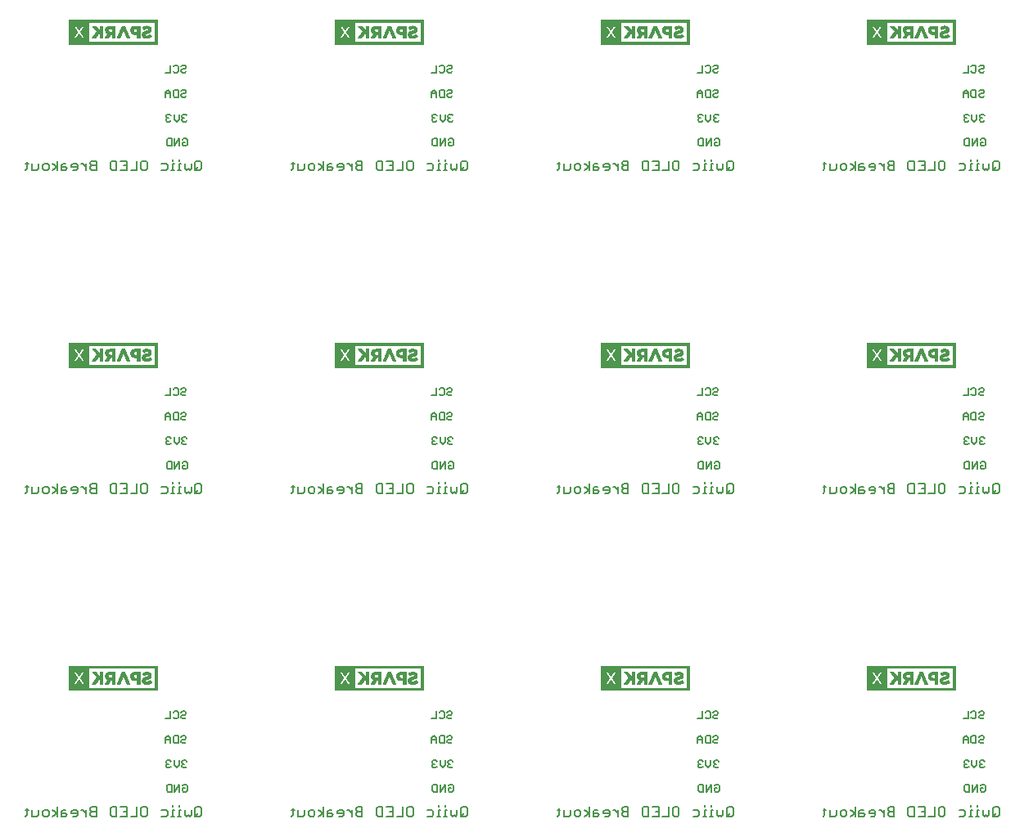
<source format=gbo>
G75*
%MOIN*%
%OFA0B0*%
%FSLAX25Y25*%
%IPPOS*%
%LPD*%
%AMOC8*
5,1,8,0,0,1.08239X$1,22.5*
%
%ADD10C,0.00700*%
%ADD11C,0.00500*%
%ADD12C,0.00039*%
D10*
X0019643Y0113987D02*
X0020277Y0114620D01*
X0020277Y0117156D01*
X0020911Y0116522D02*
X0019643Y0116522D01*
X0022519Y0116522D02*
X0022519Y0113987D01*
X0024421Y0113987D01*
X0025055Y0114620D01*
X0025055Y0116522D01*
X0026663Y0115888D02*
X0026663Y0114620D01*
X0027297Y0113987D01*
X0028564Y0113987D01*
X0029198Y0114620D01*
X0029198Y0115888D01*
X0028564Y0116522D01*
X0027297Y0116522D01*
X0026663Y0115888D01*
X0030750Y0116522D02*
X0032651Y0115254D01*
X0030750Y0113987D01*
X0032651Y0113987D02*
X0032651Y0117790D01*
X0034259Y0115888D02*
X0034259Y0113987D01*
X0036161Y0113987D01*
X0036795Y0114620D01*
X0036161Y0115254D01*
X0034259Y0115254D01*
X0034259Y0115888D02*
X0034893Y0116522D01*
X0036161Y0116522D01*
X0038403Y0115888D02*
X0038403Y0115254D01*
X0040938Y0115254D01*
X0040938Y0114620D02*
X0040938Y0115888D01*
X0040304Y0116522D01*
X0039037Y0116522D01*
X0038403Y0115888D01*
X0039037Y0113987D02*
X0040304Y0113987D01*
X0040938Y0114620D01*
X0042490Y0116522D02*
X0043123Y0116522D01*
X0044391Y0115254D01*
X0044391Y0113987D02*
X0044391Y0116522D01*
X0045999Y0116522D02*
X0046633Y0115888D01*
X0048535Y0115888D01*
X0048535Y0113987D02*
X0048535Y0117790D01*
X0046633Y0117790D01*
X0045999Y0117156D01*
X0045999Y0116522D01*
X0046633Y0115888D02*
X0045999Y0115254D01*
X0045999Y0114620D01*
X0046633Y0113987D01*
X0048535Y0113987D01*
X0054286Y0114620D02*
X0054286Y0117156D01*
X0054920Y0117790D01*
X0056822Y0117790D01*
X0056822Y0113987D01*
X0054920Y0113987D01*
X0054286Y0114620D01*
X0058430Y0113987D02*
X0060965Y0113987D01*
X0060965Y0117790D01*
X0058430Y0117790D01*
X0059698Y0115888D02*
X0060965Y0115888D01*
X0062573Y0113987D02*
X0065109Y0113987D01*
X0065109Y0117790D01*
X0066717Y0117156D02*
X0066717Y0114620D01*
X0067351Y0113987D01*
X0068619Y0113987D01*
X0069252Y0114620D01*
X0069252Y0117156D01*
X0068619Y0117790D01*
X0067351Y0117790D01*
X0066717Y0117156D01*
X0075004Y0116522D02*
X0076906Y0116522D01*
X0077539Y0115888D01*
X0077539Y0114620D01*
X0076906Y0113987D01*
X0075004Y0113987D01*
X0079034Y0113987D02*
X0080302Y0113987D01*
X0079668Y0113987D02*
X0079668Y0116522D01*
X0080302Y0116522D01*
X0079668Y0117790D02*
X0079668Y0118424D01*
X0082430Y0118424D02*
X0082430Y0117790D01*
X0082430Y0116522D02*
X0082430Y0113987D01*
X0083064Y0113987D02*
X0081796Y0113987D01*
X0082430Y0116522D02*
X0083064Y0116522D01*
X0084672Y0116522D02*
X0084672Y0114620D01*
X0085306Y0113987D01*
X0085940Y0114620D01*
X0086574Y0113987D01*
X0087208Y0114620D01*
X0087208Y0116522D01*
X0088816Y0117156D02*
X0088816Y0114620D01*
X0089450Y0113987D01*
X0090717Y0113987D01*
X0091351Y0114620D01*
X0091351Y0117156D01*
X0090717Y0117790D01*
X0089450Y0117790D01*
X0088816Y0117156D01*
X0090084Y0115254D02*
X0088816Y0113987D01*
X0127943Y0113987D02*
X0128577Y0114620D01*
X0128577Y0117156D01*
X0129211Y0116522D02*
X0127943Y0116522D01*
X0130819Y0116522D02*
X0130819Y0113987D01*
X0132721Y0113987D01*
X0133355Y0114620D01*
X0133355Y0116522D01*
X0134963Y0115888D02*
X0134963Y0114620D01*
X0135597Y0113987D01*
X0136864Y0113987D01*
X0137498Y0114620D01*
X0137498Y0115888D01*
X0136864Y0116522D01*
X0135597Y0116522D01*
X0134963Y0115888D01*
X0139050Y0116522D02*
X0140951Y0115254D01*
X0139050Y0113987D01*
X0140951Y0113987D02*
X0140951Y0117790D01*
X0142559Y0115888D02*
X0142559Y0113987D01*
X0144461Y0113987D01*
X0145095Y0114620D01*
X0144461Y0115254D01*
X0142559Y0115254D01*
X0142559Y0115888D02*
X0143193Y0116522D01*
X0144461Y0116522D01*
X0146703Y0115888D02*
X0146703Y0115254D01*
X0149238Y0115254D01*
X0149238Y0114620D02*
X0149238Y0115888D01*
X0148604Y0116522D01*
X0147337Y0116522D01*
X0146703Y0115888D01*
X0147337Y0113987D02*
X0148604Y0113987D01*
X0149238Y0114620D01*
X0150790Y0116522D02*
X0151423Y0116522D01*
X0152691Y0115254D01*
X0152691Y0113987D02*
X0152691Y0116522D01*
X0154299Y0116522D02*
X0154933Y0115888D01*
X0156835Y0115888D01*
X0156835Y0113987D02*
X0156835Y0117790D01*
X0154933Y0117790D01*
X0154299Y0117156D01*
X0154299Y0116522D01*
X0154933Y0115888D02*
X0154299Y0115254D01*
X0154299Y0114620D01*
X0154933Y0113987D01*
X0156835Y0113987D01*
X0162586Y0114620D02*
X0162586Y0117156D01*
X0163220Y0117790D01*
X0165122Y0117790D01*
X0165122Y0113987D01*
X0163220Y0113987D01*
X0162586Y0114620D01*
X0166730Y0113987D02*
X0169265Y0113987D01*
X0169265Y0117790D01*
X0166730Y0117790D01*
X0167998Y0115888D02*
X0169265Y0115888D01*
X0170873Y0113987D02*
X0173409Y0113987D01*
X0173409Y0117790D01*
X0175017Y0117156D02*
X0175017Y0114620D01*
X0175651Y0113987D01*
X0176919Y0113987D01*
X0177552Y0114620D01*
X0177552Y0117156D01*
X0176919Y0117790D01*
X0175651Y0117790D01*
X0175017Y0117156D01*
X0183304Y0116522D02*
X0185206Y0116522D01*
X0185839Y0115888D01*
X0185839Y0114620D01*
X0185206Y0113987D01*
X0183304Y0113987D01*
X0187334Y0113987D02*
X0188602Y0113987D01*
X0187968Y0113987D02*
X0187968Y0116522D01*
X0188602Y0116522D01*
X0187968Y0117790D02*
X0187968Y0118424D01*
X0190730Y0118424D02*
X0190730Y0117790D01*
X0190730Y0116522D02*
X0190730Y0113987D01*
X0191364Y0113987D02*
X0190096Y0113987D01*
X0190730Y0116522D02*
X0191364Y0116522D01*
X0192972Y0116522D02*
X0192972Y0114620D01*
X0193606Y0113987D01*
X0194240Y0114620D01*
X0194874Y0113987D01*
X0195508Y0114620D01*
X0195508Y0116522D01*
X0197116Y0117156D02*
X0197116Y0114620D01*
X0197750Y0113987D01*
X0199017Y0113987D01*
X0199651Y0114620D01*
X0199651Y0117156D01*
X0199017Y0117790D01*
X0197750Y0117790D01*
X0197116Y0117156D01*
X0198384Y0115254D02*
X0197116Y0113987D01*
X0236243Y0113987D02*
X0236877Y0114620D01*
X0236877Y0117156D01*
X0237511Y0116522D02*
X0236243Y0116522D01*
X0239119Y0116522D02*
X0239119Y0113987D01*
X0241021Y0113987D01*
X0241655Y0114620D01*
X0241655Y0116522D01*
X0243263Y0115888D02*
X0243897Y0116522D01*
X0245164Y0116522D01*
X0245798Y0115888D01*
X0245798Y0114620D01*
X0245164Y0113987D01*
X0243897Y0113987D01*
X0243263Y0114620D01*
X0243263Y0115888D01*
X0247350Y0116522D02*
X0249251Y0115254D01*
X0247350Y0113987D01*
X0249251Y0113987D02*
X0249251Y0117790D01*
X0250859Y0115888D02*
X0250859Y0113987D01*
X0252761Y0113987D01*
X0253395Y0114620D01*
X0252761Y0115254D01*
X0250859Y0115254D01*
X0250859Y0115888D02*
X0251493Y0116522D01*
X0252761Y0116522D01*
X0255003Y0115888D02*
X0255003Y0115254D01*
X0257538Y0115254D01*
X0257538Y0114620D02*
X0257538Y0115888D01*
X0256904Y0116522D01*
X0255637Y0116522D01*
X0255003Y0115888D01*
X0255637Y0113987D02*
X0256904Y0113987D01*
X0257538Y0114620D01*
X0259090Y0116522D02*
X0259723Y0116522D01*
X0260991Y0115254D01*
X0260991Y0113987D02*
X0260991Y0116522D01*
X0262599Y0116522D02*
X0263233Y0115888D01*
X0265135Y0115888D01*
X0265135Y0113987D02*
X0265135Y0117790D01*
X0263233Y0117790D01*
X0262599Y0117156D01*
X0262599Y0116522D01*
X0263233Y0115888D02*
X0262599Y0115254D01*
X0262599Y0114620D01*
X0263233Y0113987D01*
X0265135Y0113987D01*
X0270886Y0114620D02*
X0270886Y0117156D01*
X0271520Y0117790D01*
X0273422Y0117790D01*
X0273422Y0113987D01*
X0271520Y0113987D01*
X0270886Y0114620D01*
X0275030Y0113987D02*
X0277565Y0113987D01*
X0277565Y0117790D01*
X0275030Y0117790D01*
X0276298Y0115888D02*
X0277565Y0115888D01*
X0279173Y0113987D02*
X0281709Y0113987D01*
X0281709Y0117790D01*
X0283317Y0117156D02*
X0283317Y0114620D01*
X0283951Y0113987D01*
X0285219Y0113987D01*
X0285852Y0114620D01*
X0285852Y0117156D01*
X0285219Y0117790D01*
X0283951Y0117790D01*
X0283317Y0117156D01*
X0291604Y0116522D02*
X0293506Y0116522D01*
X0294139Y0115888D01*
X0294139Y0114620D01*
X0293506Y0113987D01*
X0291604Y0113987D01*
X0295634Y0113987D02*
X0296902Y0113987D01*
X0296268Y0113987D02*
X0296268Y0116522D01*
X0296902Y0116522D01*
X0296268Y0117790D02*
X0296268Y0118424D01*
X0299030Y0118424D02*
X0299030Y0117790D01*
X0299030Y0116522D02*
X0299030Y0113987D01*
X0299664Y0113987D02*
X0298396Y0113987D01*
X0299030Y0116522D02*
X0299664Y0116522D01*
X0301272Y0116522D02*
X0301272Y0114620D01*
X0301906Y0113987D01*
X0302540Y0114620D01*
X0303174Y0113987D01*
X0303808Y0114620D01*
X0303808Y0116522D01*
X0305416Y0117156D02*
X0305416Y0114620D01*
X0306050Y0113987D01*
X0307317Y0113987D01*
X0307951Y0114620D01*
X0307951Y0117156D01*
X0307317Y0117790D01*
X0306050Y0117790D01*
X0305416Y0117156D01*
X0306684Y0115254D02*
X0305416Y0113987D01*
X0344543Y0113987D02*
X0345177Y0114620D01*
X0345177Y0117156D01*
X0345811Y0116522D02*
X0344543Y0116522D01*
X0347419Y0116522D02*
X0347419Y0113987D01*
X0349321Y0113987D01*
X0349955Y0114620D01*
X0349955Y0116522D01*
X0351563Y0115888D02*
X0352197Y0116522D01*
X0353464Y0116522D01*
X0354098Y0115888D01*
X0354098Y0114620D01*
X0353464Y0113987D01*
X0352197Y0113987D01*
X0351563Y0114620D01*
X0351563Y0115888D01*
X0355650Y0116522D02*
X0357551Y0115254D01*
X0355650Y0113987D01*
X0357551Y0113987D02*
X0357551Y0117790D01*
X0359159Y0115888D02*
X0359159Y0113987D01*
X0361061Y0113987D01*
X0361695Y0114620D01*
X0361061Y0115254D01*
X0359159Y0115254D01*
X0359159Y0115888D02*
X0359793Y0116522D01*
X0361061Y0116522D01*
X0363303Y0115888D02*
X0363303Y0115254D01*
X0365838Y0115254D01*
X0365838Y0114620D02*
X0365838Y0115888D01*
X0365204Y0116522D01*
X0363937Y0116522D01*
X0363303Y0115888D01*
X0363937Y0113987D02*
X0365204Y0113987D01*
X0365838Y0114620D01*
X0367390Y0116522D02*
X0368023Y0116522D01*
X0369291Y0115254D01*
X0369291Y0113987D02*
X0369291Y0116522D01*
X0370899Y0116522D02*
X0371533Y0115888D01*
X0373435Y0115888D01*
X0373435Y0113987D02*
X0373435Y0117790D01*
X0371533Y0117790D01*
X0370899Y0117156D01*
X0370899Y0116522D01*
X0371533Y0115888D02*
X0370899Y0115254D01*
X0370899Y0114620D01*
X0371533Y0113987D01*
X0373435Y0113987D01*
X0379186Y0114620D02*
X0379186Y0117156D01*
X0379820Y0117790D01*
X0381722Y0117790D01*
X0381722Y0113987D01*
X0379820Y0113987D01*
X0379186Y0114620D01*
X0383330Y0113987D02*
X0385865Y0113987D01*
X0385865Y0117790D01*
X0383330Y0117790D01*
X0384598Y0115888D02*
X0385865Y0115888D01*
X0387473Y0113987D02*
X0390009Y0113987D01*
X0390009Y0117790D01*
X0391617Y0117156D02*
X0392251Y0117790D01*
X0393519Y0117790D01*
X0394152Y0117156D01*
X0394152Y0114620D01*
X0393519Y0113987D01*
X0392251Y0113987D01*
X0391617Y0114620D01*
X0391617Y0117156D01*
X0399904Y0116522D02*
X0401806Y0116522D01*
X0402439Y0115888D01*
X0402439Y0114620D01*
X0401806Y0113987D01*
X0399904Y0113987D01*
X0403934Y0113987D02*
X0405202Y0113987D01*
X0404568Y0113987D02*
X0404568Y0116522D01*
X0405202Y0116522D01*
X0404568Y0117790D02*
X0404568Y0118424D01*
X0407330Y0118424D02*
X0407330Y0117790D01*
X0407330Y0116522D02*
X0407330Y0113987D01*
X0407964Y0113987D02*
X0406696Y0113987D01*
X0407330Y0116522D02*
X0407964Y0116522D01*
X0409572Y0116522D02*
X0409572Y0114620D01*
X0410206Y0113987D01*
X0410840Y0114620D01*
X0411474Y0113987D01*
X0412108Y0114620D01*
X0412108Y0116522D01*
X0413716Y0117156D02*
X0413716Y0114620D01*
X0414350Y0113987D01*
X0415617Y0113987D01*
X0416251Y0114620D01*
X0416251Y0117156D01*
X0415617Y0117790D01*
X0414350Y0117790D01*
X0413716Y0117156D01*
X0414984Y0115254D02*
X0413716Y0113987D01*
X0413716Y0245587D02*
X0414984Y0246854D01*
X0415617Y0245587D02*
X0416251Y0246220D01*
X0416251Y0248756D01*
X0415617Y0249390D01*
X0414350Y0249390D01*
X0413716Y0248756D01*
X0413716Y0246220D01*
X0414350Y0245587D01*
X0415617Y0245587D01*
X0412108Y0246220D02*
X0411474Y0245587D01*
X0410840Y0246220D01*
X0410206Y0245587D01*
X0409572Y0246220D01*
X0409572Y0248122D01*
X0407964Y0248122D02*
X0407330Y0248122D01*
X0407330Y0245587D01*
X0407964Y0245587D02*
X0406696Y0245587D01*
X0405202Y0245587D02*
X0403934Y0245587D01*
X0404568Y0245587D02*
X0404568Y0248122D01*
X0405202Y0248122D01*
X0404568Y0249390D02*
X0404568Y0250024D01*
X0407330Y0250024D02*
X0407330Y0249390D01*
X0412108Y0248122D02*
X0412108Y0246220D01*
X0402439Y0246220D02*
X0401806Y0245587D01*
X0399904Y0245587D01*
X0399904Y0248122D02*
X0401806Y0248122D01*
X0402439Y0247488D01*
X0402439Y0246220D01*
X0394152Y0246220D02*
X0393519Y0245587D01*
X0392251Y0245587D01*
X0391617Y0246220D01*
X0391617Y0248756D01*
X0392251Y0249390D01*
X0393519Y0249390D01*
X0394152Y0248756D01*
X0394152Y0246220D01*
X0390009Y0245587D02*
X0390009Y0249390D01*
X0390009Y0245587D02*
X0387473Y0245587D01*
X0385865Y0245587D02*
X0385865Y0249390D01*
X0383330Y0249390D01*
X0381722Y0249390D02*
X0381722Y0245587D01*
X0379820Y0245587D01*
X0379186Y0246220D01*
X0379186Y0248756D01*
X0379820Y0249390D01*
X0381722Y0249390D01*
X0384598Y0247488D02*
X0385865Y0247488D01*
X0385865Y0245587D02*
X0383330Y0245587D01*
X0373435Y0245587D02*
X0371533Y0245587D01*
X0370899Y0246220D01*
X0370899Y0246854D01*
X0371533Y0247488D01*
X0373435Y0247488D01*
X0373435Y0245587D02*
X0373435Y0249390D01*
X0371533Y0249390D01*
X0370899Y0248756D01*
X0370899Y0248122D01*
X0371533Y0247488D01*
X0369291Y0246854D02*
X0368023Y0248122D01*
X0367390Y0248122D01*
X0365838Y0247488D02*
X0365204Y0248122D01*
X0363937Y0248122D01*
X0363303Y0247488D01*
X0363303Y0246854D01*
X0365838Y0246854D01*
X0365838Y0246220D02*
X0365838Y0247488D01*
X0365838Y0246220D02*
X0365204Y0245587D01*
X0363937Y0245587D01*
X0361695Y0246220D02*
X0361061Y0246854D01*
X0359159Y0246854D01*
X0359159Y0247488D02*
X0359159Y0245587D01*
X0361061Y0245587D01*
X0361695Y0246220D01*
X0361061Y0248122D02*
X0359793Y0248122D01*
X0359159Y0247488D01*
X0357551Y0246854D02*
X0355650Y0248122D01*
X0354098Y0247488D02*
X0354098Y0246220D01*
X0353464Y0245587D01*
X0352197Y0245587D01*
X0351563Y0246220D01*
X0351563Y0247488D01*
X0352197Y0248122D01*
X0353464Y0248122D01*
X0354098Y0247488D01*
X0355650Y0245587D02*
X0357551Y0246854D01*
X0357551Y0245587D02*
X0357551Y0249390D01*
X0349955Y0248122D02*
X0349955Y0246220D01*
X0349321Y0245587D01*
X0347419Y0245587D01*
X0347419Y0248122D01*
X0345811Y0248122D02*
X0344543Y0248122D01*
X0345177Y0248756D02*
X0345177Y0246220D01*
X0344543Y0245587D01*
X0369291Y0245587D02*
X0369291Y0248122D01*
X0307951Y0248756D02*
X0307317Y0249390D01*
X0306050Y0249390D01*
X0305416Y0248756D01*
X0305416Y0246220D01*
X0306050Y0245587D01*
X0307317Y0245587D01*
X0307951Y0246220D01*
X0307951Y0248756D01*
X0306684Y0246854D02*
X0305416Y0245587D01*
X0303808Y0246220D02*
X0303174Y0245587D01*
X0302540Y0246220D01*
X0301906Y0245587D01*
X0301272Y0246220D01*
X0301272Y0248122D01*
X0299664Y0248122D02*
X0299030Y0248122D01*
X0299030Y0245587D01*
X0299664Y0245587D02*
X0298396Y0245587D01*
X0296902Y0245587D02*
X0295634Y0245587D01*
X0296268Y0245587D02*
X0296268Y0248122D01*
X0296902Y0248122D01*
X0296268Y0249390D02*
X0296268Y0250024D01*
X0299030Y0250024D02*
X0299030Y0249390D01*
X0303808Y0248122D02*
X0303808Y0246220D01*
X0294139Y0246220D02*
X0293506Y0245587D01*
X0291604Y0245587D01*
X0291604Y0248122D02*
X0293506Y0248122D01*
X0294139Y0247488D01*
X0294139Y0246220D01*
X0285852Y0246220D02*
X0285219Y0245587D01*
X0283951Y0245587D01*
X0283317Y0246220D01*
X0283317Y0248756D01*
X0283951Y0249390D01*
X0285219Y0249390D01*
X0285852Y0248756D01*
X0285852Y0246220D01*
X0281709Y0245587D02*
X0281709Y0249390D01*
X0281709Y0245587D02*
X0279173Y0245587D01*
X0277565Y0245587D02*
X0277565Y0249390D01*
X0275030Y0249390D01*
X0273422Y0249390D02*
X0273422Y0245587D01*
X0271520Y0245587D01*
X0270886Y0246220D01*
X0270886Y0248756D01*
X0271520Y0249390D01*
X0273422Y0249390D01*
X0276298Y0247488D02*
X0277565Y0247488D01*
X0277565Y0245587D02*
X0275030Y0245587D01*
X0265135Y0245587D02*
X0263233Y0245587D01*
X0262599Y0246220D01*
X0262599Y0246854D01*
X0263233Y0247488D01*
X0265135Y0247488D01*
X0265135Y0245587D02*
X0265135Y0249390D01*
X0263233Y0249390D01*
X0262599Y0248756D01*
X0262599Y0248122D01*
X0263233Y0247488D01*
X0260991Y0246854D02*
X0259723Y0248122D01*
X0259090Y0248122D01*
X0257538Y0247488D02*
X0256904Y0248122D01*
X0255637Y0248122D01*
X0255003Y0247488D01*
X0255003Y0246854D01*
X0257538Y0246854D01*
X0257538Y0246220D02*
X0257538Y0247488D01*
X0257538Y0246220D02*
X0256904Y0245587D01*
X0255637Y0245587D01*
X0253395Y0246220D02*
X0252761Y0246854D01*
X0250859Y0246854D01*
X0250859Y0247488D02*
X0250859Y0245587D01*
X0252761Y0245587D01*
X0253395Y0246220D01*
X0252761Y0248122D02*
X0251493Y0248122D01*
X0250859Y0247488D01*
X0249251Y0246854D02*
X0247350Y0248122D01*
X0245798Y0247488D02*
X0245798Y0246220D01*
X0245164Y0245587D01*
X0243897Y0245587D01*
X0243263Y0246220D01*
X0243263Y0247488D01*
X0243897Y0248122D01*
X0245164Y0248122D01*
X0245798Y0247488D01*
X0247350Y0245587D02*
X0249251Y0246854D01*
X0249251Y0245587D02*
X0249251Y0249390D01*
X0241655Y0248122D02*
X0241655Y0246220D01*
X0241021Y0245587D01*
X0239119Y0245587D01*
X0239119Y0248122D01*
X0237511Y0248122D02*
X0236243Y0248122D01*
X0236877Y0248756D02*
X0236877Y0246220D01*
X0236243Y0245587D01*
X0260991Y0245587D02*
X0260991Y0248122D01*
X0199651Y0248756D02*
X0199017Y0249390D01*
X0197750Y0249390D01*
X0197116Y0248756D01*
X0197116Y0246220D01*
X0197750Y0245587D01*
X0199017Y0245587D01*
X0199651Y0246220D01*
X0199651Y0248756D01*
X0198384Y0246854D02*
X0197116Y0245587D01*
X0195508Y0246220D02*
X0194874Y0245587D01*
X0194240Y0246220D01*
X0193606Y0245587D01*
X0192972Y0246220D01*
X0192972Y0248122D01*
X0191364Y0248122D02*
X0190730Y0248122D01*
X0190730Y0245587D01*
X0191364Y0245587D02*
X0190096Y0245587D01*
X0188602Y0245587D02*
X0187334Y0245587D01*
X0187968Y0245587D02*
X0187968Y0248122D01*
X0188602Y0248122D01*
X0187968Y0249390D02*
X0187968Y0250024D01*
X0190730Y0250024D02*
X0190730Y0249390D01*
X0195508Y0248122D02*
X0195508Y0246220D01*
X0185839Y0246220D02*
X0185206Y0245587D01*
X0183304Y0245587D01*
X0183304Y0248122D02*
X0185206Y0248122D01*
X0185839Y0247488D01*
X0185839Y0246220D01*
X0177552Y0246220D02*
X0176919Y0245587D01*
X0175651Y0245587D01*
X0175017Y0246220D01*
X0175017Y0248756D01*
X0175651Y0249390D01*
X0176919Y0249390D01*
X0177552Y0248756D01*
X0177552Y0246220D01*
X0173409Y0245587D02*
X0173409Y0249390D01*
X0173409Y0245587D02*
X0170873Y0245587D01*
X0169265Y0245587D02*
X0169265Y0249390D01*
X0166730Y0249390D01*
X0165122Y0249390D02*
X0165122Y0245587D01*
X0163220Y0245587D01*
X0162586Y0246220D01*
X0162586Y0248756D01*
X0163220Y0249390D01*
X0165122Y0249390D01*
X0167998Y0247488D02*
X0169265Y0247488D01*
X0169265Y0245587D02*
X0166730Y0245587D01*
X0156835Y0245587D02*
X0154933Y0245587D01*
X0154299Y0246220D01*
X0154299Y0246854D01*
X0154933Y0247488D01*
X0156835Y0247488D01*
X0156835Y0245587D02*
X0156835Y0249390D01*
X0154933Y0249390D01*
X0154299Y0248756D01*
X0154299Y0248122D01*
X0154933Y0247488D01*
X0152691Y0246854D02*
X0151423Y0248122D01*
X0150790Y0248122D01*
X0149238Y0247488D02*
X0148604Y0248122D01*
X0147337Y0248122D01*
X0146703Y0247488D01*
X0146703Y0246854D01*
X0149238Y0246854D01*
X0149238Y0246220D02*
X0149238Y0247488D01*
X0149238Y0246220D02*
X0148604Y0245587D01*
X0147337Y0245587D01*
X0145095Y0246220D02*
X0144461Y0246854D01*
X0142559Y0246854D01*
X0142559Y0247488D02*
X0142559Y0245587D01*
X0144461Y0245587D01*
X0145095Y0246220D01*
X0144461Y0248122D02*
X0143193Y0248122D01*
X0142559Y0247488D01*
X0140951Y0246854D02*
X0139050Y0248122D01*
X0137498Y0247488D02*
X0137498Y0246220D01*
X0136864Y0245587D01*
X0135597Y0245587D01*
X0134963Y0246220D01*
X0134963Y0247488D01*
X0135597Y0248122D01*
X0136864Y0248122D01*
X0137498Y0247488D01*
X0139050Y0245587D02*
X0140951Y0246854D01*
X0140951Y0245587D02*
X0140951Y0249390D01*
X0133355Y0248122D02*
X0133355Y0246220D01*
X0132721Y0245587D01*
X0130819Y0245587D01*
X0130819Y0248122D01*
X0129211Y0248122D02*
X0127943Y0248122D01*
X0128577Y0248756D02*
X0128577Y0246220D01*
X0127943Y0245587D01*
X0152691Y0245587D02*
X0152691Y0248122D01*
X0091351Y0248756D02*
X0090717Y0249390D01*
X0089450Y0249390D01*
X0088816Y0248756D01*
X0088816Y0246220D01*
X0089450Y0245587D01*
X0090717Y0245587D01*
X0091351Y0246220D01*
X0091351Y0248756D01*
X0090084Y0246854D02*
X0088816Y0245587D01*
X0087208Y0246220D02*
X0086574Y0245587D01*
X0085940Y0246220D01*
X0085306Y0245587D01*
X0084672Y0246220D01*
X0084672Y0248122D01*
X0083064Y0248122D02*
X0082430Y0248122D01*
X0082430Y0245587D01*
X0083064Y0245587D02*
X0081796Y0245587D01*
X0080302Y0245587D02*
X0079034Y0245587D01*
X0079668Y0245587D02*
X0079668Y0248122D01*
X0080302Y0248122D01*
X0079668Y0249390D02*
X0079668Y0250024D01*
X0082430Y0250024D02*
X0082430Y0249390D01*
X0077539Y0247488D02*
X0077539Y0246220D01*
X0076906Y0245587D01*
X0075004Y0245587D01*
X0075004Y0248122D02*
X0076906Y0248122D01*
X0077539Y0247488D01*
X0069252Y0246220D02*
X0068619Y0245587D01*
X0067351Y0245587D01*
X0066717Y0246220D01*
X0066717Y0248756D01*
X0067351Y0249390D01*
X0068619Y0249390D01*
X0069252Y0248756D01*
X0069252Y0246220D01*
X0065109Y0245587D02*
X0065109Y0249390D01*
X0065109Y0245587D02*
X0062573Y0245587D01*
X0060965Y0245587D02*
X0058430Y0245587D01*
X0056822Y0245587D02*
X0054920Y0245587D01*
X0054286Y0246220D01*
X0054286Y0248756D01*
X0054920Y0249390D01*
X0056822Y0249390D01*
X0056822Y0245587D01*
X0059698Y0247488D02*
X0060965Y0247488D01*
X0060965Y0245587D02*
X0060965Y0249390D01*
X0058430Y0249390D01*
X0048535Y0249390D02*
X0048535Y0245587D01*
X0046633Y0245587D01*
X0045999Y0246220D01*
X0045999Y0246854D01*
X0046633Y0247488D01*
X0048535Y0247488D01*
X0048535Y0249390D02*
X0046633Y0249390D01*
X0045999Y0248756D01*
X0045999Y0248122D01*
X0046633Y0247488D01*
X0044391Y0246854D02*
X0043123Y0248122D01*
X0042490Y0248122D01*
X0040938Y0247488D02*
X0040304Y0248122D01*
X0039037Y0248122D01*
X0038403Y0247488D01*
X0038403Y0246854D01*
X0040938Y0246854D01*
X0040938Y0246220D02*
X0040938Y0247488D01*
X0040938Y0246220D02*
X0040304Y0245587D01*
X0039037Y0245587D01*
X0036795Y0246220D02*
X0036161Y0246854D01*
X0034259Y0246854D01*
X0034259Y0247488D02*
X0034259Y0245587D01*
X0036161Y0245587D01*
X0036795Y0246220D01*
X0036161Y0248122D02*
X0034893Y0248122D01*
X0034259Y0247488D01*
X0032651Y0246854D02*
X0030750Y0248122D01*
X0029198Y0247488D02*
X0029198Y0246220D01*
X0028564Y0245587D01*
X0027297Y0245587D01*
X0026663Y0246220D01*
X0026663Y0247488D01*
X0027297Y0248122D01*
X0028564Y0248122D01*
X0029198Y0247488D01*
X0030750Y0245587D02*
X0032651Y0246854D01*
X0032651Y0245587D02*
X0032651Y0249390D01*
X0025055Y0248122D02*
X0025055Y0246220D01*
X0024421Y0245587D01*
X0022519Y0245587D01*
X0022519Y0248122D01*
X0020911Y0248122D02*
X0019643Y0248122D01*
X0020277Y0248756D02*
X0020277Y0246220D01*
X0019643Y0245587D01*
X0044391Y0245587D02*
X0044391Y0248122D01*
X0087208Y0248122D02*
X0087208Y0246220D01*
X0086574Y0377187D02*
X0085940Y0377820D01*
X0085306Y0377187D01*
X0084672Y0377820D01*
X0084672Y0379722D01*
X0083064Y0379722D02*
X0082430Y0379722D01*
X0082430Y0377187D01*
X0083064Y0377187D02*
X0081796Y0377187D01*
X0080302Y0377187D02*
X0079034Y0377187D01*
X0079668Y0377187D02*
X0079668Y0379722D01*
X0080302Y0379722D01*
X0079668Y0380990D02*
X0079668Y0381624D01*
X0082430Y0381624D02*
X0082430Y0380990D01*
X0077539Y0379088D02*
X0077539Y0377820D01*
X0076906Y0377187D01*
X0075004Y0377187D01*
X0075004Y0379722D02*
X0076906Y0379722D01*
X0077539Y0379088D01*
X0069252Y0377820D02*
X0068619Y0377187D01*
X0067351Y0377187D01*
X0066717Y0377820D01*
X0066717Y0380356D01*
X0067351Y0380990D01*
X0068619Y0380990D01*
X0069252Y0380356D01*
X0069252Y0377820D01*
X0065109Y0377187D02*
X0065109Y0380990D01*
X0065109Y0377187D02*
X0062573Y0377187D01*
X0060965Y0377187D02*
X0058430Y0377187D01*
X0056822Y0377187D02*
X0054920Y0377187D01*
X0054286Y0377820D01*
X0054286Y0380356D01*
X0054920Y0380990D01*
X0056822Y0380990D01*
X0056822Y0377187D01*
X0059698Y0379088D02*
X0060965Y0379088D01*
X0060965Y0377187D02*
X0060965Y0380990D01*
X0058430Y0380990D01*
X0048535Y0380990D02*
X0048535Y0377187D01*
X0046633Y0377187D01*
X0045999Y0377820D01*
X0045999Y0378454D01*
X0046633Y0379088D01*
X0048535Y0379088D01*
X0048535Y0380990D02*
X0046633Y0380990D01*
X0045999Y0380356D01*
X0045999Y0379722D01*
X0046633Y0379088D01*
X0044391Y0378454D02*
X0043123Y0379722D01*
X0042490Y0379722D01*
X0040938Y0379088D02*
X0040304Y0379722D01*
X0039037Y0379722D01*
X0038403Y0379088D01*
X0038403Y0378454D01*
X0040938Y0378454D01*
X0040938Y0377820D02*
X0040938Y0379088D01*
X0040938Y0377820D02*
X0040304Y0377187D01*
X0039037Y0377187D01*
X0036795Y0377820D02*
X0036161Y0378454D01*
X0034259Y0378454D01*
X0034259Y0379088D02*
X0034259Y0377187D01*
X0036161Y0377187D01*
X0036795Y0377820D01*
X0036161Y0379722D02*
X0034893Y0379722D01*
X0034259Y0379088D01*
X0032651Y0378454D02*
X0030750Y0379722D01*
X0029198Y0379088D02*
X0029198Y0377820D01*
X0028564Y0377187D01*
X0027297Y0377187D01*
X0026663Y0377820D01*
X0026663Y0379088D01*
X0027297Y0379722D01*
X0028564Y0379722D01*
X0029198Y0379088D01*
X0030750Y0377187D02*
X0032651Y0378454D01*
X0032651Y0377187D02*
X0032651Y0380990D01*
X0025055Y0379722D02*
X0025055Y0377820D01*
X0024421Y0377187D01*
X0022519Y0377187D01*
X0022519Y0379722D01*
X0020911Y0379722D02*
X0019643Y0379722D01*
X0020277Y0380356D02*
X0020277Y0377820D01*
X0019643Y0377187D01*
X0044391Y0377187D02*
X0044391Y0379722D01*
X0086574Y0377187D02*
X0087208Y0377820D01*
X0087208Y0379722D01*
X0088816Y0380356D02*
X0088816Y0377820D01*
X0089450Y0377187D01*
X0090717Y0377187D01*
X0091351Y0377820D01*
X0091351Y0380356D01*
X0090717Y0380990D01*
X0089450Y0380990D01*
X0088816Y0380356D01*
X0090084Y0378454D02*
X0088816Y0377187D01*
X0127943Y0377187D02*
X0128577Y0377820D01*
X0128577Y0380356D01*
X0129211Y0379722D02*
X0127943Y0379722D01*
X0130819Y0379722D02*
X0130819Y0377187D01*
X0132721Y0377187D01*
X0133355Y0377820D01*
X0133355Y0379722D01*
X0134963Y0379088D02*
X0134963Y0377820D01*
X0135597Y0377187D01*
X0136864Y0377187D01*
X0137498Y0377820D01*
X0137498Y0379088D01*
X0136864Y0379722D01*
X0135597Y0379722D01*
X0134963Y0379088D01*
X0139050Y0379722D02*
X0140951Y0378454D01*
X0139050Y0377187D01*
X0140951Y0377187D02*
X0140951Y0380990D01*
X0142559Y0379088D02*
X0142559Y0377187D01*
X0144461Y0377187D01*
X0145095Y0377820D01*
X0144461Y0378454D01*
X0142559Y0378454D01*
X0142559Y0379088D02*
X0143193Y0379722D01*
X0144461Y0379722D01*
X0146703Y0379088D02*
X0146703Y0378454D01*
X0149238Y0378454D01*
X0149238Y0377820D02*
X0149238Y0379088D01*
X0148604Y0379722D01*
X0147337Y0379722D01*
X0146703Y0379088D01*
X0147337Y0377187D02*
X0148604Y0377187D01*
X0149238Y0377820D01*
X0150790Y0379722D02*
X0151423Y0379722D01*
X0152691Y0378454D01*
X0152691Y0377187D02*
X0152691Y0379722D01*
X0154299Y0379722D02*
X0154933Y0379088D01*
X0156835Y0379088D01*
X0156835Y0377187D02*
X0156835Y0380990D01*
X0154933Y0380990D01*
X0154299Y0380356D01*
X0154299Y0379722D01*
X0154933Y0379088D02*
X0154299Y0378454D01*
X0154299Y0377820D01*
X0154933Y0377187D01*
X0156835Y0377187D01*
X0162586Y0377820D02*
X0162586Y0380356D01*
X0163220Y0380990D01*
X0165122Y0380990D01*
X0165122Y0377187D01*
X0163220Y0377187D01*
X0162586Y0377820D01*
X0166730Y0377187D02*
X0169265Y0377187D01*
X0169265Y0380990D01*
X0166730Y0380990D01*
X0167998Y0379088D02*
X0169265Y0379088D01*
X0170873Y0377187D02*
X0173409Y0377187D01*
X0173409Y0380990D01*
X0175017Y0380356D02*
X0175017Y0377820D01*
X0175651Y0377187D01*
X0176919Y0377187D01*
X0177552Y0377820D01*
X0177552Y0380356D01*
X0176919Y0380990D01*
X0175651Y0380990D01*
X0175017Y0380356D01*
X0183304Y0379722D02*
X0185206Y0379722D01*
X0185839Y0379088D01*
X0185839Y0377820D01*
X0185206Y0377187D01*
X0183304Y0377187D01*
X0187334Y0377187D02*
X0188602Y0377187D01*
X0187968Y0377187D02*
X0187968Y0379722D01*
X0188602Y0379722D01*
X0187968Y0380990D02*
X0187968Y0381624D01*
X0190730Y0381624D02*
X0190730Y0380990D01*
X0190730Y0379722D02*
X0190730Y0377187D01*
X0191364Y0377187D02*
X0190096Y0377187D01*
X0190730Y0379722D02*
X0191364Y0379722D01*
X0192972Y0379722D02*
X0192972Y0377820D01*
X0193606Y0377187D01*
X0194240Y0377820D01*
X0194874Y0377187D01*
X0195508Y0377820D01*
X0195508Y0379722D01*
X0197116Y0380356D02*
X0197116Y0377820D01*
X0197750Y0377187D01*
X0199017Y0377187D01*
X0199651Y0377820D01*
X0199651Y0380356D01*
X0199017Y0380990D01*
X0197750Y0380990D01*
X0197116Y0380356D01*
X0198384Y0378454D02*
X0197116Y0377187D01*
X0236243Y0377187D02*
X0236877Y0377820D01*
X0236877Y0380356D01*
X0237511Y0379722D02*
X0236243Y0379722D01*
X0239119Y0379722D02*
X0239119Y0377187D01*
X0241021Y0377187D01*
X0241655Y0377820D01*
X0241655Y0379722D01*
X0243263Y0379088D02*
X0243897Y0379722D01*
X0245164Y0379722D01*
X0245798Y0379088D01*
X0245798Y0377820D01*
X0245164Y0377187D01*
X0243897Y0377187D01*
X0243263Y0377820D01*
X0243263Y0379088D01*
X0247350Y0379722D02*
X0249251Y0378454D01*
X0247350Y0377187D01*
X0249251Y0377187D02*
X0249251Y0380990D01*
X0250859Y0379088D02*
X0250859Y0377187D01*
X0252761Y0377187D01*
X0253395Y0377820D01*
X0252761Y0378454D01*
X0250859Y0378454D01*
X0250859Y0379088D02*
X0251493Y0379722D01*
X0252761Y0379722D01*
X0255003Y0379088D02*
X0255003Y0378454D01*
X0257538Y0378454D01*
X0257538Y0377820D02*
X0257538Y0379088D01*
X0256904Y0379722D01*
X0255637Y0379722D01*
X0255003Y0379088D01*
X0255637Y0377187D02*
X0256904Y0377187D01*
X0257538Y0377820D01*
X0259090Y0379722D02*
X0259723Y0379722D01*
X0260991Y0378454D01*
X0260991Y0377187D02*
X0260991Y0379722D01*
X0262599Y0379722D02*
X0263233Y0379088D01*
X0265135Y0379088D01*
X0265135Y0377187D02*
X0265135Y0380990D01*
X0263233Y0380990D01*
X0262599Y0380356D01*
X0262599Y0379722D01*
X0263233Y0379088D02*
X0262599Y0378454D01*
X0262599Y0377820D01*
X0263233Y0377187D01*
X0265135Y0377187D01*
X0270886Y0377820D02*
X0270886Y0380356D01*
X0271520Y0380990D01*
X0273422Y0380990D01*
X0273422Y0377187D01*
X0271520Y0377187D01*
X0270886Y0377820D01*
X0275030Y0377187D02*
X0277565Y0377187D01*
X0277565Y0380990D01*
X0275030Y0380990D01*
X0276298Y0379088D02*
X0277565Y0379088D01*
X0279173Y0377187D02*
X0281709Y0377187D01*
X0281709Y0380990D01*
X0283317Y0380356D02*
X0283317Y0377820D01*
X0283951Y0377187D01*
X0285219Y0377187D01*
X0285852Y0377820D01*
X0285852Y0380356D01*
X0285219Y0380990D01*
X0283951Y0380990D01*
X0283317Y0380356D01*
X0291604Y0379722D02*
X0293506Y0379722D01*
X0294139Y0379088D01*
X0294139Y0377820D01*
X0293506Y0377187D01*
X0291604Y0377187D01*
X0295634Y0377187D02*
X0296902Y0377187D01*
X0296268Y0377187D02*
X0296268Y0379722D01*
X0296902Y0379722D01*
X0296268Y0380990D02*
X0296268Y0381624D01*
X0299030Y0381624D02*
X0299030Y0380990D01*
X0299030Y0379722D02*
X0299030Y0377187D01*
X0299664Y0377187D02*
X0298396Y0377187D01*
X0299030Y0379722D02*
X0299664Y0379722D01*
X0301272Y0379722D02*
X0301272Y0377820D01*
X0301906Y0377187D01*
X0302540Y0377820D01*
X0303174Y0377187D01*
X0303808Y0377820D01*
X0303808Y0379722D01*
X0305416Y0380356D02*
X0305416Y0377820D01*
X0306050Y0377187D01*
X0307317Y0377187D01*
X0307951Y0377820D01*
X0307951Y0380356D01*
X0307317Y0380990D01*
X0306050Y0380990D01*
X0305416Y0380356D01*
X0306684Y0378454D02*
X0305416Y0377187D01*
X0344543Y0377187D02*
X0345177Y0377820D01*
X0345177Y0380356D01*
X0345811Y0379722D02*
X0344543Y0379722D01*
X0347419Y0379722D02*
X0347419Y0377187D01*
X0349321Y0377187D01*
X0349955Y0377820D01*
X0349955Y0379722D01*
X0351563Y0379088D02*
X0352197Y0379722D01*
X0353464Y0379722D01*
X0354098Y0379088D01*
X0354098Y0377820D01*
X0353464Y0377187D01*
X0352197Y0377187D01*
X0351563Y0377820D01*
X0351563Y0379088D01*
X0355650Y0379722D02*
X0357551Y0378454D01*
X0355650Y0377187D01*
X0357551Y0377187D02*
X0357551Y0380990D01*
X0359159Y0379088D02*
X0359159Y0377187D01*
X0361061Y0377187D01*
X0361695Y0377820D01*
X0361061Y0378454D01*
X0359159Y0378454D01*
X0359159Y0379088D02*
X0359793Y0379722D01*
X0361061Y0379722D01*
X0363303Y0379088D02*
X0363303Y0378454D01*
X0365838Y0378454D01*
X0365838Y0377820D02*
X0365838Y0379088D01*
X0365204Y0379722D01*
X0363937Y0379722D01*
X0363303Y0379088D01*
X0363937Y0377187D02*
X0365204Y0377187D01*
X0365838Y0377820D01*
X0367390Y0379722D02*
X0368023Y0379722D01*
X0369291Y0378454D01*
X0369291Y0377187D02*
X0369291Y0379722D01*
X0370899Y0379722D02*
X0371533Y0379088D01*
X0373435Y0379088D01*
X0373435Y0377187D02*
X0373435Y0380990D01*
X0371533Y0380990D01*
X0370899Y0380356D01*
X0370899Y0379722D01*
X0371533Y0379088D02*
X0370899Y0378454D01*
X0370899Y0377820D01*
X0371533Y0377187D01*
X0373435Y0377187D01*
X0379186Y0377820D02*
X0379186Y0380356D01*
X0379820Y0380990D01*
X0381722Y0380990D01*
X0381722Y0377187D01*
X0379820Y0377187D01*
X0379186Y0377820D01*
X0383330Y0377187D02*
X0385865Y0377187D01*
X0385865Y0380990D01*
X0383330Y0380990D01*
X0384598Y0379088D02*
X0385865Y0379088D01*
X0387473Y0377187D02*
X0390009Y0377187D01*
X0390009Y0380990D01*
X0391617Y0380356D02*
X0392251Y0380990D01*
X0393519Y0380990D01*
X0394152Y0380356D01*
X0394152Y0377820D01*
X0393519Y0377187D01*
X0392251Y0377187D01*
X0391617Y0377820D01*
X0391617Y0380356D01*
X0399904Y0379722D02*
X0401806Y0379722D01*
X0402439Y0379088D01*
X0402439Y0377820D01*
X0401806Y0377187D01*
X0399904Y0377187D01*
X0403934Y0377187D02*
X0405202Y0377187D01*
X0404568Y0377187D02*
X0404568Y0379722D01*
X0405202Y0379722D01*
X0404568Y0380990D02*
X0404568Y0381624D01*
X0407330Y0381624D02*
X0407330Y0380990D01*
X0407330Y0379722D02*
X0407330Y0377187D01*
X0407964Y0377187D02*
X0406696Y0377187D01*
X0407330Y0379722D02*
X0407964Y0379722D01*
X0409572Y0379722D02*
X0409572Y0377820D01*
X0410206Y0377187D01*
X0410840Y0377820D01*
X0411474Y0377187D01*
X0412108Y0377820D01*
X0412108Y0379722D01*
X0413716Y0380356D02*
X0413716Y0377820D01*
X0414350Y0377187D01*
X0415617Y0377187D01*
X0416251Y0377820D01*
X0416251Y0380356D01*
X0415617Y0380990D01*
X0414350Y0380990D01*
X0413716Y0380356D01*
X0414984Y0378454D02*
X0413716Y0377187D01*
D11*
X0410050Y0387087D02*
X0409049Y0387087D01*
X0408548Y0387587D01*
X0408548Y0388588D01*
X0409549Y0388588D01*
X0408548Y0389589D02*
X0409049Y0390089D01*
X0410050Y0390089D01*
X0410550Y0389589D01*
X0410550Y0387587D01*
X0410050Y0387087D01*
X0407327Y0387087D02*
X0407327Y0390089D01*
X0405326Y0387087D01*
X0405326Y0390089D01*
X0404105Y0390089D02*
X0404105Y0387087D01*
X0402603Y0387087D01*
X0402103Y0387587D01*
X0402103Y0389589D01*
X0402603Y0390089D01*
X0404105Y0390089D01*
X0403404Y0396987D02*
X0403905Y0397487D01*
X0403404Y0396987D02*
X0402403Y0396987D01*
X0401903Y0397487D01*
X0401903Y0397987D01*
X0402403Y0398488D01*
X0402904Y0398488D01*
X0402403Y0398488D02*
X0401903Y0398988D01*
X0401903Y0399489D01*
X0402403Y0399989D01*
X0403404Y0399989D01*
X0403905Y0399489D01*
X0405126Y0399989D02*
X0405126Y0397987D01*
X0406126Y0396987D01*
X0407127Y0397987D01*
X0407127Y0399989D01*
X0408348Y0399489D02*
X0408348Y0398988D01*
X0408849Y0398488D01*
X0408348Y0397987D01*
X0408348Y0397487D01*
X0408849Y0396987D01*
X0409850Y0396987D01*
X0410350Y0397487D01*
X0409349Y0398488D02*
X0408849Y0398488D01*
X0408348Y0399489D02*
X0408849Y0399989D01*
X0409850Y0399989D01*
X0410350Y0399489D01*
X0409550Y0406987D02*
X0408549Y0406987D01*
X0408048Y0407487D01*
X0408048Y0407987D01*
X0408549Y0408488D01*
X0409550Y0408488D01*
X0410050Y0408988D01*
X0410050Y0409489D01*
X0409550Y0409989D01*
X0408549Y0409989D01*
X0408048Y0409489D01*
X0406827Y0409989D02*
X0405326Y0409989D01*
X0404826Y0409489D01*
X0404826Y0407487D01*
X0405326Y0406987D01*
X0406827Y0406987D01*
X0406827Y0409989D01*
X0403605Y0408988D02*
X0402604Y0409989D01*
X0401603Y0408988D01*
X0401603Y0406987D01*
X0401603Y0408488D02*
X0403605Y0408488D01*
X0403605Y0408988D02*
X0403605Y0406987D01*
X0409550Y0406987D02*
X0410050Y0407487D01*
X0409550Y0416987D02*
X0408549Y0416987D01*
X0408048Y0417487D01*
X0408048Y0417987D01*
X0408549Y0418488D01*
X0409550Y0418488D01*
X0410050Y0418988D01*
X0410050Y0419489D01*
X0409550Y0419989D01*
X0408549Y0419989D01*
X0408048Y0419489D01*
X0406827Y0419489D02*
X0406827Y0417487D01*
X0406327Y0416987D01*
X0405326Y0416987D01*
X0404826Y0417487D01*
X0403605Y0416987D02*
X0403605Y0419989D01*
X0404826Y0419489D02*
X0405326Y0419989D01*
X0406327Y0419989D01*
X0406827Y0419489D01*
X0409550Y0416987D02*
X0410050Y0417487D01*
X0403605Y0416987D02*
X0401603Y0416987D01*
X0301750Y0417487D02*
X0301250Y0416987D01*
X0300249Y0416987D01*
X0299748Y0417487D01*
X0299748Y0417987D01*
X0300249Y0418488D01*
X0301250Y0418488D01*
X0301750Y0418988D01*
X0301750Y0419489D01*
X0301250Y0419989D01*
X0300249Y0419989D01*
X0299748Y0419489D01*
X0298527Y0419489D02*
X0298527Y0417487D01*
X0298027Y0416987D01*
X0297026Y0416987D01*
X0296526Y0417487D01*
X0295305Y0416987D02*
X0295305Y0419989D01*
X0296526Y0419489D02*
X0297026Y0419989D01*
X0298027Y0419989D01*
X0298527Y0419489D01*
X0295305Y0416987D02*
X0293303Y0416987D01*
X0294304Y0409989D02*
X0293303Y0408988D01*
X0293303Y0406987D01*
X0293303Y0408488D02*
X0295305Y0408488D01*
X0295305Y0408988D02*
X0294304Y0409989D01*
X0295305Y0408988D02*
X0295305Y0406987D01*
X0296526Y0407487D02*
X0296526Y0409489D01*
X0297026Y0409989D01*
X0298527Y0409989D01*
X0298527Y0406987D01*
X0297026Y0406987D01*
X0296526Y0407487D01*
X0299748Y0407487D02*
X0300249Y0406987D01*
X0301250Y0406987D01*
X0301750Y0407487D01*
X0301250Y0408488D02*
X0300249Y0408488D01*
X0299748Y0407987D01*
X0299748Y0407487D01*
X0301250Y0408488D02*
X0301750Y0408988D01*
X0301750Y0409489D01*
X0301250Y0409989D01*
X0300249Y0409989D01*
X0299748Y0409489D01*
X0300549Y0399989D02*
X0300048Y0399489D01*
X0300048Y0398988D01*
X0300549Y0398488D01*
X0300048Y0397987D01*
X0300048Y0397487D01*
X0300549Y0396987D01*
X0301550Y0396987D01*
X0302050Y0397487D01*
X0301049Y0398488D02*
X0300549Y0398488D01*
X0300549Y0399989D02*
X0301550Y0399989D01*
X0302050Y0399489D01*
X0298827Y0399989D02*
X0298827Y0397987D01*
X0297826Y0396987D01*
X0296826Y0397987D01*
X0296826Y0399989D01*
X0295605Y0399489D02*
X0295104Y0399989D01*
X0294103Y0399989D01*
X0293603Y0399489D01*
X0293603Y0398988D01*
X0294103Y0398488D01*
X0293603Y0397987D01*
X0293603Y0397487D01*
X0294103Y0396987D01*
X0295104Y0396987D01*
X0295605Y0397487D01*
X0294604Y0398488D02*
X0294103Y0398488D01*
X0294303Y0390089D02*
X0295805Y0390089D01*
X0295805Y0387087D01*
X0294303Y0387087D01*
X0293803Y0387587D01*
X0293803Y0389589D01*
X0294303Y0390089D01*
X0297026Y0390089D02*
X0297026Y0387087D01*
X0299027Y0390089D01*
X0299027Y0387087D01*
X0300248Y0387587D02*
X0300248Y0388588D01*
X0301249Y0388588D01*
X0300248Y0389589D02*
X0300749Y0390089D01*
X0301750Y0390089D01*
X0302250Y0389589D01*
X0302250Y0387587D01*
X0301750Y0387087D01*
X0300749Y0387087D01*
X0300248Y0387587D01*
X0300249Y0288389D02*
X0301250Y0288389D01*
X0301750Y0287889D01*
X0301750Y0287388D01*
X0301250Y0286888D01*
X0300249Y0286888D01*
X0299748Y0286387D01*
X0299748Y0285887D01*
X0300249Y0285387D01*
X0301250Y0285387D01*
X0301750Y0285887D01*
X0299748Y0287889D02*
X0300249Y0288389D01*
X0298527Y0287889D02*
X0298527Y0285887D01*
X0298027Y0285387D01*
X0297026Y0285387D01*
X0296526Y0285887D01*
X0295305Y0285387D02*
X0293303Y0285387D01*
X0295305Y0285387D02*
X0295305Y0288389D01*
X0296526Y0287889D02*
X0297026Y0288389D01*
X0298027Y0288389D01*
X0298527Y0287889D01*
X0298527Y0278389D02*
X0297026Y0278389D01*
X0296526Y0277889D01*
X0296526Y0275887D01*
X0297026Y0275387D01*
X0298527Y0275387D01*
X0298527Y0278389D01*
X0299748Y0277889D02*
X0300249Y0278389D01*
X0301250Y0278389D01*
X0301750Y0277889D01*
X0301750Y0277388D01*
X0301250Y0276888D01*
X0300249Y0276888D01*
X0299748Y0276387D01*
X0299748Y0275887D01*
X0300249Y0275387D01*
X0301250Y0275387D01*
X0301750Y0275887D01*
X0301550Y0268389D02*
X0300549Y0268389D01*
X0300048Y0267889D01*
X0300048Y0267388D01*
X0300549Y0266888D01*
X0300048Y0266387D01*
X0300048Y0265887D01*
X0300549Y0265387D01*
X0301550Y0265387D01*
X0302050Y0265887D01*
X0301049Y0266888D02*
X0300549Y0266888D01*
X0298827Y0266387D02*
X0298827Y0268389D01*
X0296826Y0268389D02*
X0296826Y0266387D01*
X0297826Y0265387D01*
X0298827Y0266387D01*
X0295605Y0265887D02*
X0295104Y0265387D01*
X0294103Y0265387D01*
X0293603Y0265887D01*
X0293603Y0266387D01*
X0294103Y0266888D01*
X0294604Y0266888D01*
X0294103Y0266888D02*
X0293603Y0267388D01*
X0293603Y0267889D01*
X0294103Y0268389D01*
X0295104Y0268389D01*
X0295605Y0267889D01*
X0295305Y0275387D02*
X0295305Y0277388D01*
X0294304Y0278389D01*
X0293303Y0277388D01*
X0293303Y0275387D01*
X0293303Y0276888D02*
X0295305Y0276888D01*
X0301550Y0268389D02*
X0302050Y0267889D01*
X0301750Y0258489D02*
X0302250Y0257989D01*
X0302250Y0255987D01*
X0301750Y0255487D01*
X0300749Y0255487D01*
X0300248Y0255987D01*
X0300248Y0256988D01*
X0301249Y0256988D01*
X0300248Y0257989D02*
X0300749Y0258489D01*
X0301750Y0258489D01*
X0299027Y0258489D02*
X0297026Y0255487D01*
X0297026Y0258489D01*
X0295805Y0258489D02*
X0295805Y0255487D01*
X0294303Y0255487D01*
X0293803Y0255987D01*
X0293803Y0257989D01*
X0294303Y0258489D01*
X0295805Y0258489D01*
X0299027Y0258489D02*
X0299027Y0255487D01*
X0298027Y0156789D02*
X0298527Y0156289D01*
X0298527Y0154287D01*
X0298027Y0153787D01*
X0297026Y0153787D01*
X0296526Y0154287D01*
X0295305Y0153787D02*
X0295305Y0156789D01*
X0296526Y0156289D02*
X0297026Y0156789D01*
X0298027Y0156789D01*
X0299748Y0156289D02*
X0300249Y0156789D01*
X0301250Y0156789D01*
X0301750Y0156289D01*
X0301750Y0155788D01*
X0301250Y0155288D01*
X0300249Y0155288D01*
X0299748Y0154787D01*
X0299748Y0154287D01*
X0300249Y0153787D01*
X0301250Y0153787D01*
X0301750Y0154287D01*
X0295305Y0153787D02*
X0293303Y0153787D01*
X0294304Y0146789D02*
X0293303Y0145788D01*
X0293303Y0143787D01*
X0293303Y0145288D02*
X0295305Y0145288D01*
X0295305Y0145788D02*
X0294304Y0146789D01*
X0295305Y0145788D02*
X0295305Y0143787D01*
X0296526Y0144287D02*
X0296526Y0146289D01*
X0297026Y0146789D01*
X0298527Y0146789D01*
X0298527Y0143787D01*
X0297026Y0143787D01*
X0296526Y0144287D01*
X0299748Y0144287D02*
X0300249Y0143787D01*
X0301250Y0143787D01*
X0301750Y0144287D01*
X0301250Y0145288D02*
X0300249Y0145288D01*
X0299748Y0144787D01*
X0299748Y0144287D01*
X0301250Y0145288D02*
X0301750Y0145788D01*
X0301750Y0146289D01*
X0301250Y0146789D01*
X0300249Y0146789D01*
X0299748Y0146289D01*
X0300549Y0136789D02*
X0300048Y0136289D01*
X0300048Y0135788D01*
X0300549Y0135288D01*
X0300048Y0134787D01*
X0300048Y0134287D01*
X0300549Y0133787D01*
X0301550Y0133787D01*
X0302050Y0134287D01*
X0301049Y0135288D02*
X0300549Y0135288D01*
X0300549Y0136789D02*
X0301550Y0136789D01*
X0302050Y0136289D01*
X0298827Y0136789D02*
X0298827Y0134787D01*
X0297826Y0133787D01*
X0296826Y0134787D01*
X0296826Y0136789D01*
X0295605Y0136289D02*
X0295104Y0136789D01*
X0294103Y0136789D01*
X0293603Y0136289D01*
X0293603Y0135788D01*
X0294103Y0135288D01*
X0293603Y0134787D01*
X0293603Y0134287D01*
X0294103Y0133787D01*
X0295104Y0133787D01*
X0295605Y0134287D01*
X0294604Y0135288D02*
X0294103Y0135288D01*
X0294303Y0126889D02*
X0295805Y0126889D01*
X0295805Y0123887D01*
X0294303Y0123887D01*
X0293803Y0124387D01*
X0293803Y0126389D01*
X0294303Y0126889D01*
X0297026Y0126889D02*
X0297026Y0123887D01*
X0299027Y0126889D01*
X0299027Y0123887D01*
X0300248Y0124387D02*
X0300248Y0125388D01*
X0301249Y0125388D01*
X0300248Y0126389D02*
X0300749Y0126889D01*
X0301750Y0126889D01*
X0302250Y0126389D01*
X0302250Y0124387D01*
X0301750Y0123887D01*
X0300749Y0123887D01*
X0300248Y0124387D01*
X0402103Y0124387D02*
X0402103Y0126389D01*
X0402603Y0126889D01*
X0404105Y0126889D01*
X0404105Y0123887D01*
X0402603Y0123887D01*
X0402103Y0124387D01*
X0405326Y0123887D02*
X0405326Y0126889D01*
X0407327Y0126889D02*
X0405326Y0123887D01*
X0407327Y0123887D02*
X0407327Y0126889D01*
X0408548Y0126389D02*
X0409049Y0126889D01*
X0410050Y0126889D01*
X0410550Y0126389D01*
X0410550Y0124387D01*
X0410050Y0123887D01*
X0409049Y0123887D01*
X0408548Y0124387D01*
X0408548Y0125388D01*
X0409549Y0125388D01*
X0409850Y0133787D02*
X0408849Y0133787D01*
X0408348Y0134287D01*
X0408348Y0134787D01*
X0408849Y0135288D01*
X0409349Y0135288D01*
X0408849Y0135288D02*
X0408348Y0135788D01*
X0408348Y0136289D01*
X0408849Y0136789D01*
X0409850Y0136789D01*
X0410350Y0136289D01*
X0410350Y0134287D02*
X0409850Y0133787D01*
X0407127Y0134787D02*
X0406126Y0133787D01*
X0405126Y0134787D01*
X0405126Y0136789D01*
X0403905Y0136289D02*
X0403404Y0136789D01*
X0402403Y0136789D01*
X0401903Y0136289D01*
X0401903Y0135788D01*
X0402403Y0135288D01*
X0401903Y0134787D01*
X0401903Y0134287D01*
X0402403Y0133787D01*
X0403404Y0133787D01*
X0403905Y0134287D01*
X0402904Y0135288D02*
X0402403Y0135288D01*
X0407127Y0134787D02*
X0407127Y0136789D01*
X0406827Y0143787D02*
X0405326Y0143787D01*
X0404826Y0144287D01*
X0404826Y0146289D01*
X0405326Y0146789D01*
X0406827Y0146789D01*
X0406827Y0143787D01*
X0408048Y0144287D02*
X0408549Y0143787D01*
X0409550Y0143787D01*
X0410050Y0144287D01*
X0409550Y0145288D02*
X0408549Y0145288D01*
X0408048Y0144787D01*
X0408048Y0144287D01*
X0409550Y0145288D02*
X0410050Y0145788D01*
X0410050Y0146289D01*
X0409550Y0146789D01*
X0408549Y0146789D01*
X0408048Y0146289D01*
X0403605Y0145788D02*
X0402604Y0146789D01*
X0401603Y0145788D01*
X0401603Y0143787D01*
X0401603Y0145288D02*
X0403605Y0145288D01*
X0403605Y0145788D02*
X0403605Y0143787D01*
X0403605Y0153787D02*
X0401603Y0153787D01*
X0403605Y0153787D02*
X0403605Y0156789D01*
X0404826Y0156289D02*
X0405326Y0156789D01*
X0406327Y0156789D01*
X0406827Y0156289D01*
X0406827Y0154287D01*
X0406327Y0153787D01*
X0405326Y0153787D01*
X0404826Y0154287D01*
X0408048Y0154287D02*
X0408549Y0153787D01*
X0409550Y0153787D01*
X0410050Y0154287D01*
X0409550Y0155288D02*
X0408549Y0155288D01*
X0408048Y0154787D01*
X0408048Y0154287D01*
X0409550Y0155288D02*
X0410050Y0155788D01*
X0410050Y0156289D01*
X0409550Y0156789D01*
X0408549Y0156789D01*
X0408048Y0156289D01*
X0407327Y0255487D02*
X0407327Y0258489D01*
X0405326Y0255487D01*
X0405326Y0258489D01*
X0404105Y0258489D02*
X0404105Y0255487D01*
X0402603Y0255487D01*
X0402103Y0255987D01*
X0402103Y0257989D01*
X0402603Y0258489D01*
X0404105Y0258489D01*
X0408548Y0257989D02*
X0409049Y0258489D01*
X0410050Y0258489D01*
X0410550Y0257989D01*
X0410550Y0255987D01*
X0410050Y0255487D01*
X0409049Y0255487D01*
X0408548Y0255987D01*
X0408548Y0256988D01*
X0409549Y0256988D01*
X0409850Y0265387D02*
X0408849Y0265387D01*
X0408348Y0265887D01*
X0408348Y0266387D01*
X0408849Y0266888D01*
X0409349Y0266888D01*
X0408849Y0266888D02*
X0408348Y0267388D01*
X0408348Y0267889D01*
X0408849Y0268389D01*
X0409850Y0268389D01*
X0410350Y0267889D01*
X0410350Y0265887D02*
X0409850Y0265387D01*
X0407127Y0266387D02*
X0407127Y0268389D01*
X0405126Y0268389D02*
X0405126Y0266387D01*
X0406126Y0265387D01*
X0407127Y0266387D01*
X0403905Y0265887D02*
X0403404Y0265387D01*
X0402403Y0265387D01*
X0401903Y0265887D01*
X0401903Y0266387D01*
X0402403Y0266888D01*
X0402904Y0266888D01*
X0402403Y0266888D02*
X0401903Y0267388D01*
X0401903Y0267889D01*
X0402403Y0268389D01*
X0403404Y0268389D01*
X0403905Y0267889D01*
X0403605Y0275387D02*
X0403605Y0277388D01*
X0402604Y0278389D01*
X0401603Y0277388D01*
X0401603Y0275387D01*
X0401603Y0276888D02*
X0403605Y0276888D01*
X0404826Y0275887D02*
X0404826Y0277889D01*
X0405326Y0278389D01*
X0406827Y0278389D01*
X0406827Y0275387D01*
X0405326Y0275387D01*
X0404826Y0275887D01*
X0408048Y0275887D02*
X0408549Y0275387D01*
X0409550Y0275387D01*
X0410050Y0275887D01*
X0409550Y0276888D02*
X0408549Y0276888D01*
X0408048Y0276387D01*
X0408048Y0275887D01*
X0409550Y0276888D02*
X0410050Y0277388D01*
X0410050Y0277889D01*
X0409550Y0278389D01*
X0408549Y0278389D01*
X0408048Y0277889D01*
X0408549Y0285387D02*
X0409550Y0285387D01*
X0410050Y0285887D01*
X0409550Y0286888D02*
X0408549Y0286888D01*
X0408048Y0286387D01*
X0408048Y0285887D01*
X0408549Y0285387D01*
X0406827Y0285887D02*
X0406327Y0285387D01*
X0405326Y0285387D01*
X0404826Y0285887D01*
X0403605Y0285387D02*
X0401603Y0285387D01*
X0403605Y0285387D02*
X0403605Y0288389D01*
X0404826Y0287889D02*
X0405326Y0288389D01*
X0406327Y0288389D01*
X0406827Y0287889D01*
X0406827Y0285887D01*
X0408048Y0287889D02*
X0408549Y0288389D01*
X0409550Y0288389D01*
X0410050Y0287889D01*
X0410050Y0287388D01*
X0409550Y0286888D01*
X0193450Y0287388D02*
X0192950Y0286888D01*
X0191949Y0286888D01*
X0191448Y0286387D01*
X0191448Y0285887D01*
X0191949Y0285387D01*
X0192950Y0285387D01*
X0193450Y0285887D01*
X0193450Y0287388D02*
X0193450Y0287889D01*
X0192950Y0288389D01*
X0191949Y0288389D01*
X0191448Y0287889D01*
X0190227Y0287889D02*
X0190227Y0285887D01*
X0189727Y0285387D01*
X0188726Y0285387D01*
X0188226Y0285887D01*
X0187005Y0285387D02*
X0185003Y0285387D01*
X0187005Y0285387D02*
X0187005Y0288389D01*
X0188226Y0287889D02*
X0188726Y0288389D01*
X0189727Y0288389D01*
X0190227Y0287889D01*
X0190227Y0278389D02*
X0188726Y0278389D01*
X0188226Y0277889D01*
X0188226Y0275887D01*
X0188726Y0275387D01*
X0190227Y0275387D01*
X0190227Y0278389D01*
X0191448Y0277889D02*
X0191949Y0278389D01*
X0192950Y0278389D01*
X0193450Y0277889D01*
X0193450Y0277388D01*
X0192950Y0276888D01*
X0191949Y0276888D01*
X0191448Y0276387D01*
X0191448Y0275887D01*
X0191949Y0275387D01*
X0192950Y0275387D01*
X0193450Y0275887D01*
X0193250Y0268389D02*
X0192249Y0268389D01*
X0191748Y0267889D01*
X0191748Y0267388D01*
X0192249Y0266888D01*
X0191748Y0266387D01*
X0191748Y0265887D01*
X0192249Y0265387D01*
X0193250Y0265387D01*
X0193750Y0265887D01*
X0192749Y0266888D02*
X0192249Y0266888D01*
X0190527Y0266387D02*
X0190527Y0268389D01*
X0188526Y0268389D02*
X0188526Y0266387D01*
X0189526Y0265387D01*
X0190527Y0266387D01*
X0187305Y0265887D02*
X0186804Y0265387D01*
X0185803Y0265387D01*
X0185303Y0265887D01*
X0185303Y0266387D01*
X0185803Y0266888D01*
X0186304Y0266888D01*
X0185803Y0266888D02*
X0185303Y0267388D01*
X0185303Y0267889D01*
X0185803Y0268389D01*
X0186804Y0268389D01*
X0187305Y0267889D01*
X0193250Y0268389D02*
X0193750Y0267889D01*
X0193450Y0258489D02*
X0193950Y0257989D01*
X0193950Y0255987D01*
X0193450Y0255487D01*
X0192449Y0255487D01*
X0191948Y0255987D01*
X0191948Y0256988D01*
X0192949Y0256988D01*
X0191948Y0257989D02*
X0192449Y0258489D01*
X0193450Y0258489D01*
X0190727Y0258489D02*
X0188726Y0255487D01*
X0188726Y0258489D01*
X0187505Y0258489D02*
X0186003Y0258489D01*
X0185503Y0257989D01*
X0185503Y0255987D01*
X0186003Y0255487D01*
X0187505Y0255487D01*
X0187505Y0258489D01*
X0190727Y0258489D02*
X0190727Y0255487D01*
X0187005Y0275387D02*
X0187005Y0277388D01*
X0186004Y0278389D01*
X0185003Y0277388D01*
X0185003Y0275387D01*
X0185003Y0276888D02*
X0187005Y0276888D01*
X0085150Y0277388D02*
X0084650Y0276888D01*
X0083649Y0276888D01*
X0083148Y0276387D01*
X0083148Y0275887D01*
X0083649Y0275387D01*
X0084650Y0275387D01*
X0085150Y0275887D01*
X0085150Y0277388D02*
X0085150Y0277889D01*
X0084650Y0278389D01*
X0083649Y0278389D01*
X0083148Y0277889D01*
X0081927Y0278389D02*
X0081927Y0275387D01*
X0080426Y0275387D01*
X0079926Y0275887D01*
X0079926Y0277889D01*
X0080426Y0278389D01*
X0081927Y0278389D01*
X0078705Y0277388D02*
X0077704Y0278389D01*
X0076703Y0277388D01*
X0076703Y0275387D01*
X0076703Y0276888D02*
X0078705Y0276888D01*
X0078705Y0277388D02*
X0078705Y0275387D01*
X0078504Y0268389D02*
X0077503Y0268389D01*
X0077003Y0267889D01*
X0077003Y0267388D01*
X0077503Y0266888D01*
X0077003Y0266387D01*
X0077003Y0265887D01*
X0077503Y0265387D01*
X0078504Y0265387D01*
X0079005Y0265887D01*
X0080226Y0266387D02*
X0080226Y0268389D01*
X0079005Y0267889D02*
X0078504Y0268389D01*
X0078004Y0266888D02*
X0077503Y0266888D01*
X0080226Y0266387D02*
X0081226Y0265387D01*
X0082227Y0266387D01*
X0082227Y0268389D01*
X0083448Y0267889D02*
X0083448Y0267388D01*
X0083949Y0266888D01*
X0083448Y0266387D01*
X0083448Y0265887D01*
X0083949Y0265387D01*
X0084950Y0265387D01*
X0085450Y0265887D01*
X0084449Y0266888D02*
X0083949Y0266888D01*
X0083448Y0267889D02*
X0083949Y0268389D01*
X0084950Y0268389D01*
X0085450Y0267889D01*
X0085150Y0258489D02*
X0085650Y0257989D01*
X0085650Y0255987D01*
X0085150Y0255487D01*
X0084149Y0255487D01*
X0083648Y0255987D01*
X0083648Y0256988D01*
X0084649Y0256988D01*
X0083648Y0257989D02*
X0084149Y0258489D01*
X0085150Y0258489D01*
X0082427Y0258489D02*
X0080426Y0255487D01*
X0080426Y0258489D01*
X0079205Y0258489D02*
X0077703Y0258489D01*
X0077203Y0257989D01*
X0077203Y0255987D01*
X0077703Y0255487D01*
X0079205Y0255487D01*
X0079205Y0258489D01*
X0082427Y0258489D02*
X0082427Y0255487D01*
X0081427Y0285387D02*
X0080426Y0285387D01*
X0079926Y0285887D01*
X0078705Y0285387D02*
X0078705Y0288389D01*
X0079926Y0287889D02*
X0080426Y0288389D01*
X0081427Y0288389D01*
X0081927Y0287889D01*
X0081927Y0285887D01*
X0081427Y0285387D01*
X0083148Y0285887D02*
X0083649Y0285387D01*
X0084650Y0285387D01*
X0085150Y0285887D01*
X0084650Y0286888D02*
X0083649Y0286888D01*
X0083148Y0286387D01*
X0083148Y0285887D01*
X0084650Y0286888D02*
X0085150Y0287388D01*
X0085150Y0287889D01*
X0084650Y0288389D01*
X0083649Y0288389D01*
X0083148Y0287889D01*
X0078705Y0285387D02*
X0076703Y0285387D01*
X0077703Y0387087D02*
X0077203Y0387587D01*
X0077203Y0389589D01*
X0077703Y0390089D01*
X0079205Y0390089D01*
X0079205Y0387087D01*
X0077703Y0387087D01*
X0080426Y0387087D02*
X0080426Y0390089D01*
X0082427Y0390089D02*
X0080426Y0387087D01*
X0082427Y0387087D02*
X0082427Y0390089D01*
X0083648Y0389589D02*
X0084149Y0390089D01*
X0085150Y0390089D01*
X0085650Y0389589D01*
X0085650Y0387587D01*
X0085150Y0387087D01*
X0084149Y0387087D01*
X0083648Y0387587D01*
X0083648Y0388588D01*
X0084649Y0388588D01*
X0084950Y0396987D02*
X0085450Y0397487D01*
X0084950Y0396987D02*
X0083949Y0396987D01*
X0083448Y0397487D01*
X0083448Y0397987D01*
X0083949Y0398488D01*
X0084449Y0398488D01*
X0083949Y0398488D02*
X0083448Y0398988D01*
X0083448Y0399489D01*
X0083949Y0399989D01*
X0084950Y0399989D01*
X0085450Y0399489D01*
X0082227Y0399989D02*
X0082227Y0397987D01*
X0081226Y0396987D01*
X0080226Y0397987D01*
X0080226Y0399989D01*
X0079005Y0399489D02*
X0078504Y0399989D01*
X0077503Y0399989D01*
X0077003Y0399489D01*
X0077003Y0398988D01*
X0077503Y0398488D01*
X0077003Y0397987D01*
X0077003Y0397487D01*
X0077503Y0396987D01*
X0078504Y0396987D01*
X0079005Y0397487D01*
X0078004Y0398488D02*
X0077503Y0398488D01*
X0076703Y0406987D02*
X0076703Y0408988D01*
X0077704Y0409989D01*
X0078705Y0408988D01*
X0078705Y0406987D01*
X0079926Y0407487D02*
X0079926Y0409489D01*
X0080426Y0409989D01*
X0081927Y0409989D01*
X0081927Y0406987D01*
X0080426Y0406987D01*
X0079926Y0407487D01*
X0078705Y0408488D02*
X0076703Y0408488D01*
X0083148Y0407987D02*
X0083148Y0407487D01*
X0083649Y0406987D01*
X0084650Y0406987D01*
X0085150Y0407487D01*
X0084650Y0408488D02*
X0083649Y0408488D01*
X0083148Y0407987D01*
X0083148Y0409489D02*
X0083649Y0409989D01*
X0084650Y0409989D01*
X0085150Y0409489D01*
X0085150Y0408988D01*
X0084650Y0408488D01*
X0084650Y0416987D02*
X0085150Y0417487D01*
X0084650Y0416987D02*
X0083649Y0416987D01*
X0083148Y0417487D01*
X0083148Y0417987D01*
X0083649Y0418488D01*
X0084650Y0418488D01*
X0085150Y0418988D01*
X0085150Y0419489D01*
X0084650Y0419989D01*
X0083649Y0419989D01*
X0083148Y0419489D01*
X0081927Y0419489D02*
X0081427Y0419989D01*
X0080426Y0419989D01*
X0079926Y0419489D01*
X0078705Y0419989D02*
X0078705Y0416987D01*
X0076703Y0416987D01*
X0079926Y0417487D02*
X0080426Y0416987D01*
X0081427Y0416987D01*
X0081927Y0417487D01*
X0081927Y0419489D01*
X0185003Y0416987D02*
X0187005Y0416987D01*
X0187005Y0419989D01*
X0188226Y0419489D02*
X0188726Y0419989D01*
X0189727Y0419989D01*
X0190227Y0419489D01*
X0190227Y0417487D01*
X0189727Y0416987D01*
X0188726Y0416987D01*
X0188226Y0417487D01*
X0191448Y0417487D02*
X0191949Y0416987D01*
X0192950Y0416987D01*
X0193450Y0417487D01*
X0192950Y0418488D02*
X0191949Y0418488D01*
X0191448Y0417987D01*
X0191448Y0417487D01*
X0192950Y0418488D02*
X0193450Y0418988D01*
X0193450Y0419489D01*
X0192950Y0419989D01*
X0191949Y0419989D01*
X0191448Y0419489D01*
X0191949Y0409989D02*
X0191448Y0409489D01*
X0191949Y0409989D02*
X0192950Y0409989D01*
X0193450Y0409489D01*
X0193450Y0408988D01*
X0192950Y0408488D01*
X0191949Y0408488D01*
X0191448Y0407987D01*
X0191448Y0407487D01*
X0191949Y0406987D01*
X0192950Y0406987D01*
X0193450Y0407487D01*
X0190227Y0406987D02*
X0188726Y0406987D01*
X0188226Y0407487D01*
X0188226Y0409489D01*
X0188726Y0409989D01*
X0190227Y0409989D01*
X0190227Y0406987D01*
X0187005Y0406987D02*
X0187005Y0408988D01*
X0186004Y0409989D01*
X0185003Y0408988D01*
X0185003Y0406987D01*
X0185003Y0408488D02*
X0187005Y0408488D01*
X0186804Y0399989D02*
X0185803Y0399989D01*
X0185303Y0399489D01*
X0185303Y0398988D01*
X0185803Y0398488D01*
X0185303Y0397987D01*
X0185303Y0397487D01*
X0185803Y0396987D01*
X0186804Y0396987D01*
X0187305Y0397487D01*
X0188526Y0397987D02*
X0188526Y0399989D01*
X0187305Y0399489D02*
X0186804Y0399989D01*
X0186304Y0398488D02*
X0185803Y0398488D01*
X0188526Y0397987D02*
X0189526Y0396987D01*
X0190527Y0397987D01*
X0190527Y0399989D01*
X0191748Y0399489D02*
X0191748Y0398988D01*
X0192249Y0398488D01*
X0191748Y0397987D01*
X0191748Y0397487D01*
X0192249Y0396987D01*
X0193250Y0396987D01*
X0193750Y0397487D01*
X0192749Y0398488D02*
X0192249Y0398488D01*
X0191748Y0399489D02*
X0192249Y0399989D01*
X0193250Y0399989D01*
X0193750Y0399489D01*
X0193450Y0390089D02*
X0193950Y0389589D01*
X0193950Y0387587D01*
X0193450Y0387087D01*
X0192449Y0387087D01*
X0191948Y0387587D01*
X0191948Y0388588D01*
X0192949Y0388588D01*
X0191948Y0389589D02*
X0192449Y0390089D01*
X0193450Y0390089D01*
X0190727Y0390089D02*
X0188726Y0387087D01*
X0188726Y0390089D01*
X0187505Y0390089D02*
X0186003Y0390089D01*
X0185503Y0389589D01*
X0185503Y0387587D01*
X0186003Y0387087D01*
X0187505Y0387087D01*
X0187505Y0390089D01*
X0190727Y0390089D02*
X0190727Y0387087D01*
X0189727Y0156789D02*
X0190227Y0156289D01*
X0190227Y0154287D01*
X0189727Y0153787D01*
X0188726Y0153787D01*
X0188226Y0154287D01*
X0187005Y0153787D02*
X0187005Y0156789D01*
X0188226Y0156289D02*
X0188726Y0156789D01*
X0189727Y0156789D01*
X0191448Y0156289D02*
X0191949Y0156789D01*
X0192950Y0156789D01*
X0193450Y0156289D01*
X0193450Y0155788D01*
X0192950Y0155288D01*
X0191949Y0155288D01*
X0191448Y0154787D01*
X0191448Y0154287D01*
X0191949Y0153787D01*
X0192950Y0153787D01*
X0193450Y0154287D01*
X0187005Y0153787D02*
X0185003Y0153787D01*
X0186004Y0146789D02*
X0185003Y0145788D01*
X0185003Y0143787D01*
X0185003Y0145288D02*
X0187005Y0145288D01*
X0187005Y0145788D02*
X0186004Y0146789D01*
X0187005Y0145788D02*
X0187005Y0143787D01*
X0188226Y0144287D02*
X0188226Y0146289D01*
X0188726Y0146789D01*
X0190227Y0146789D01*
X0190227Y0143787D01*
X0188726Y0143787D01*
X0188226Y0144287D01*
X0191448Y0144287D02*
X0191949Y0143787D01*
X0192950Y0143787D01*
X0193450Y0144287D01*
X0192950Y0145288D02*
X0191949Y0145288D01*
X0191448Y0144787D01*
X0191448Y0144287D01*
X0192950Y0145288D02*
X0193450Y0145788D01*
X0193450Y0146289D01*
X0192950Y0146789D01*
X0191949Y0146789D01*
X0191448Y0146289D01*
X0192249Y0136789D02*
X0191748Y0136289D01*
X0191748Y0135788D01*
X0192249Y0135288D01*
X0191748Y0134787D01*
X0191748Y0134287D01*
X0192249Y0133787D01*
X0193250Y0133787D01*
X0193750Y0134287D01*
X0192749Y0135288D02*
X0192249Y0135288D01*
X0192249Y0136789D02*
X0193250Y0136789D01*
X0193750Y0136289D01*
X0190527Y0136789D02*
X0190527Y0134787D01*
X0189526Y0133787D01*
X0188526Y0134787D01*
X0188526Y0136789D01*
X0187305Y0136289D02*
X0186804Y0136789D01*
X0185803Y0136789D01*
X0185303Y0136289D01*
X0185303Y0135788D01*
X0185803Y0135288D01*
X0185303Y0134787D01*
X0185303Y0134287D01*
X0185803Y0133787D01*
X0186804Y0133787D01*
X0187305Y0134287D01*
X0186304Y0135288D02*
X0185803Y0135288D01*
X0186003Y0126889D02*
X0187505Y0126889D01*
X0187505Y0123887D01*
X0186003Y0123887D01*
X0185503Y0124387D01*
X0185503Y0126389D01*
X0186003Y0126889D01*
X0188726Y0126889D02*
X0188726Y0123887D01*
X0190727Y0126889D01*
X0190727Y0123887D01*
X0191948Y0124387D02*
X0191948Y0125388D01*
X0192949Y0125388D01*
X0191948Y0126389D02*
X0192449Y0126889D01*
X0193450Y0126889D01*
X0193950Y0126389D01*
X0193950Y0124387D01*
X0193450Y0123887D01*
X0192449Y0123887D01*
X0191948Y0124387D01*
X0085650Y0124387D02*
X0085150Y0123887D01*
X0084149Y0123887D01*
X0083648Y0124387D01*
X0083648Y0125388D01*
X0084649Y0125388D01*
X0083648Y0126389D02*
X0084149Y0126889D01*
X0085150Y0126889D01*
X0085650Y0126389D01*
X0085650Y0124387D01*
X0082427Y0123887D02*
X0082427Y0126889D01*
X0080426Y0123887D01*
X0080426Y0126889D01*
X0079205Y0126889D02*
X0077703Y0126889D01*
X0077203Y0126389D01*
X0077203Y0124387D01*
X0077703Y0123887D01*
X0079205Y0123887D01*
X0079205Y0126889D01*
X0078504Y0133787D02*
X0077503Y0133787D01*
X0077003Y0134287D01*
X0077003Y0134787D01*
X0077503Y0135288D01*
X0078004Y0135288D01*
X0077503Y0135288D02*
X0077003Y0135788D01*
X0077003Y0136289D01*
X0077503Y0136789D01*
X0078504Y0136789D01*
X0079005Y0136289D01*
X0080226Y0136789D02*
X0080226Y0134787D01*
X0081226Y0133787D01*
X0082227Y0134787D01*
X0082227Y0136789D01*
X0083448Y0136289D02*
X0083448Y0135788D01*
X0083949Y0135288D01*
X0083448Y0134787D01*
X0083448Y0134287D01*
X0083949Y0133787D01*
X0084950Y0133787D01*
X0085450Y0134287D01*
X0084449Y0135288D02*
X0083949Y0135288D01*
X0083448Y0136289D02*
X0083949Y0136789D01*
X0084950Y0136789D01*
X0085450Y0136289D01*
X0079005Y0134287D02*
X0078504Y0133787D01*
X0078705Y0143787D02*
X0078705Y0145788D01*
X0077704Y0146789D01*
X0076703Y0145788D01*
X0076703Y0143787D01*
X0076703Y0145288D02*
X0078705Y0145288D01*
X0079926Y0146289D02*
X0080426Y0146789D01*
X0081927Y0146789D01*
X0081927Y0143787D01*
X0080426Y0143787D01*
X0079926Y0144287D01*
X0079926Y0146289D01*
X0083148Y0146289D02*
X0083649Y0146789D01*
X0084650Y0146789D01*
X0085150Y0146289D01*
X0085150Y0145788D01*
X0084650Y0145288D01*
X0083649Y0145288D01*
X0083148Y0144787D01*
X0083148Y0144287D01*
X0083649Y0143787D01*
X0084650Y0143787D01*
X0085150Y0144287D01*
X0084650Y0153787D02*
X0085150Y0154287D01*
X0084650Y0153787D02*
X0083649Y0153787D01*
X0083148Y0154287D01*
X0083148Y0154787D01*
X0083649Y0155288D01*
X0084650Y0155288D01*
X0085150Y0155788D01*
X0085150Y0156289D01*
X0084650Y0156789D01*
X0083649Y0156789D01*
X0083148Y0156289D01*
X0081927Y0156289D02*
X0081427Y0156789D01*
X0080426Y0156789D01*
X0079926Y0156289D01*
X0078705Y0156789D02*
X0078705Y0153787D01*
X0076703Y0153787D01*
X0079926Y0154287D02*
X0080426Y0153787D01*
X0081427Y0153787D01*
X0081927Y0154287D01*
X0081927Y0156289D01*
D12*
X0073400Y0165354D02*
X0045766Y0165354D01*
X0037400Y0165354D01*
X0037400Y0169851D01*
X0040420Y0169851D01*
X0039103Y0167921D01*
X0040352Y0167921D01*
X0041436Y0169577D01*
X0042526Y0167921D01*
X0043732Y0167921D01*
X0042408Y0169851D01*
X0045442Y0169851D01*
X0045442Y0166279D01*
X0045766Y0166279D01*
X0045766Y0165354D01*
X0045766Y0166279D01*
X0072475Y0166279D01*
X0072475Y0174394D01*
X0045442Y0174394D01*
X0045442Y0169851D01*
X0042408Y0169851D01*
X0042048Y0170376D01*
X0043660Y0172749D01*
X0042418Y0172749D01*
X0041403Y0171183D01*
X0040381Y0172749D01*
X0039175Y0172749D01*
X0040788Y0170391D01*
X0040420Y0169851D01*
X0037400Y0169851D01*
X0037400Y0175319D01*
X0045442Y0175319D01*
X0073400Y0175319D01*
X0073400Y0165354D01*
X0073400Y0165391D02*
X0045766Y0165391D01*
X0037400Y0165391D01*
X0037400Y0165428D02*
X0045766Y0165428D01*
X0073400Y0165428D01*
X0073400Y0165466D02*
X0045766Y0165466D01*
X0037400Y0165466D01*
X0037400Y0165504D02*
X0045766Y0165504D01*
X0073400Y0165504D01*
X0073400Y0165542D02*
X0045766Y0165542D01*
X0037400Y0165542D01*
X0037400Y0165580D02*
X0045766Y0165580D01*
X0073400Y0165580D01*
X0073400Y0165618D02*
X0045766Y0165618D01*
X0037400Y0165618D01*
X0037400Y0165656D02*
X0045766Y0165656D01*
X0073400Y0165656D01*
X0073400Y0165694D02*
X0045766Y0165694D01*
X0037400Y0165694D01*
X0037400Y0165731D02*
X0045766Y0165731D01*
X0073400Y0165731D01*
X0073400Y0165769D02*
X0045766Y0165769D01*
X0037400Y0165769D01*
X0037400Y0165807D02*
X0045766Y0165807D01*
X0073400Y0165807D01*
X0073400Y0165845D02*
X0045766Y0165845D01*
X0037400Y0165845D01*
X0037400Y0165883D02*
X0045766Y0165883D01*
X0073400Y0165883D01*
X0073400Y0165921D02*
X0045766Y0165921D01*
X0037400Y0165921D01*
X0037400Y0165959D02*
X0045766Y0165959D01*
X0073400Y0165959D01*
X0073400Y0165997D02*
X0045766Y0165997D01*
X0037400Y0165997D01*
X0037400Y0166035D02*
X0045766Y0166035D01*
X0073400Y0166035D01*
X0073400Y0166072D02*
X0045766Y0166072D01*
X0037400Y0166072D01*
X0037400Y0166110D02*
X0045766Y0166110D01*
X0073400Y0166110D01*
X0073400Y0166148D02*
X0045766Y0166148D01*
X0037400Y0166148D01*
X0037400Y0166186D02*
X0045766Y0166186D01*
X0073400Y0166186D01*
X0073400Y0166224D02*
X0045766Y0166224D01*
X0037400Y0166224D01*
X0037400Y0166262D02*
X0045766Y0166262D01*
X0073400Y0166262D01*
X0073400Y0166300D02*
X0072475Y0166300D01*
X0072475Y0166338D02*
X0073400Y0166338D01*
X0073400Y0166375D02*
X0072475Y0166375D01*
X0072475Y0166413D02*
X0073400Y0166413D01*
X0073400Y0166451D02*
X0072475Y0166451D01*
X0072475Y0166489D02*
X0073400Y0166489D01*
X0073400Y0166527D02*
X0072475Y0166527D01*
X0072475Y0166565D02*
X0073400Y0166565D01*
X0073400Y0166603D02*
X0072475Y0166603D01*
X0072475Y0166641D02*
X0073400Y0166641D01*
X0073400Y0166679D02*
X0072475Y0166679D01*
X0072475Y0166716D02*
X0073400Y0166716D01*
X0073400Y0166754D02*
X0072475Y0166754D01*
X0072475Y0166792D02*
X0073400Y0166792D01*
X0073400Y0166830D02*
X0072475Y0166830D01*
X0072475Y0166868D02*
X0073400Y0166868D01*
X0073400Y0166906D02*
X0072475Y0166906D01*
X0072475Y0166944D02*
X0073400Y0166944D01*
X0073400Y0166982D02*
X0072475Y0166982D01*
X0072475Y0167019D02*
X0073400Y0167019D01*
X0073400Y0167057D02*
X0072475Y0167057D01*
X0072475Y0167095D02*
X0073400Y0167095D01*
X0073400Y0167133D02*
X0072475Y0167133D01*
X0072475Y0167171D02*
X0073400Y0167171D01*
X0073400Y0167209D02*
X0072475Y0167209D01*
X0072475Y0167247D02*
X0073400Y0167247D01*
X0073400Y0167285D02*
X0072475Y0167285D01*
X0072475Y0167322D02*
X0073400Y0167322D01*
X0073400Y0167360D02*
X0072475Y0167360D01*
X0072475Y0167398D02*
X0073400Y0167398D01*
X0073400Y0167436D02*
X0072475Y0167436D01*
X0072475Y0167474D02*
X0073400Y0167474D01*
X0073400Y0167512D02*
X0072475Y0167512D01*
X0072475Y0167550D02*
X0073400Y0167550D01*
X0073400Y0167588D02*
X0072475Y0167588D01*
X0072475Y0167626D02*
X0073400Y0167626D01*
X0073400Y0167663D02*
X0072475Y0167663D01*
X0072475Y0167701D02*
X0073400Y0167701D01*
X0073400Y0167739D02*
X0072475Y0167739D01*
X0072475Y0167777D02*
X0073400Y0167777D01*
X0073400Y0167815D02*
X0072475Y0167815D01*
X0072475Y0167853D02*
X0073400Y0167853D01*
X0073400Y0167891D02*
X0072475Y0167891D01*
X0072475Y0167929D02*
X0073400Y0167929D01*
X0073400Y0167966D02*
X0072475Y0167966D01*
X0072475Y0168004D02*
X0073400Y0168004D01*
X0073400Y0168042D02*
X0072475Y0168042D01*
X0072475Y0168080D02*
X0073400Y0168080D01*
X0073400Y0168118D02*
X0072475Y0168118D01*
X0072475Y0168156D02*
X0073400Y0168156D01*
X0073400Y0168194D02*
X0072475Y0168194D01*
X0072475Y0168232D02*
X0073400Y0168232D01*
X0073400Y0168270D02*
X0072475Y0168270D01*
X0072475Y0168307D02*
X0073400Y0168307D01*
X0073400Y0168345D02*
X0072475Y0168345D01*
X0072475Y0168383D02*
X0073400Y0168383D01*
X0073400Y0168421D02*
X0072475Y0168421D01*
X0072475Y0168459D02*
X0073400Y0168459D01*
X0073400Y0168497D02*
X0072475Y0168497D01*
X0072475Y0168535D02*
X0073400Y0168535D01*
X0073400Y0168573D02*
X0072475Y0168573D01*
X0072475Y0168610D02*
X0073400Y0168610D01*
X0073400Y0168648D02*
X0072475Y0168648D01*
X0072475Y0168686D02*
X0073400Y0168686D01*
X0073400Y0168724D02*
X0072475Y0168724D01*
X0072475Y0168762D02*
X0073400Y0168762D01*
X0073400Y0168800D02*
X0072475Y0168800D01*
X0072475Y0168838D02*
X0073400Y0168838D01*
X0073400Y0168876D02*
X0072475Y0168876D01*
X0072475Y0168914D02*
X0073400Y0168914D01*
X0073400Y0168951D02*
X0072475Y0168951D01*
X0072475Y0168989D02*
X0073400Y0168989D01*
X0073400Y0169027D02*
X0072475Y0169027D01*
X0072475Y0169065D02*
X0073400Y0169065D01*
X0073400Y0169103D02*
X0072475Y0169103D01*
X0072475Y0169141D02*
X0073400Y0169141D01*
X0073400Y0169179D02*
X0072475Y0169179D01*
X0072475Y0169217D02*
X0073400Y0169217D01*
X0073400Y0169254D02*
X0072475Y0169254D01*
X0072475Y0169292D02*
X0073400Y0169292D01*
X0073400Y0169330D02*
X0072475Y0169330D01*
X0072475Y0169368D02*
X0073400Y0169368D01*
X0073400Y0169406D02*
X0072475Y0169406D01*
X0072475Y0169444D02*
X0073400Y0169444D01*
X0073400Y0169482D02*
X0072475Y0169482D01*
X0072475Y0169520D02*
X0073400Y0169520D01*
X0073400Y0169557D02*
X0072475Y0169557D01*
X0072475Y0169595D02*
X0073400Y0169595D01*
X0073400Y0169633D02*
X0072475Y0169633D01*
X0072475Y0169671D02*
X0073400Y0169671D01*
X0073400Y0169709D02*
X0072475Y0169709D01*
X0072475Y0169747D02*
X0073400Y0169747D01*
X0073400Y0169785D02*
X0072475Y0169785D01*
X0072475Y0169823D02*
X0073400Y0169823D01*
X0073400Y0169861D02*
X0072475Y0169861D01*
X0072475Y0169898D02*
X0073400Y0169898D01*
X0073400Y0169936D02*
X0072475Y0169936D01*
X0072475Y0169974D02*
X0073400Y0169974D01*
X0073400Y0170012D02*
X0072475Y0170012D01*
X0072475Y0170050D02*
X0073400Y0170050D01*
X0073400Y0170088D02*
X0072475Y0170088D01*
X0072475Y0170126D02*
X0073400Y0170126D01*
X0073400Y0170164D02*
X0072475Y0170164D01*
X0072475Y0170201D02*
X0073400Y0170201D01*
X0073400Y0170239D02*
X0072475Y0170239D01*
X0072475Y0170277D02*
X0073400Y0170277D01*
X0073400Y0170315D02*
X0072475Y0170315D01*
X0072475Y0170353D02*
X0073400Y0170353D01*
X0073400Y0170391D02*
X0072475Y0170391D01*
X0072475Y0170429D02*
X0073400Y0170429D01*
X0073400Y0170467D02*
X0072475Y0170467D01*
X0072475Y0170505D02*
X0073400Y0170505D01*
X0073400Y0170542D02*
X0072475Y0170542D01*
X0072475Y0170580D02*
X0073400Y0170580D01*
X0073400Y0170618D02*
X0072475Y0170618D01*
X0072475Y0170656D02*
X0073400Y0170656D01*
X0073400Y0170694D02*
X0072475Y0170694D01*
X0072475Y0170732D02*
X0073400Y0170732D01*
X0073400Y0170770D02*
X0072475Y0170770D01*
X0072475Y0170808D02*
X0073400Y0170808D01*
X0073400Y0170845D02*
X0072475Y0170845D01*
X0072475Y0170883D02*
X0073400Y0170883D01*
X0073400Y0170921D02*
X0072475Y0170921D01*
X0072475Y0170959D02*
X0073400Y0170959D01*
X0073400Y0170997D02*
X0072475Y0170997D01*
X0072475Y0171035D02*
X0073400Y0171035D01*
X0073400Y0171073D02*
X0072475Y0171073D01*
X0072475Y0171111D02*
X0073400Y0171111D01*
X0073400Y0171149D02*
X0072475Y0171149D01*
X0072475Y0171186D02*
X0073400Y0171186D01*
X0073400Y0171224D02*
X0072475Y0171224D01*
X0072475Y0171262D02*
X0073400Y0171262D01*
X0073400Y0171300D02*
X0072475Y0171300D01*
X0072475Y0171338D02*
X0073400Y0171338D01*
X0073400Y0171376D02*
X0072475Y0171376D01*
X0072475Y0171414D02*
X0073400Y0171414D01*
X0073400Y0171452D02*
X0072475Y0171452D01*
X0072475Y0171489D02*
X0073400Y0171489D01*
X0073400Y0171527D02*
X0072475Y0171527D01*
X0072475Y0171565D02*
X0073400Y0171565D01*
X0073400Y0171603D02*
X0072475Y0171603D01*
X0072475Y0171641D02*
X0073400Y0171641D01*
X0073400Y0171679D02*
X0072475Y0171679D01*
X0072475Y0171717D02*
X0073400Y0171717D01*
X0073400Y0171755D02*
X0072475Y0171755D01*
X0072475Y0171792D02*
X0073400Y0171792D01*
X0073400Y0171830D02*
X0072475Y0171830D01*
X0072475Y0171868D02*
X0073400Y0171868D01*
X0073400Y0171906D02*
X0072475Y0171906D01*
X0072475Y0171944D02*
X0073400Y0171944D01*
X0073400Y0171982D02*
X0072475Y0171982D01*
X0072475Y0172020D02*
X0073400Y0172020D01*
X0073400Y0172058D02*
X0072475Y0172058D01*
X0072475Y0172096D02*
X0073400Y0172096D01*
X0073400Y0172133D02*
X0072475Y0172133D01*
X0072475Y0172171D02*
X0073400Y0172171D01*
X0073400Y0172209D02*
X0072475Y0172209D01*
X0072475Y0172247D02*
X0073400Y0172247D01*
X0073400Y0172285D02*
X0072475Y0172285D01*
X0072475Y0172323D02*
X0073400Y0172323D01*
X0073400Y0172361D02*
X0072475Y0172361D01*
X0072475Y0172399D02*
X0073400Y0172399D01*
X0073400Y0172436D02*
X0072475Y0172436D01*
X0072475Y0172474D02*
X0073400Y0172474D01*
X0073400Y0172512D02*
X0072475Y0172512D01*
X0072475Y0172550D02*
X0073400Y0172550D01*
X0073400Y0172588D02*
X0072475Y0172588D01*
X0072475Y0172626D02*
X0073400Y0172626D01*
X0073400Y0172664D02*
X0072475Y0172664D01*
X0072475Y0172702D02*
X0073400Y0172702D01*
X0073400Y0172740D02*
X0072475Y0172740D01*
X0072475Y0172777D02*
X0073400Y0172777D01*
X0073400Y0172815D02*
X0072475Y0172815D01*
X0072475Y0172853D02*
X0073400Y0172853D01*
X0073400Y0172891D02*
X0072475Y0172891D01*
X0072475Y0172929D02*
X0073400Y0172929D01*
X0073400Y0172967D02*
X0072475Y0172967D01*
X0072475Y0173005D02*
X0073400Y0173005D01*
X0073400Y0173043D02*
X0072475Y0173043D01*
X0072475Y0173080D02*
X0073400Y0173080D01*
X0073400Y0173118D02*
X0072475Y0173118D01*
X0072475Y0173156D02*
X0073400Y0173156D01*
X0073400Y0173194D02*
X0072475Y0173194D01*
X0072475Y0173232D02*
X0073400Y0173232D01*
X0073400Y0173270D02*
X0072475Y0173270D01*
X0072475Y0173308D02*
X0073400Y0173308D01*
X0073400Y0173346D02*
X0072475Y0173346D01*
X0072475Y0173384D02*
X0073400Y0173384D01*
X0073400Y0173421D02*
X0072475Y0173421D01*
X0072475Y0173459D02*
X0073400Y0173459D01*
X0073400Y0173497D02*
X0072475Y0173497D01*
X0072475Y0173535D02*
X0073400Y0173535D01*
X0073400Y0173573D02*
X0072475Y0173573D01*
X0072475Y0173611D02*
X0073400Y0173611D01*
X0073400Y0173649D02*
X0072475Y0173649D01*
X0072475Y0173687D02*
X0073400Y0173687D01*
X0073400Y0173724D02*
X0072475Y0173724D01*
X0072475Y0173762D02*
X0073400Y0173762D01*
X0073400Y0173800D02*
X0072475Y0173800D01*
X0072475Y0173838D02*
X0073400Y0173838D01*
X0073400Y0173876D02*
X0072475Y0173876D01*
X0072475Y0173914D02*
X0073400Y0173914D01*
X0073400Y0173952D02*
X0072475Y0173952D01*
X0072475Y0173990D02*
X0073400Y0173990D01*
X0073400Y0174027D02*
X0072475Y0174027D01*
X0072475Y0174065D02*
X0073400Y0174065D01*
X0073400Y0174103D02*
X0072475Y0174103D01*
X0072475Y0174141D02*
X0073400Y0174141D01*
X0073400Y0174179D02*
X0072475Y0174179D01*
X0072475Y0174217D02*
X0073400Y0174217D01*
X0073400Y0174255D02*
X0072475Y0174255D01*
X0072475Y0174293D02*
X0073400Y0174293D01*
X0073400Y0174331D02*
X0072475Y0174331D01*
X0072475Y0174368D02*
X0073400Y0174368D01*
X0073400Y0174406D02*
X0037400Y0174406D01*
X0037400Y0174368D02*
X0045442Y0174368D01*
X0045442Y0174331D02*
X0037400Y0174331D01*
X0037400Y0174293D02*
X0045442Y0174293D01*
X0045442Y0174255D02*
X0037400Y0174255D01*
X0037400Y0174217D02*
X0045442Y0174217D01*
X0045442Y0174179D02*
X0037400Y0174179D01*
X0037400Y0174141D02*
X0045442Y0174141D01*
X0045442Y0174103D02*
X0037400Y0174103D01*
X0037400Y0174065D02*
X0045442Y0174065D01*
X0045442Y0174027D02*
X0037400Y0174027D01*
X0037400Y0173990D02*
X0045442Y0173990D01*
X0045442Y0173952D02*
X0037400Y0173952D01*
X0037400Y0173914D02*
X0045442Y0173914D01*
X0045442Y0173876D02*
X0037400Y0173876D01*
X0037400Y0173838D02*
X0045442Y0173838D01*
X0045442Y0173800D02*
X0037400Y0173800D01*
X0037400Y0173762D02*
X0045442Y0173762D01*
X0045442Y0173724D02*
X0037400Y0173724D01*
X0037400Y0173687D02*
X0045442Y0173687D01*
X0045442Y0173649D02*
X0037400Y0173649D01*
X0037400Y0173611D02*
X0045442Y0173611D01*
X0045442Y0173573D02*
X0037400Y0173573D01*
X0037400Y0173535D02*
X0045442Y0173535D01*
X0045442Y0173497D02*
X0037400Y0173497D01*
X0037400Y0173459D02*
X0045442Y0173459D01*
X0045442Y0173421D02*
X0037400Y0173421D01*
X0037400Y0173384D02*
X0045442Y0173384D01*
X0045442Y0173346D02*
X0037400Y0173346D01*
X0037400Y0173308D02*
X0045442Y0173308D01*
X0045442Y0173270D02*
X0037400Y0173270D01*
X0037400Y0173232D02*
X0045442Y0173232D01*
X0045442Y0173194D02*
X0037400Y0173194D01*
X0037400Y0173156D02*
X0045442Y0173156D01*
X0045442Y0173118D02*
X0037400Y0173118D01*
X0037400Y0173080D02*
X0045442Y0173080D01*
X0045442Y0173043D02*
X0037400Y0173043D01*
X0037400Y0173005D02*
X0045442Y0173005D01*
X0045442Y0172967D02*
X0037400Y0172967D01*
X0037400Y0172929D02*
X0045442Y0172929D01*
X0045442Y0172891D02*
X0037400Y0172891D01*
X0037400Y0172853D02*
X0045442Y0172853D01*
X0045442Y0172815D02*
X0037400Y0172815D01*
X0037400Y0172777D02*
X0045442Y0172777D01*
X0045442Y0172740D02*
X0043654Y0172740D01*
X0043628Y0172702D02*
X0045442Y0172702D01*
X0045442Y0172664D02*
X0043603Y0172664D01*
X0043577Y0172626D02*
X0045442Y0172626D01*
X0045442Y0172588D02*
X0043551Y0172588D01*
X0043525Y0172550D02*
X0045442Y0172550D01*
X0045442Y0172512D02*
X0043500Y0172512D01*
X0043474Y0172474D02*
X0045442Y0172474D01*
X0045442Y0172436D02*
X0043448Y0172436D01*
X0043422Y0172399D02*
X0045442Y0172399D01*
X0045442Y0172361D02*
X0043397Y0172361D01*
X0043371Y0172323D02*
X0045442Y0172323D01*
X0045442Y0172285D02*
X0043345Y0172285D01*
X0043319Y0172247D02*
X0045442Y0172247D01*
X0045442Y0172209D02*
X0043294Y0172209D01*
X0043268Y0172171D02*
X0045442Y0172171D01*
X0045442Y0172133D02*
X0043242Y0172133D01*
X0043216Y0172096D02*
X0045442Y0172096D01*
X0045442Y0172058D02*
X0043191Y0172058D01*
X0043165Y0172020D02*
X0045442Y0172020D01*
X0045442Y0171982D02*
X0043139Y0171982D01*
X0043113Y0171944D02*
X0045442Y0171944D01*
X0045442Y0171906D02*
X0043088Y0171906D01*
X0043062Y0171868D02*
X0045442Y0171868D01*
X0045442Y0171830D02*
X0043036Y0171830D01*
X0043010Y0171792D02*
X0045442Y0171792D01*
X0045442Y0171755D02*
X0042985Y0171755D01*
X0042959Y0171717D02*
X0045442Y0171717D01*
X0045442Y0171679D02*
X0042933Y0171679D01*
X0042907Y0171641D02*
X0045442Y0171641D01*
X0045442Y0171603D02*
X0042882Y0171603D01*
X0042856Y0171565D02*
X0045442Y0171565D01*
X0045442Y0171527D02*
X0042830Y0171527D01*
X0042804Y0171489D02*
X0045442Y0171489D01*
X0045442Y0171452D02*
X0042779Y0171452D01*
X0042753Y0171414D02*
X0045442Y0171414D01*
X0045442Y0171376D02*
X0042727Y0171376D01*
X0042701Y0171338D02*
X0045442Y0171338D01*
X0045442Y0171300D02*
X0042676Y0171300D01*
X0042650Y0171262D02*
X0045442Y0171262D01*
X0045442Y0171224D02*
X0042624Y0171224D01*
X0042598Y0171186D02*
X0045442Y0171186D01*
X0045442Y0171149D02*
X0042573Y0171149D01*
X0042547Y0171111D02*
X0045442Y0171111D01*
X0045442Y0171073D02*
X0042521Y0171073D01*
X0042495Y0171035D02*
X0045442Y0171035D01*
X0045442Y0170997D02*
X0042470Y0170997D01*
X0042444Y0170959D02*
X0045442Y0170959D01*
X0045442Y0170921D02*
X0042418Y0170921D01*
X0042392Y0170883D02*
X0045442Y0170883D01*
X0045442Y0170845D02*
X0042367Y0170845D01*
X0042341Y0170808D02*
X0045442Y0170808D01*
X0045442Y0170770D02*
X0042315Y0170770D01*
X0042289Y0170732D02*
X0045442Y0170732D01*
X0045442Y0170694D02*
X0042264Y0170694D01*
X0042238Y0170656D02*
X0045442Y0170656D01*
X0045442Y0170618D02*
X0042212Y0170618D01*
X0042186Y0170580D02*
X0045442Y0170580D01*
X0045442Y0170542D02*
X0042161Y0170542D01*
X0042135Y0170505D02*
X0045442Y0170505D01*
X0045442Y0170467D02*
X0042109Y0170467D01*
X0042083Y0170429D02*
X0045442Y0170429D01*
X0045442Y0170391D02*
X0042058Y0170391D01*
X0042064Y0170353D02*
X0045442Y0170353D01*
X0045442Y0170315D02*
X0042090Y0170315D01*
X0042116Y0170277D02*
X0045442Y0170277D01*
X0045442Y0170239D02*
X0042141Y0170239D01*
X0042167Y0170201D02*
X0045442Y0170201D01*
X0045442Y0170164D02*
X0042193Y0170164D01*
X0042219Y0170126D02*
X0045442Y0170126D01*
X0045442Y0170088D02*
X0042245Y0170088D01*
X0042271Y0170050D02*
X0045442Y0170050D01*
X0045442Y0170012D02*
X0042297Y0170012D01*
X0042323Y0169974D02*
X0045442Y0169974D01*
X0045442Y0169936D02*
X0042349Y0169936D01*
X0042375Y0169898D02*
X0045442Y0169898D01*
X0045442Y0169861D02*
X0042401Y0169861D01*
X0042427Y0169823D02*
X0045442Y0169823D01*
X0045442Y0169785D02*
X0042453Y0169785D01*
X0042479Y0169747D02*
X0045442Y0169747D01*
X0045442Y0169709D02*
X0042505Y0169709D01*
X0042531Y0169671D02*
X0045442Y0169671D01*
X0045442Y0169633D02*
X0042557Y0169633D01*
X0042583Y0169595D02*
X0045442Y0169595D01*
X0045442Y0169557D02*
X0042609Y0169557D01*
X0042635Y0169520D02*
X0045442Y0169520D01*
X0045442Y0169482D02*
X0042661Y0169482D01*
X0042687Y0169444D02*
X0045442Y0169444D01*
X0045442Y0169406D02*
X0042713Y0169406D01*
X0042739Y0169368D02*
X0045442Y0169368D01*
X0045442Y0169330D02*
X0042765Y0169330D01*
X0042791Y0169292D02*
X0045442Y0169292D01*
X0045442Y0169254D02*
X0042817Y0169254D01*
X0042843Y0169217D02*
X0045442Y0169217D01*
X0045442Y0169179D02*
X0042869Y0169179D01*
X0042895Y0169141D02*
X0045442Y0169141D01*
X0045442Y0169103D02*
X0042921Y0169103D01*
X0042947Y0169065D02*
X0045442Y0169065D01*
X0045442Y0169027D02*
X0042973Y0169027D01*
X0042999Y0168989D02*
X0045442Y0168989D01*
X0045442Y0168951D02*
X0043025Y0168951D01*
X0043051Y0168914D02*
X0045442Y0168914D01*
X0045442Y0168876D02*
X0043077Y0168876D01*
X0043103Y0168838D02*
X0045442Y0168838D01*
X0045442Y0168800D02*
X0043129Y0168800D01*
X0043155Y0168762D02*
X0045442Y0168762D01*
X0045442Y0168724D02*
X0043181Y0168724D01*
X0043207Y0168686D02*
X0045442Y0168686D01*
X0045442Y0168648D02*
X0043233Y0168648D01*
X0043259Y0168610D02*
X0045442Y0168610D01*
X0045442Y0168573D02*
X0043285Y0168573D01*
X0043311Y0168535D02*
X0045442Y0168535D01*
X0045442Y0168497D02*
X0043337Y0168497D01*
X0043363Y0168459D02*
X0045442Y0168459D01*
X0045442Y0168421D02*
X0043389Y0168421D01*
X0043415Y0168383D02*
X0045442Y0168383D01*
X0045442Y0168345D02*
X0043441Y0168345D01*
X0043467Y0168307D02*
X0045442Y0168307D01*
X0045442Y0168270D02*
X0043493Y0168270D01*
X0043519Y0168232D02*
X0045442Y0168232D01*
X0045442Y0168194D02*
X0043545Y0168194D01*
X0043571Y0168156D02*
X0045442Y0168156D01*
X0045442Y0168118D02*
X0043597Y0168118D01*
X0043623Y0168080D02*
X0045442Y0168080D01*
X0045442Y0168042D02*
X0043649Y0168042D01*
X0043675Y0168004D02*
X0045442Y0168004D01*
X0045442Y0167966D02*
X0043701Y0167966D01*
X0043727Y0167929D02*
X0045442Y0167929D01*
X0045442Y0167891D02*
X0037400Y0167891D01*
X0037400Y0167929D02*
X0039108Y0167929D01*
X0039134Y0167966D02*
X0037400Y0167966D01*
X0037400Y0168004D02*
X0039160Y0168004D01*
X0039186Y0168042D02*
X0037400Y0168042D01*
X0037400Y0168080D02*
X0039211Y0168080D01*
X0039237Y0168118D02*
X0037400Y0168118D01*
X0037400Y0168156D02*
X0039263Y0168156D01*
X0039289Y0168194D02*
X0037400Y0168194D01*
X0037400Y0168232D02*
X0039315Y0168232D01*
X0039341Y0168270D02*
X0037400Y0168270D01*
X0037400Y0168307D02*
X0039366Y0168307D01*
X0039392Y0168345D02*
X0037400Y0168345D01*
X0037400Y0168383D02*
X0039418Y0168383D01*
X0039444Y0168421D02*
X0037400Y0168421D01*
X0037400Y0168459D02*
X0039470Y0168459D01*
X0039496Y0168497D02*
X0037400Y0168497D01*
X0037400Y0168535D02*
X0039521Y0168535D01*
X0039547Y0168573D02*
X0037400Y0168573D01*
X0037400Y0168610D02*
X0039573Y0168610D01*
X0039599Y0168648D02*
X0037400Y0168648D01*
X0037400Y0168686D02*
X0039625Y0168686D01*
X0039651Y0168724D02*
X0037400Y0168724D01*
X0037400Y0168762D02*
X0039676Y0168762D01*
X0039702Y0168800D02*
X0037400Y0168800D01*
X0037400Y0168838D02*
X0039728Y0168838D01*
X0039754Y0168876D02*
X0037400Y0168876D01*
X0037400Y0168914D02*
X0039780Y0168914D01*
X0039806Y0168951D02*
X0037400Y0168951D01*
X0037400Y0168989D02*
X0039832Y0168989D01*
X0039857Y0169027D02*
X0037400Y0169027D01*
X0037400Y0169065D02*
X0039883Y0169065D01*
X0039909Y0169103D02*
X0037400Y0169103D01*
X0037400Y0169141D02*
X0039935Y0169141D01*
X0039961Y0169179D02*
X0037400Y0169179D01*
X0037400Y0169217D02*
X0039987Y0169217D01*
X0040012Y0169254D02*
X0037400Y0169254D01*
X0037400Y0169292D02*
X0040038Y0169292D01*
X0040064Y0169330D02*
X0037400Y0169330D01*
X0037400Y0169368D02*
X0040090Y0169368D01*
X0040116Y0169406D02*
X0037400Y0169406D01*
X0037400Y0169444D02*
X0040142Y0169444D01*
X0040167Y0169482D02*
X0037400Y0169482D01*
X0037400Y0169520D02*
X0040193Y0169520D01*
X0040219Y0169557D02*
X0037400Y0169557D01*
X0037400Y0169595D02*
X0040245Y0169595D01*
X0040271Y0169633D02*
X0037400Y0169633D01*
X0037400Y0169671D02*
X0040297Y0169671D01*
X0040322Y0169709D02*
X0037400Y0169709D01*
X0037400Y0169747D02*
X0040348Y0169747D01*
X0040374Y0169785D02*
X0037400Y0169785D01*
X0037400Y0169823D02*
X0040400Y0169823D01*
X0040426Y0169861D02*
X0037400Y0169861D01*
X0037400Y0169898D02*
X0040452Y0169898D01*
X0040478Y0169936D02*
X0037400Y0169936D01*
X0037400Y0169974D02*
X0040503Y0169974D01*
X0040529Y0170012D02*
X0037400Y0170012D01*
X0037400Y0170050D02*
X0040555Y0170050D01*
X0040581Y0170088D02*
X0037400Y0170088D01*
X0037400Y0170126D02*
X0040607Y0170126D01*
X0040633Y0170164D02*
X0037400Y0170164D01*
X0037400Y0170201D02*
X0040659Y0170201D01*
X0040684Y0170239D02*
X0037400Y0170239D01*
X0037400Y0170277D02*
X0040710Y0170277D01*
X0040736Y0170315D02*
X0037400Y0170315D01*
X0037400Y0170353D02*
X0040762Y0170353D01*
X0040787Y0170391D02*
X0037400Y0170391D01*
X0037400Y0170429D02*
X0040762Y0170429D01*
X0040736Y0170467D02*
X0037400Y0170467D01*
X0037400Y0170505D02*
X0040710Y0170505D01*
X0040684Y0170542D02*
X0037400Y0170542D01*
X0037400Y0170580D02*
X0040658Y0170580D01*
X0040632Y0170618D02*
X0037400Y0170618D01*
X0037400Y0170656D02*
X0040606Y0170656D01*
X0040580Y0170694D02*
X0037400Y0170694D01*
X0037400Y0170732D02*
X0040554Y0170732D01*
X0040528Y0170770D02*
X0037400Y0170770D01*
X0037400Y0170808D02*
X0040502Y0170808D01*
X0040476Y0170845D02*
X0037400Y0170845D01*
X0037400Y0170883D02*
X0040451Y0170883D01*
X0040425Y0170921D02*
X0037400Y0170921D01*
X0037400Y0170959D02*
X0040399Y0170959D01*
X0040373Y0170997D02*
X0037400Y0170997D01*
X0037400Y0171035D02*
X0040347Y0171035D01*
X0040321Y0171073D02*
X0037400Y0171073D01*
X0037400Y0171111D02*
X0040295Y0171111D01*
X0040269Y0171149D02*
X0037400Y0171149D01*
X0037400Y0171186D02*
X0040243Y0171186D01*
X0040217Y0171224D02*
X0037400Y0171224D01*
X0037400Y0171262D02*
X0040191Y0171262D01*
X0040166Y0171300D02*
X0037400Y0171300D01*
X0037400Y0171338D02*
X0040140Y0171338D01*
X0040114Y0171376D02*
X0037400Y0171376D01*
X0037400Y0171414D02*
X0040088Y0171414D01*
X0040062Y0171452D02*
X0037400Y0171452D01*
X0037400Y0171489D02*
X0040036Y0171489D01*
X0040010Y0171527D02*
X0037400Y0171527D01*
X0037400Y0171565D02*
X0039984Y0171565D01*
X0039958Y0171603D02*
X0037400Y0171603D01*
X0037400Y0171641D02*
X0039932Y0171641D01*
X0039906Y0171679D02*
X0037400Y0171679D01*
X0037400Y0171717D02*
X0039881Y0171717D01*
X0039855Y0171755D02*
X0037400Y0171755D01*
X0037400Y0171792D02*
X0039829Y0171792D01*
X0039803Y0171830D02*
X0037400Y0171830D01*
X0037400Y0171868D02*
X0039777Y0171868D01*
X0039751Y0171906D02*
X0037400Y0171906D01*
X0037400Y0171944D02*
X0039725Y0171944D01*
X0039699Y0171982D02*
X0037400Y0171982D01*
X0037400Y0172020D02*
X0039673Y0172020D01*
X0039647Y0172058D02*
X0037400Y0172058D01*
X0037400Y0172096D02*
X0039621Y0172096D01*
X0039596Y0172133D02*
X0037400Y0172133D01*
X0037400Y0172171D02*
X0039570Y0172171D01*
X0039544Y0172209D02*
X0037400Y0172209D01*
X0037400Y0172247D02*
X0039518Y0172247D01*
X0039492Y0172285D02*
X0037400Y0172285D01*
X0037400Y0172323D02*
X0039466Y0172323D01*
X0039440Y0172361D02*
X0037400Y0172361D01*
X0037400Y0172399D02*
X0039414Y0172399D01*
X0039388Y0172436D02*
X0037400Y0172436D01*
X0037400Y0172474D02*
X0039362Y0172474D01*
X0039336Y0172512D02*
X0037400Y0172512D01*
X0037400Y0172550D02*
X0039311Y0172550D01*
X0039285Y0172588D02*
X0037400Y0172588D01*
X0037400Y0172626D02*
X0039259Y0172626D01*
X0039233Y0172664D02*
X0037400Y0172664D01*
X0037400Y0172702D02*
X0039207Y0172702D01*
X0039181Y0172740D02*
X0037400Y0172740D01*
X0037400Y0174444D02*
X0073400Y0174444D01*
X0073400Y0174482D02*
X0037400Y0174482D01*
X0037400Y0174520D02*
X0073400Y0174520D01*
X0073400Y0174558D02*
X0037400Y0174558D01*
X0037400Y0174596D02*
X0073400Y0174596D01*
X0073400Y0174634D02*
X0037400Y0174634D01*
X0037400Y0174671D02*
X0073400Y0174671D01*
X0073400Y0174709D02*
X0037400Y0174709D01*
X0037400Y0174747D02*
X0073400Y0174747D01*
X0073400Y0174785D02*
X0037400Y0174785D01*
X0037400Y0174823D02*
X0073400Y0174823D01*
X0073400Y0174861D02*
X0037400Y0174861D01*
X0037400Y0174899D02*
X0073400Y0174899D01*
X0073400Y0174937D02*
X0037400Y0174937D01*
X0037400Y0174975D02*
X0073400Y0174975D01*
X0073400Y0175012D02*
X0037400Y0175012D01*
X0037400Y0175050D02*
X0073400Y0175050D01*
X0073400Y0175088D02*
X0037400Y0175088D01*
X0037400Y0175126D02*
X0073400Y0175126D01*
X0073400Y0175164D02*
X0037400Y0175164D01*
X0037400Y0175202D02*
X0073400Y0175202D01*
X0073400Y0175240D02*
X0037400Y0175240D01*
X0037400Y0175278D02*
X0073400Y0175278D01*
X0073400Y0175315D02*
X0037400Y0175315D01*
X0040387Y0172740D02*
X0042413Y0172740D01*
X0042388Y0172702D02*
X0040411Y0172702D01*
X0040436Y0172664D02*
X0042363Y0172664D01*
X0042339Y0172626D02*
X0040461Y0172626D01*
X0040486Y0172588D02*
X0042314Y0172588D01*
X0042290Y0172550D02*
X0040510Y0172550D01*
X0040535Y0172512D02*
X0042265Y0172512D01*
X0042241Y0172474D02*
X0040560Y0172474D01*
X0040585Y0172436D02*
X0042216Y0172436D01*
X0042192Y0172399D02*
X0040609Y0172399D01*
X0040634Y0172361D02*
X0042167Y0172361D01*
X0042142Y0172323D02*
X0040659Y0172323D01*
X0040684Y0172285D02*
X0042118Y0172285D01*
X0042093Y0172247D02*
X0040708Y0172247D01*
X0040733Y0172209D02*
X0042069Y0172209D01*
X0042044Y0172171D02*
X0040758Y0172171D01*
X0040782Y0172133D02*
X0042020Y0172133D01*
X0041995Y0172096D02*
X0040807Y0172096D01*
X0040832Y0172058D02*
X0041970Y0172058D01*
X0041946Y0172020D02*
X0040857Y0172020D01*
X0040881Y0171982D02*
X0041921Y0171982D01*
X0041897Y0171944D02*
X0040906Y0171944D01*
X0040931Y0171906D02*
X0041872Y0171906D01*
X0041848Y0171868D02*
X0040956Y0171868D01*
X0040980Y0171830D02*
X0041823Y0171830D01*
X0041799Y0171792D02*
X0041005Y0171792D01*
X0041030Y0171755D02*
X0041774Y0171755D01*
X0041749Y0171717D02*
X0041054Y0171717D01*
X0041079Y0171679D02*
X0041725Y0171679D01*
X0041700Y0171641D02*
X0041104Y0171641D01*
X0041129Y0171603D02*
X0041676Y0171603D01*
X0041651Y0171565D02*
X0041153Y0171565D01*
X0041178Y0171527D02*
X0041627Y0171527D01*
X0041602Y0171489D02*
X0041203Y0171489D01*
X0041228Y0171452D02*
X0041578Y0171452D01*
X0041553Y0171414D02*
X0041252Y0171414D01*
X0041277Y0171376D02*
X0041528Y0171376D01*
X0041504Y0171338D02*
X0041302Y0171338D01*
X0041327Y0171300D02*
X0041479Y0171300D01*
X0041455Y0171262D02*
X0041351Y0171262D01*
X0041376Y0171224D02*
X0041430Y0171224D01*
X0041406Y0171186D02*
X0041401Y0171186D01*
X0041423Y0169557D02*
X0041448Y0169557D01*
X0041473Y0169520D02*
X0041398Y0169520D01*
X0041373Y0169482D02*
X0041498Y0169482D01*
X0041523Y0169444D02*
X0041348Y0169444D01*
X0041324Y0169406D02*
X0041548Y0169406D01*
X0041573Y0169368D02*
X0041299Y0169368D01*
X0041274Y0169330D02*
X0041598Y0169330D01*
X0041623Y0169292D02*
X0041249Y0169292D01*
X0041225Y0169254D02*
X0041648Y0169254D01*
X0041673Y0169217D02*
X0041200Y0169217D01*
X0041175Y0169179D02*
X0041698Y0169179D01*
X0041723Y0169141D02*
X0041150Y0169141D01*
X0041125Y0169103D02*
X0041748Y0169103D01*
X0041773Y0169065D02*
X0041101Y0169065D01*
X0041076Y0169027D02*
X0041798Y0169027D01*
X0041823Y0168989D02*
X0041051Y0168989D01*
X0041026Y0168951D02*
X0041848Y0168951D01*
X0041873Y0168914D02*
X0041001Y0168914D01*
X0040977Y0168876D02*
X0041898Y0168876D01*
X0041923Y0168838D02*
X0040952Y0168838D01*
X0040927Y0168800D02*
X0041948Y0168800D01*
X0041972Y0168762D02*
X0040902Y0168762D01*
X0040877Y0168724D02*
X0041997Y0168724D01*
X0042022Y0168686D02*
X0040853Y0168686D01*
X0040828Y0168648D02*
X0042047Y0168648D01*
X0042072Y0168610D02*
X0040803Y0168610D01*
X0040778Y0168573D02*
X0042097Y0168573D01*
X0042122Y0168535D02*
X0040754Y0168535D01*
X0040729Y0168497D02*
X0042147Y0168497D01*
X0042172Y0168459D02*
X0040704Y0168459D01*
X0040679Y0168421D02*
X0042197Y0168421D01*
X0042222Y0168383D02*
X0040654Y0168383D01*
X0040630Y0168345D02*
X0042247Y0168345D01*
X0042272Y0168307D02*
X0040605Y0168307D01*
X0040580Y0168270D02*
X0042297Y0168270D01*
X0042322Y0168232D02*
X0040555Y0168232D01*
X0040530Y0168194D02*
X0042347Y0168194D01*
X0042372Y0168156D02*
X0040506Y0168156D01*
X0040481Y0168118D02*
X0042397Y0168118D01*
X0042422Y0168080D02*
X0040456Y0168080D01*
X0040431Y0168042D02*
X0042447Y0168042D01*
X0042472Y0168004D02*
X0040407Y0168004D01*
X0040382Y0167966D02*
X0042496Y0167966D01*
X0042521Y0167929D02*
X0040357Y0167929D01*
X0037400Y0167853D02*
X0045442Y0167853D01*
X0045442Y0167815D02*
X0037400Y0167815D01*
X0037400Y0167777D02*
X0045442Y0167777D01*
X0045442Y0167739D02*
X0037400Y0167739D01*
X0037400Y0167701D02*
X0045442Y0167701D01*
X0045442Y0167663D02*
X0037400Y0167663D01*
X0037400Y0167626D02*
X0045442Y0167626D01*
X0045442Y0167588D02*
X0037400Y0167588D01*
X0037400Y0167550D02*
X0045442Y0167550D01*
X0045442Y0167512D02*
X0037400Y0167512D01*
X0037400Y0167474D02*
X0045442Y0167474D01*
X0045442Y0167436D02*
X0037400Y0167436D01*
X0037400Y0167398D02*
X0045442Y0167398D01*
X0045442Y0167360D02*
X0037400Y0167360D01*
X0037400Y0167322D02*
X0045442Y0167322D01*
X0045442Y0167285D02*
X0037400Y0167285D01*
X0037400Y0167247D02*
X0045442Y0167247D01*
X0045442Y0167209D02*
X0037400Y0167209D01*
X0037400Y0167171D02*
X0045442Y0167171D01*
X0045442Y0167133D02*
X0037400Y0167133D01*
X0037400Y0167095D02*
X0045442Y0167095D01*
X0045442Y0167057D02*
X0037400Y0167057D01*
X0037400Y0167019D02*
X0045442Y0167019D01*
X0045442Y0166982D02*
X0037400Y0166982D01*
X0037400Y0166944D02*
X0045442Y0166944D01*
X0045442Y0166906D02*
X0037400Y0166906D01*
X0037400Y0166868D02*
X0045442Y0166868D01*
X0045442Y0166830D02*
X0037400Y0166830D01*
X0037400Y0166792D02*
X0045442Y0166792D01*
X0045442Y0166754D02*
X0037400Y0166754D01*
X0037400Y0166716D02*
X0045442Y0166716D01*
X0045442Y0166679D02*
X0037400Y0166679D01*
X0037400Y0166641D02*
X0045442Y0166641D01*
X0045442Y0166603D02*
X0037400Y0166603D01*
X0037400Y0166565D02*
X0045442Y0166565D01*
X0045442Y0166527D02*
X0037400Y0166527D01*
X0037400Y0166489D02*
X0045442Y0166489D01*
X0045442Y0166451D02*
X0037400Y0166451D01*
X0037400Y0166413D02*
X0045442Y0166413D01*
X0045442Y0166375D02*
X0037400Y0166375D01*
X0037400Y0166338D02*
X0045442Y0166338D01*
X0045442Y0166300D02*
X0037400Y0166300D01*
X0046796Y0167921D02*
X0048852Y0170700D01*
X0048065Y0171520D01*
X0049308Y0171520D01*
X0048168Y0172749D01*
X0046886Y0172749D01*
X0048065Y0171520D01*
X0049308Y0171520D01*
X0050126Y0170639D01*
X0050126Y0171520D01*
X0051188Y0171520D01*
X0051188Y0172749D01*
X0050126Y0172749D01*
X0050126Y0171520D01*
X0051188Y0171520D01*
X0051188Y0167921D01*
X0050126Y0167921D01*
X0050126Y0169397D01*
X0049568Y0169977D01*
X0048070Y0167921D01*
X0046796Y0167921D01*
X0046802Y0167929D02*
X0048076Y0167929D01*
X0048104Y0167966D02*
X0046830Y0167966D01*
X0046858Y0168004D02*
X0048131Y0168004D01*
X0048159Y0168042D02*
X0046886Y0168042D01*
X0046914Y0168080D02*
X0048186Y0168080D01*
X0048214Y0168118D02*
X0046942Y0168118D01*
X0046970Y0168156D02*
X0048242Y0168156D01*
X0048269Y0168194D02*
X0046998Y0168194D01*
X0047026Y0168232D02*
X0048297Y0168232D01*
X0048324Y0168270D02*
X0047054Y0168270D01*
X0047082Y0168307D02*
X0048352Y0168307D01*
X0048380Y0168345D02*
X0047110Y0168345D01*
X0047138Y0168383D02*
X0048407Y0168383D01*
X0048435Y0168421D02*
X0047166Y0168421D01*
X0047194Y0168459D02*
X0048462Y0168459D01*
X0048490Y0168497D02*
X0047222Y0168497D01*
X0047250Y0168535D02*
X0048517Y0168535D01*
X0048545Y0168573D02*
X0047278Y0168573D01*
X0047306Y0168610D02*
X0048573Y0168610D01*
X0048600Y0168648D02*
X0047334Y0168648D01*
X0047362Y0168686D02*
X0048628Y0168686D01*
X0048655Y0168724D02*
X0047390Y0168724D01*
X0047418Y0168762D02*
X0048683Y0168762D01*
X0048711Y0168800D02*
X0047446Y0168800D01*
X0047474Y0168838D02*
X0048738Y0168838D01*
X0048766Y0168876D02*
X0047502Y0168876D01*
X0047530Y0168914D02*
X0048793Y0168914D01*
X0048821Y0168951D02*
X0047558Y0168951D01*
X0047586Y0168989D02*
X0048849Y0168989D01*
X0048876Y0169027D02*
X0047614Y0169027D01*
X0047642Y0169065D02*
X0048904Y0169065D01*
X0048931Y0169103D02*
X0047670Y0169103D01*
X0047698Y0169141D02*
X0048959Y0169141D01*
X0048987Y0169179D02*
X0047726Y0169179D01*
X0047754Y0169217D02*
X0049014Y0169217D01*
X0049042Y0169254D02*
X0047782Y0169254D01*
X0047810Y0169292D02*
X0049069Y0169292D01*
X0049097Y0169330D02*
X0047838Y0169330D01*
X0047866Y0169368D02*
X0049125Y0169368D01*
X0049152Y0169406D02*
X0047894Y0169406D01*
X0047922Y0169444D02*
X0049180Y0169444D01*
X0049207Y0169482D02*
X0047950Y0169482D01*
X0047978Y0169520D02*
X0049235Y0169520D01*
X0049263Y0169557D02*
X0048006Y0169557D01*
X0048034Y0169595D02*
X0049290Y0169595D01*
X0049318Y0169633D02*
X0048062Y0169633D01*
X0048090Y0169671D02*
X0049345Y0169671D01*
X0049373Y0169709D02*
X0048118Y0169709D01*
X0048146Y0169747D02*
X0049401Y0169747D01*
X0049428Y0169785D02*
X0048175Y0169785D01*
X0048203Y0169823D02*
X0049456Y0169823D01*
X0049483Y0169861D02*
X0048231Y0169861D01*
X0048259Y0169898D02*
X0049511Y0169898D01*
X0049539Y0169936D02*
X0048287Y0169936D01*
X0048315Y0169974D02*
X0049566Y0169974D01*
X0049570Y0169974D02*
X0051188Y0169974D01*
X0051188Y0169936D02*
X0049607Y0169936D01*
X0049643Y0169898D02*
X0051188Y0169898D01*
X0051188Y0169861D02*
X0049680Y0169861D01*
X0049716Y0169823D02*
X0051188Y0169823D01*
X0051188Y0169785D02*
X0049753Y0169785D01*
X0049789Y0169747D02*
X0051188Y0169747D01*
X0051188Y0169709D02*
X0049826Y0169709D01*
X0049862Y0169671D02*
X0051188Y0169671D01*
X0051188Y0169633D02*
X0049899Y0169633D01*
X0049935Y0169595D02*
X0051188Y0169595D01*
X0051188Y0169557D02*
X0049972Y0169557D01*
X0050008Y0169520D02*
X0051188Y0169520D01*
X0051188Y0169482D02*
X0050044Y0169482D01*
X0050081Y0169444D02*
X0051188Y0169444D01*
X0051188Y0169406D02*
X0050117Y0169406D01*
X0050126Y0169368D02*
X0051188Y0169368D01*
X0051188Y0169330D02*
X0050126Y0169330D01*
X0050126Y0169292D02*
X0051188Y0169292D01*
X0051188Y0169254D02*
X0050126Y0169254D01*
X0050126Y0169217D02*
X0051188Y0169217D01*
X0051188Y0169179D02*
X0050126Y0169179D01*
X0050126Y0169141D02*
X0051188Y0169141D01*
X0051188Y0169103D02*
X0050126Y0169103D01*
X0050126Y0169065D02*
X0051188Y0169065D01*
X0051188Y0169027D02*
X0050126Y0169027D01*
X0050126Y0168989D02*
X0051188Y0168989D01*
X0051188Y0168951D02*
X0050126Y0168951D01*
X0050126Y0168914D02*
X0051188Y0168914D01*
X0051188Y0168876D02*
X0050126Y0168876D01*
X0050126Y0168838D02*
X0051188Y0168838D01*
X0051188Y0168800D02*
X0050126Y0168800D01*
X0050126Y0168762D02*
X0051188Y0168762D01*
X0051188Y0168724D02*
X0050126Y0168724D01*
X0050126Y0168686D02*
X0051188Y0168686D01*
X0051188Y0168648D02*
X0050126Y0168648D01*
X0050126Y0168610D02*
X0051188Y0168610D01*
X0051188Y0168573D02*
X0050126Y0168573D01*
X0050126Y0168535D02*
X0051188Y0168535D01*
X0051188Y0168497D02*
X0050126Y0168497D01*
X0050126Y0168459D02*
X0051188Y0168459D01*
X0051188Y0168421D02*
X0050126Y0168421D01*
X0050126Y0168383D02*
X0051188Y0168383D01*
X0051188Y0168345D02*
X0050126Y0168345D01*
X0050126Y0168307D02*
X0051188Y0168307D01*
X0051188Y0168270D02*
X0050126Y0168270D01*
X0050126Y0168232D02*
X0051188Y0168232D01*
X0051188Y0168194D02*
X0050126Y0168194D01*
X0050126Y0168156D02*
X0051188Y0168156D01*
X0051188Y0168118D02*
X0050126Y0168118D01*
X0050126Y0168080D02*
X0051188Y0168080D01*
X0051188Y0168042D02*
X0050126Y0168042D01*
X0050126Y0168004D02*
X0051188Y0168004D01*
X0051188Y0167966D02*
X0050126Y0167966D01*
X0050126Y0167929D02*
X0051188Y0167929D01*
X0052005Y0167921D02*
X0053186Y0169645D01*
X0052767Y0169867D01*
X0052437Y0170185D01*
X0052222Y0170608D01*
X0052149Y0171139D01*
X0052149Y0171154D01*
X0052179Y0171509D01*
X0052182Y0171520D01*
X0053370Y0171520D01*
X0053445Y0171618D01*
X0053710Y0171748D01*
X0054061Y0171791D01*
X0055116Y0171791D01*
X0055116Y0171520D01*
X0056178Y0171520D01*
X0056178Y0172749D01*
X0053971Y0172749D01*
X0053563Y0172722D01*
X0053204Y0172643D01*
X0052892Y0172512D01*
X0052628Y0172327D01*
X0052418Y0172096D01*
X0052268Y0171823D01*
X0052182Y0171520D01*
X0053370Y0171520D01*
X0053280Y0171402D01*
X0053226Y0171100D01*
X0053226Y0171089D01*
X0053277Y0170811D01*
X0053434Y0170592D01*
X0053691Y0170453D01*
X0054039Y0170405D01*
X0055116Y0170405D01*
X0055116Y0171520D01*
X0056178Y0171520D01*
X0056178Y0167921D01*
X0055116Y0167921D01*
X0055116Y0169465D01*
X0054280Y0169465D01*
X0053247Y0167921D01*
X0052005Y0167921D01*
X0052010Y0167929D02*
X0053252Y0167929D01*
X0053278Y0167966D02*
X0052036Y0167966D01*
X0052062Y0168004D02*
X0053303Y0168004D01*
X0053328Y0168042D02*
X0052088Y0168042D01*
X0052114Y0168080D02*
X0053354Y0168080D01*
X0053379Y0168118D02*
X0052140Y0168118D01*
X0052166Y0168156D02*
X0053404Y0168156D01*
X0053430Y0168194D02*
X0052192Y0168194D01*
X0052218Y0168232D02*
X0053455Y0168232D01*
X0053480Y0168270D02*
X0052244Y0168270D01*
X0052270Y0168307D02*
X0053506Y0168307D01*
X0053531Y0168345D02*
X0052296Y0168345D01*
X0052322Y0168383D02*
X0053556Y0168383D01*
X0053582Y0168421D02*
X0052348Y0168421D01*
X0052374Y0168459D02*
X0053607Y0168459D01*
X0053632Y0168497D02*
X0052399Y0168497D01*
X0052425Y0168535D02*
X0053658Y0168535D01*
X0053683Y0168573D02*
X0052451Y0168573D01*
X0052477Y0168610D02*
X0053708Y0168610D01*
X0053734Y0168648D02*
X0052503Y0168648D01*
X0052529Y0168686D02*
X0053759Y0168686D01*
X0053784Y0168724D02*
X0052555Y0168724D01*
X0052581Y0168762D02*
X0053810Y0168762D01*
X0053835Y0168800D02*
X0052607Y0168800D01*
X0052633Y0168838D02*
X0053860Y0168838D01*
X0053886Y0168876D02*
X0052659Y0168876D01*
X0052685Y0168914D02*
X0053911Y0168914D01*
X0053937Y0168951D02*
X0052711Y0168951D01*
X0052737Y0168989D02*
X0053962Y0168989D01*
X0053987Y0169027D02*
X0052763Y0169027D01*
X0052789Y0169065D02*
X0054013Y0169065D01*
X0054038Y0169103D02*
X0052815Y0169103D01*
X0052840Y0169141D02*
X0054063Y0169141D01*
X0054089Y0169179D02*
X0052866Y0169179D01*
X0052892Y0169217D02*
X0054114Y0169217D01*
X0054139Y0169254D02*
X0052918Y0169254D01*
X0052944Y0169292D02*
X0054165Y0169292D01*
X0054190Y0169330D02*
X0052970Y0169330D01*
X0052996Y0169368D02*
X0054215Y0169368D01*
X0054241Y0169406D02*
X0053022Y0169406D01*
X0053048Y0169444D02*
X0054266Y0169444D01*
X0055116Y0169444D02*
X0056178Y0169444D01*
X0056178Y0169482D02*
X0053074Y0169482D01*
X0053100Y0169520D02*
X0056178Y0169520D01*
X0056178Y0169557D02*
X0053126Y0169557D01*
X0053152Y0169595D02*
X0056178Y0169595D01*
X0056178Y0169633D02*
X0053178Y0169633D01*
X0053137Y0169671D02*
X0056178Y0169671D01*
X0056178Y0169709D02*
X0053066Y0169709D01*
X0052994Y0169747D02*
X0056178Y0169747D01*
X0056178Y0169785D02*
X0052923Y0169785D01*
X0052851Y0169823D02*
X0056178Y0169823D01*
X0056178Y0169861D02*
X0052779Y0169861D01*
X0052735Y0169898D02*
X0056178Y0169898D01*
X0056178Y0169936D02*
X0052695Y0169936D01*
X0052656Y0169974D02*
X0056178Y0169974D01*
X0056178Y0170012D02*
X0052617Y0170012D01*
X0052578Y0170050D02*
X0056178Y0170050D01*
X0056178Y0170088D02*
X0052538Y0170088D01*
X0052499Y0170126D02*
X0056178Y0170126D01*
X0056178Y0170164D02*
X0052460Y0170164D01*
X0052429Y0170201D02*
X0056178Y0170201D01*
X0056178Y0170239D02*
X0052410Y0170239D01*
X0052390Y0170277D02*
X0056178Y0170277D01*
X0056178Y0170315D02*
X0052371Y0170315D01*
X0052352Y0170353D02*
X0056178Y0170353D01*
X0056178Y0170391D02*
X0052332Y0170391D01*
X0052313Y0170429D02*
X0053865Y0170429D01*
X0053665Y0170467D02*
X0052294Y0170467D01*
X0052274Y0170505D02*
X0053595Y0170505D01*
X0053526Y0170542D02*
X0052255Y0170542D01*
X0052236Y0170580D02*
X0053456Y0170580D01*
X0053416Y0170618D02*
X0052220Y0170618D01*
X0052215Y0170656D02*
X0053389Y0170656D01*
X0053361Y0170694D02*
X0052210Y0170694D01*
X0052205Y0170732D02*
X0053334Y0170732D01*
X0053307Y0170770D02*
X0052200Y0170770D01*
X0052194Y0170808D02*
X0053280Y0170808D01*
X0053271Y0170845D02*
X0052189Y0170845D01*
X0052184Y0170883D02*
X0053264Y0170883D01*
X0053257Y0170921D02*
X0052179Y0170921D01*
X0052174Y0170959D02*
X0053250Y0170959D01*
X0053243Y0170997D02*
X0052169Y0170997D01*
X0052163Y0171035D02*
X0053236Y0171035D01*
X0053229Y0171073D02*
X0052158Y0171073D01*
X0052153Y0171111D02*
X0053228Y0171111D01*
X0053234Y0171149D02*
X0052149Y0171149D01*
X0052152Y0171186D02*
X0053241Y0171186D01*
X0053248Y0171224D02*
X0052155Y0171224D01*
X0052158Y0171262D02*
X0053255Y0171262D01*
X0053262Y0171300D02*
X0052161Y0171300D01*
X0052165Y0171338D02*
X0053268Y0171338D01*
X0053275Y0171376D02*
X0052168Y0171376D01*
X0052171Y0171414D02*
X0053289Y0171414D01*
X0053318Y0171452D02*
X0052174Y0171452D01*
X0052177Y0171489D02*
X0053347Y0171489D01*
X0053376Y0171527D02*
X0052184Y0171527D01*
X0052195Y0171565D02*
X0053405Y0171565D01*
X0053434Y0171603D02*
X0052206Y0171603D01*
X0052217Y0171641D02*
X0053492Y0171641D01*
X0053569Y0171679D02*
X0052227Y0171679D01*
X0052238Y0171717D02*
X0053646Y0171717D01*
X0053765Y0171755D02*
X0052249Y0171755D01*
X0052260Y0171792D02*
X0056178Y0171792D01*
X0056178Y0171755D02*
X0055116Y0171755D01*
X0055116Y0171717D02*
X0056178Y0171717D01*
X0056178Y0171679D02*
X0055116Y0171679D01*
X0055116Y0171641D02*
X0056178Y0171641D01*
X0056178Y0171603D02*
X0055116Y0171603D01*
X0055116Y0171565D02*
X0056178Y0171565D01*
X0056178Y0171527D02*
X0055116Y0171527D01*
X0055116Y0171489D02*
X0056178Y0171489D01*
X0056178Y0171452D02*
X0055116Y0171452D01*
X0055116Y0171414D02*
X0056178Y0171414D01*
X0056178Y0171376D02*
X0055116Y0171376D01*
X0055116Y0171338D02*
X0056178Y0171338D01*
X0056178Y0171300D02*
X0055116Y0171300D01*
X0055116Y0171262D02*
X0056178Y0171262D01*
X0056178Y0171224D02*
X0055116Y0171224D01*
X0055116Y0171186D02*
X0056178Y0171186D01*
X0056178Y0171149D02*
X0055116Y0171149D01*
X0055116Y0171111D02*
X0056178Y0171111D01*
X0056178Y0171073D02*
X0055116Y0171073D01*
X0055116Y0171035D02*
X0056178Y0171035D01*
X0056178Y0170997D02*
X0055116Y0170997D01*
X0055116Y0170959D02*
X0056178Y0170959D01*
X0056178Y0170921D02*
X0055116Y0170921D01*
X0055116Y0170883D02*
X0056178Y0170883D01*
X0056178Y0170845D02*
X0055116Y0170845D01*
X0055116Y0170808D02*
X0056178Y0170808D01*
X0056178Y0170770D02*
X0055116Y0170770D01*
X0055116Y0170732D02*
X0056178Y0170732D01*
X0056178Y0170694D02*
X0055116Y0170694D01*
X0055116Y0170656D02*
X0056178Y0170656D01*
X0056178Y0170618D02*
X0055116Y0170618D01*
X0055116Y0170580D02*
X0056178Y0170580D01*
X0056178Y0170542D02*
X0055116Y0170542D01*
X0055116Y0170505D02*
X0056178Y0170505D01*
X0056178Y0170467D02*
X0055116Y0170467D01*
X0055116Y0170429D02*
X0056178Y0170429D01*
X0056178Y0169406D02*
X0055116Y0169406D01*
X0055116Y0169368D02*
X0056178Y0169368D01*
X0056178Y0169330D02*
X0055116Y0169330D01*
X0055116Y0169292D02*
X0056178Y0169292D01*
X0056178Y0169254D02*
X0055116Y0169254D01*
X0055116Y0169217D02*
X0056178Y0169217D01*
X0056178Y0169179D02*
X0055116Y0169179D01*
X0055116Y0169141D02*
X0056178Y0169141D01*
X0056178Y0169103D02*
X0055116Y0169103D01*
X0055116Y0169065D02*
X0056178Y0169065D01*
X0056178Y0169027D02*
X0055116Y0169027D01*
X0055116Y0168989D02*
X0056178Y0168989D01*
X0056178Y0168951D02*
X0055116Y0168951D01*
X0055116Y0168914D02*
X0056178Y0168914D01*
X0056178Y0168876D02*
X0055116Y0168876D01*
X0055116Y0168838D02*
X0056178Y0168838D01*
X0056178Y0168800D02*
X0055116Y0168800D01*
X0055116Y0168762D02*
X0056178Y0168762D01*
X0056178Y0168724D02*
X0055116Y0168724D01*
X0055116Y0168686D02*
X0056178Y0168686D01*
X0056178Y0168648D02*
X0055116Y0168648D01*
X0055116Y0168610D02*
X0056178Y0168610D01*
X0056178Y0168573D02*
X0055116Y0168573D01*
X0055116Y0168535D02*
X0056178Y0168535D01*
X0056178Y0168497D02*
X0055116Y0168497D01*
X0055116Y0168459D02*
X0056178Y0168459D01*
X0056178Y0168421D02*
X0055116Y0168421D01*
X0055116Y0168383D02*
X0056178Y0168383D01*
X0056178Y0168345D02*
X0055116Y0168345D01*
X0055116Y0168307D02*
X0056178Y0168307D01*
X0056178Y0168270D02*
X0055116Y0168270D01*
X0055116Y0168232D02*
X0056178Y0168232D01*
X0056178Y0168194D02*
X0055116Y0168194D01*
X0055116Y0168156D02*
X0056178Y0168156D01*
X0056178Y0168118D02*
X0055116Y0168118D01*
X0055116Y0168080D02*
X0056178Y0168080D01*
X0056178Y0168042D02*
X0055116Y0168042D01*
X0055116Y0168004D02*
X0056178Y0168004D01*
X0056178Y0167966D02*
X0055116Y0167966D01*
X0055116Y0167929D02*
X0056178Y0167929D01*
X0056923Y0167921D02*
X0058455Y0171520D01*
X0060510Y0171520D01*
X0059972Y0172785D01*
X0058993Y0172785D01*
X0058455Y0171520D01*
X0060510Y0171520D01*
X0062042Y0167921D01*
X0060958Y0167921D01*
X0059497Y0171507D01*
X0058035Y0167921D01*
X0056923Y0167921D01*
X0056926Y0167929D02*
X0058038Y0167929D01*
X0058054Y0167966D02*
X0056942Y0167966D01*
X0056958Y0168004D02*
X0058069Y0168004D01*
X0058085Y0168042D02*
X0056974Y0168042D01*
X0056991Y0168080D02*
X0058100Y0168080D01*
X0058116Y0168118D02*
X0057007Y0168118D01*
X0057023Y0168156D02*
X0058131Y0168156D01*
X0058146Y0168194D02*
X0057039Y0168194D01*
X0057055Y0168232D02*
X0058162Y0168232D01*
X0058177Y0168270D02*
X0057071Y0168270D01*
X0057087Y0168307D02*
X0058193Y0168307D01*
X0058208Y0168345D02*
X0057103Y0168345D01*
X0057120Y0168383D02*
X0058224Y0168383D01*
X0058239Y0168421D02*
X0057136Y0168421D01*
X0057152Y0168459D02*
X0058254Y0168459D01*
X0058270Y0168497D02*
X0057168Y0168497D01*
X0057184Y0168535D02*
X0058285Y0168535D01*
X0058301Y0168573D02*
X0057200Y0168573D01*
X0057216Y0168610D02*
X0058316Y0168610D01*
X0058332Y0168648D02*
X0057232Y0168648D01*
X0057248Y0168686D02*
X0058347Y0168686D01*
X0058363Y0168724D02*
X0057265Y0168724D01*
X0057281Y0168762D02*
X0058378Y0168762D01*
X0058393Y0168800D02*
X0057297Y0168800D01*
X0057313Y0168838D02*
X0058409Y0168838D01*
X0058424Y0168876D02*
X0057329Y0168876D01*
X0057345Y0168914D02*
X0058440Y0168914D01*
X0058455Y0168951D02*
X0057361Y0168951D01*
X0057377Y0168989D02*
X0058471Y0168989D01*
X0058486Y0169027D02*
X0057394Y0169027D01*
X0057410Y0169065D02*
X0058502Y0169065D01*
X0058517Y0169103D02*
X0057426Y0169103D01*
X0057442Y0169141D02*
X0058532Y0169141D01*
X0058548Y0169179D02*
X0057458Y0169179D01*
X0057474Y0169217D02*
X0058563Y0169217D01*
X0058579Y0169254D02*
X0057490Y0169254D01*
X0057506Y0169292D02*
X0058594Y0169292D01*
X0058610Y0169330D02*
X0057523Y0169330D01*
X0057539Y0169368D02*
X0058625Y0169368D01*
X0058641Y0169406D02*
X0057555Y0169406D01*
X0057571Y0169444D02*
X0058656Y0169444D01*
X0058671Y0169482D02*
X0057587Y0169482D01*
X0057603Y0169520D02*
X0058687Y0169520D01*
X0058702Y0169557D02*
X0057619Y0169557D01*
X0057635Y0169595D02*
X0058718Y0169595D01*
X0058733Y0169633D02*
X0057652Y0169633D01*
X0057668Y0169671D02*
X0058749Y0169671D01*
X0058764Y0169709D02*
X0057684Y0169709D01*
X0057700Y0169747D02*
X0058779Y0169747D01*
X0058795Y0169785D02*
X0057716Y0169785D01*
X0057732Y0169823D02*
X0058810Y0169823D01*
X0058826Y0169861D02*
X0057748Y0169861D01*
X0057764Y0169898D02*
X0058841Y0169898D01*
X0058857Y0169936D02*
X0057781Y0169936D01*
X0057797Y0169974D02*
X0058872Y0169974D01*
X0058888Y0170012D02*
X0057813Y0170012D01*
X0057829Y0170050D02*
X0058903Y0170050D01*
X0058918Y0170088D02*
X0057845Y0170088D01*
X0057861Y0170126D02*
X0058934Y0170126D01*
X0058949Y0170164D02*
X0057877Y0170164D01*
X0057893Y0170201D02*
X0058965Y0170201D01*
X0058980Y0170239D02*
X0057910Y0170239D01*
X0057926Y0170277D02*
X0058996Y0170277D01*
X0059011Y0170315D02*
X0057942Y0170315D01*
X0057958Y0170353D02*
X0059027Y0170353D01*
X0059042Y0170391D02*
X0057974Y0170391D01*
X0057990Y0170429D02*
X0059057Y0170429D01*
X0059073Y0170467D02*
X0058006Y0170467D01*
X0058022Y0170505D02*
X0059088Y0170505D01*
X0059104Y0170542D02*
X0058039Y0170542D01*
X0058055Y0170580D02*
X0059119Y0170580D01*
X0059135Y0170618D02*
X0058071Y0170618D01*
X0058087Y0170656D02*
X0059150Y0170656D01*
X0059166Y0170694D02*
X0058103Y0170694D01*
X0058119Y0170732D02*
X0059181Y0170732D01*
X0059196Y0170770D02*
X0058135Y0170770D01*
X0058151Y0170808D02*
X0059212Y0170808D01*
X0059227Y0170845D02*
X0058168Y0170845D01*
X0058184Y0170883D02*
X0059243Y0170883D01*
X0059258Y0170921D02*
X0058200Y0170921D01*
X0058216Y0170959D02*
X0059274Y0170959D01*
X0059289Y0170997D02*
X0058232Y0170997D01*
X0058248Y0171035D02*
X0059305Y0171035D01*
X0059320Y0171073D02*
X0058264Y0171073D01*
X0058280Y0171111D02*
X0059335Y0171111D01*
X0059351Y0171149D02*
X0058297Y0171149D01*
X0058313Y0171186D02*
X0059366Y0171186D01*
X0059382Y0171224D02*
X0058329Y0171224D01*
X0058345Y0171262D02*
X0059397Y0171262D01*
X0059413Y0171300D02*
X0058361Y0171300D01*
X0058377Y0171338D02*
X0059428Y0171338D01*
X0059443Y0171376D02*
X0058393Y0171376D01*
X0058409Y0171414D02*
X0059459Y0171414D01*
X0059474Y0171452D02*
X0058426Y0171452D01*
X0058442Y0171489D02*
X0059490Y0171489D01*
X0059504Y0171489D02*
X0060523Y0171489D01*
X0060540Y0171452D02*
X0059519Y0171452D01*
X0059535Y0171414D02*
X0060556Y0171414D01*
X0060572Y0171376D02*
X0059550Y0171376D01*
X0059566Y0171338D02*
X0060588Y0171338D01*
X0060604Y0171300D02*
X0059581Y0171300D01*
X0059596Y0171262D02*
X0060620Y0171262D01*
X0060636Y0171224D02*
X0059612Y0171224D01*
X0059627Y0171186D02*
X0060652Y0171186D01*
X0060669Y0171149D02*
X0059643Y0171149D01*
X0059658Y0171111D02*
X0060685Y0171111D01*
X0060701Y0171073D02*
X0059674Y0171073D01*
X0059689Y0171035D02*
X0060717Y0171035D01*
X0060733Y0170997D02*
X0059705Y0170997D01*
X0059720Y0170959D02*
X0060749Y0170959D01*
X0060765Y0170921D02*
X0059735Y0170921D01*
X0059751Y0170883D02*
X0060781Y0170883D01*
X0060798Y0170845D02*
X0059766Y0170845D01*
X0059782Y0170808D02*
X0060814Y0170808D01*
X0060830Y0170770D02*
X0059797Y0170770D01*
X0059813Y0170732D02*
X0060846Y0170732D01*
X0060862Y0170694D02*
X0059828Y0170694D01*
X0059844Y0170656D02*
X0060878Y0170656D01*
X0060894Y0170618D02*
X0059859Y0170618D01*
X0059874Y0170580D02*
X0060910Y0170580D01*
X0060926Y0170542D02*
X0059890Y0170542D01*
X0059905Y0170505D02*
X0060943Y0170505D01*
X0060959Y0170467D02*
X0059921Y0170467D01*
X0059936Y0170429D02*
X0060975Y0170429D01*
X0060991Y0170391D02*
X0059952Y0170391D01*
X0059967Y0170353D02*
X0061007Y0170353D01*
X0061023Y0170315D02*
X0059982Y0170315D01*
X0059998Y0170277D02*
X0061039Y0170277D01*
X0061055Y0170239D02*
X0060013Y0170239D01*
X0060029Y0170201D02*
X0061072Y0170201D01*
X0061088Y0170164D02*
X0060044Y0170164D01*
X0060060Y0170126D02*
X0061104Y0170126D01*
X0061120Y0170088D02*
X0060075Y0170088D01*
X0060091Y0170050D02*
X0061136Y0170050D01*
X0061152Y0170012D02*
X0060106Y0170012D01*
X0060121Y0169974D02*
X0061168Y0169974D01*
X0061184Y0169936D02*
X0060137Y0169936D01*
X0060152Y0169898D02*
X0061201Y0169898D01*
X0061217Y0169861D02*
X0060168Y0169861D01*
X0060183Y0169823D02*
X0061233Y0169823D01*
X0061249Y0169785D02*
X0060199Y0169785D01*
X0060214Y0169747D02*
X0061265Y0169747D01*
X0061281Y0169709D02*
X0060230Y0169709D01*
X0060245Y0169671D02*
X0061297Y0169671D01*
X0061313Y0169633D02*
X0060260Y0169633D01*
X0060276Y0169595D02*
X0061329Y0169595D01*
X0061346Y0169557D02*
X0060291Y0169557D01*
X0060307Y0169520D02*
X0061362Y0169520D01*
X0061378Y0169482D02*
X0060322Y0169482D01*
X0060338Y0169444D02*
X0061394Y0169444D01*
X0061410Y0169406D02*
X0060353Y0169406D01*
X0060369Y0169368D02*
X0061426Y0169368D01*
X0061442Y0169330D02*
X0060384Y0169330D01*
X0060399Y0169292D02*
X0061458Y0169292D01*
X0061475Y0169254D02*
X0060415Y0169254D01*
X0060430Y0169217D02*
X0061491Y0169217D01*
X0061507Y0169179D02*
X0060446Y0169179D01*
X0060461Y0169141D02*
X0061523Y0169141D01*
X0061539Y0169103D02*
X0060477Y0169103D01*
X0060492Y0169065D02*
X0061555Y0169065D01*
X0061571Y0169027D02*
X0060508Y0169027D01*
X0060523Y0168989D02*
X0061587Y0168989D01*
X0061604Y0168951D02*
X0060538Y0168951D01*
X0060554Y0168914D02*
X0061620Y0168914D01*
X0061636Y0168876D02*
X0060569Y0168876D01*
X0060585Y0168838D02*
X0061652Y0168838D01*
X0061668Y0168800D02*
X0060600Y0168800D01*
X0060616Y0168762D02*
X0061684Y0168762D01*
X0061700Y0168724D02*
X0060631Y0168724D01*
X0060646Y0168686D02*
X0061716Y0168686D01*
X0061732Y0168648D02*
X0060662Y0168648D01*
X0060677Y0168610D02*
X0061749Y0168610D01*
X0061765Y0168573D02*
X0060693Y0168573D01*
X0060708Y0168535D02*
X0061781Y0168535D01*
X0061797Y0168497D02*
X0060724Y0168497D01*
X0060739Y0168459D02*
X0061813Y0168459D01*
X0061829Y0168421D02*
X0060755Y0168421D01*
X0060770Y0168383D02*
X0061845Y0168383D01*
X0061861Y0168345D02*
X0060785Y0168345D01*
X0060801Y0168307D02*
X0061878Y0168307D01*
X0061894Y0168270D02*
X0060816Y0168270D01*
X0060832Y0168232D02*
X0061910Y0168232D01*
X0061926Y0168194D02*
X0060847Y0168194D01*
X0060863Y0168156D02*
X0061942Y0168156D01*
X0061958Y0168118D02*
X0060878Y0168118D01*
X0060894Y0168080D02*
X0061974Y0168080D01*
X0061990Y0168042D02*
X0060909Y0168042D01*
X0060924Y0168004D02*
X0062007Y0168004D01*
X0062023Y0167966D02*
X0060940Y0167966D01*
X0060955Y0167929D02*
X0062039Y0167929D01*
X0063190Y0169671D02*
X0066236Y0169671D01*
X0066236Y0169633D02*
X0063248Y0169633D01*
X0063272Y0169618D02*
X0062985Y0169804D01*
X0062748Y0170045D01*
X0062568Y0170337D01*
X0062454Y0170680D01*
X0062416Y0171075D01*
X0062413Y0171067D01*
X0062413Y0171082D01*
X0062445Y0171438D01*
X0062468Y0171520D01*
X0063656Y0171520D01*
X0063720Y0171604D01*
X0063992Y0171745D01*
X0064350Y0171791D01*
X0065170Y0171791D01*
X0065170Y0171520D01*
X0066236Y0171520D01*
X0066236Y0172756D01*
X0064263Y0172756D01*
X0063850Y0172724D01*
X0063486Y0172633D01*
X0063170Y0172487D01*
X0062906Y0172291D01*
X0062694Y0172048D01*
X0062539Y0171762D01*
X0062468Y0171520D01*
X0063656Y0171520D01*
X0063546Y0171375D01*
X0063489Y0171060D01*
X0063489Y0171046D01*
X0063544Y0170761D01*
X0063709Y0170524D01*
X0063974Y0170367D01*
X0064328Y0170315D01*
X0065170Y0170315D01*
X0065170Y0171520D01*
X0066236Y0171520D01*
X0066236Y0167928D01*
X0065174Y0167928D01*
X0065174Y0169375D01*
X0064368Y0169375D01*
X0063974Y0169403D01*
X0063604Y0169483D01*
X0063272Y0169618D01*
X0063328Y0169595D02*
X0066236Y0169595D01*
X0066236Y0169557D02*
X0063421Y0169557D01*
X0063515Y0169520D02*
X0066236Y0169520D01*
X0066236Y0169482D02*
X0063612Y0169482D01*
X0063785Y0169444D02*
X0066236Y0169444D01*
X0066236Y0169406D02*
X0063959Y0169406D01*
X0063131Y0169709D02*
X0066236Y0169709D01*
X0066236Y0169747D02*
X0063073Y0169747D01*
X0063015Y0169785D02*
X0066236Y0169785D01*
X0066236Y0169823D02*
X0062967Y0169823D01*
X0062929Y0169861D02*
X0066236Y0169861D01*
X0066236Y0169898D02*
X0062892Y0169898D01*
X0062855Y0169936D02*
X0066236Y0169936D01*
X0066236Y0169974D02*
X0062817Y0169974D01*
X0062780Y0170012D02*
X0066236Y0170012D01*
X0066236Y0170050D02*
X0062745Y0170050D01*
X0062721Y0170088D02*
X0066236Y0170088D01*
X0066236Y0170126D02*
X0062698Y0170126D01*
X0062674Y0170164D02*
X0066236Y0170164D01*
X0066236Y0170201D02*
X0062651Y0170201D01*
X0062628Y0170239D02*
X0066236Y0170239D01*
X0066236Y0170277D02*
X0062604Y0170277D01*
X0062581Y0170315D02*
X0064327Y0170315D01*
X0064067Y0170353D02*
X0062562Y0170353D01*
X0062550Y0170391D02*
X0063933Y0170391D01*
X0063869Y0170429D02*
X0062537Y0170429D01*
X0062525Y0170467D02*
X0063805Y0170467D01*
X0063741Y0170505D02*
X0062512Y0170505D01*
X0062500Y0170542D02*
X0063696Y0170542D01*
X0063669Y0170580D02*
X0062487Y0170580D01*
X0062475Y0170618D02*
X0063643Y0170618D01*
X0063617Y0170656D02*
X0062462Y0170656D01*
X0062453Y0170694D02*
X0063590Y0170694D01*
X0063564Y0170732D02*
X0062449Y0170732D01*
X0062446Y0170770D02*
X0063542Y0170770D01*
X0063535Y0170808D02*
X0062442Y0170808D01*
X0062438Y0170845D02*
X0063527Y0170845D01*
X0063520Y0170883D02*
X0062435Y0170883D01*
X0062431Y0170921D02*
X0063513Y0170921D01*
X0063506Y0170959D02*
X0062428Y0170959D01*
X0062424Y0170997D02*
X0063499Y0170997D01*
X0063491Y0171035D02*
X0062420Y0171035D01*
X0062417Y0171073D02*
X0063491Y0171073D01*
X0063498Y0171111D02*
X0062415Y0171111D01*
X0062419Y0171149D02*
X0063505Y0171149D01*
X0063512Y0171186D02*
X0062422Y0171186D01*
X0062426Y0171224D02*
X0063519Y0171224D01*
X0063526Y0171262D02*
X0062429Y0171262D01*
X0062432Y0171300D02*
X0063533Y0171300D01*
X0063540Y0171338D02*
X0062436Y0171338D01*
X0062439Y0171376D02*
X0063547Y0171376D01*
X0063576Y0171414D02*
X0062443Y0171414D01*
X0062449Y0171452D02*
X0063604Y0171452D01*
X0063633Y0171489D02*
X0062460Y0171489D01*
X0062470Y0171527D02*
X0063662Y0171527D01*
X0063690Y0171565D02*
X0062481Y0171565D01*
X0062493Y0171603D02*
X0063719Y0171603D01*
X0063791Y0171641D02*
X0062504Y0171641D01*
X0062515Y0171679D02*
X0063865Y0171679D01*
X0063938Y0171717D02*
X0062526Y0171717D01*
X0062537Y0171755D02*
X0064069Y0171755D01*
X0064050Y0172740D02*
X0066236Y0172740D01*
X0066236Y0172702D02*
X0063759Y0172702D01*
X0063607Y0172664D02*
X0066236Y0172664D01*
X0066236Y0172626D02*
X0063469Y0172626D01*
X0063388Y0172588D02*
X0066236Y0172588D01*
X0066236Y0172550D02*
X0063307Y0172550D01*
X0063225Y0172512D02*
X0066236Y0172512D01*
X0066236Y0172474D02*
X0063153Y0172474D01*
X0063102Y0172436D02*
X0066236Y0172436D01*
X0066236Y0172399D02*
X0063051Y0172399D01*
X0063000Y0172361D02*
X0066236Y0172361D01*
X0066236Y0172323D02*
X0062948Y0172323D01*
X0062900Y0172285D02*
X0066236Y0172285D01*
X0066236Y0172247D02*
X0062867Y0172247D01*
X0062834Y0172209D02*
X0066236Y0172209D01*
X0066236Y0172171D02*
X0062801Y0172171D01*
X0062768Y0172133D02*
X0066236Y0172133D01*
X0066236Y0172096D02*
X0062735Y0172096D01*
X0062702Y0172058D02*
X0066236Y0172058D01*
X0066236Y0172020D02*
X0062679Y0172020D01*
X0062658Y0171982D02*
X0066236Y0171982D01*
X0066236Y0171944D02*
X0062637Y0171944D01*
X0062617Y0171906D02*
X0066236Y0171906D01*
X0066236Y0171868D02*
X0062596Y0171868D01*
X0062576Y0171830D02*
X0066236Y0171830D01*
X0066236Y0171792D02*
X0062555Y0171792D01*
X0062413Y0171073D02*
X0062415Y0171073D01*
X0060507Y0171527D02*
X0058458Y0171527D01*
X0058474Y0171565D02*
X0060491Y0171565D01*
X0060475Y0171603D02*
X0058490Y0171603D01*
X0058506Y0171641D02*
X0060459Y0171641D01*
X0060443Y0171679D02*
X0058522Y0171679D01*
X0058538Y0171717D02*
X0060427Y0171717D01*
X0060411Y0171755D02*
X0058555Y0171755D01*
X0058571Y0171792D02*
X0060394Y0171792D01*
X0060378Y0171830D02*
X0058587Y0171830D01*
X0058603Y0171868D02*
X0060362Y0171868D01*
X0060346Y0171906D02*
X0058619Y0171906D01*
X0058635Y0171944D02*
X0060330Y0171944D01*
X0060314Y0171982D02*
X0058651Y0171982D01*
X0058667Y0172020D02*
X0060298Y0172020D01*
X0060282Y0172058D02*
X0058683Y0172058D01*
X0058700Y0172096D02*
X0060265Y0172096D01*
X0060249Y0172133D02*
X0058716Y0172133D01*
X0058732Y0172171D02*
X0060233Y0172171D01*
X0060217Y0172209D02*
X0058748Y0172209D01*
X0058764Y0172247D02*
X0060201Y0172247D01*
X0060185Y0172285D02*
X0058780Y0172285D01*
X0058796Y0172323D02*
X0060169Y0172323D01*
X0060152Y0172361D02*
X0058812Y0172361D01*
X0058829Y0172399D02*
X0060136Y0172399D01*
X0060120Y0172436D02*
X0058845Y0172436D01*
X0058861Y0172474D02*
X0060104Y0172474D01*
X0060088Y0172512D02*
X0058877Y0172512D01*
X0058893Y0172550D02*
X0060072Y0172550D01*
X0060056Y0172588D02*
X0058909Y0172588D01*
X0058925Y0172626D02*
X0060040Y0172626D01*
X0060023Y0172664D02*
X0058941Y0172664D01*
X0058957Y0172702D02*
X0060007Y0172702D01*
X0059991Y0172740D02*
X0058974Y0172740D01*
X0058990Y0172777D02*
X0059975Y0172777D01*
X0056178Y0172740D02*
X0053831Y0172740D01*
X0053469Y0172702D02*
X0056178Y0172702D01*
X0056178Y0172664D02*
X0053296Y0172664D01*
X0053162Y0172626D02*
X0056178Y0172626D01*
X0056178Y0172588D02*
X0053072Y0172588D01*
X0052983Y0172550D02*
X0056178Y0172550D01*
X0056178Y0172512D02*
X0052893Y0172512D01*
X0052838Y0172474D02*
X0056178Y0172474D01*
X0056178Y0172436D02*
X0052784Y0172436D01*
X0052730Y0172399D02*
X0056178Y0172399D01*
X0056178Y0172361D02*
X0052676Y0172361D01*
X0052624Y0172323D02*
X0056178Y0172323D01*
X0056178Y0172285D02*
X0052589Y0172285D01*
X0052555Y0172247D02*
X0056178Y0172247D01*
X0056178Y0172209D02*
X0052521Y0172209D01*
X0052486Y0172171D02*
X0056178Y0172171D01*
X0056178Y0172133D02*
X0052452Y0172133D01*
X0052418Y0172096D02*
X0056178Y0172096D01*
X0056178Y0172058D02*
X0052397Y0172058D01*
X0052376Y0172020D02*
X0056178Y0172020D01*
X0056178Y0171982D02*
X0052356Y0171982D01*
X0052335Y0171944D02*
X0056178Y0171944D01*
X0056178Y0171906D02*
X0052314Y0171906D01*
X0052293Y0171868D02*
X0056178Y0171868D01*
X0056178Y0171830D02*
X0052272Y0171830D01*
X0051188Y0171830D02*
X0050126Y0171830D01*
X0050126Y0171792D02*
X0051188Y0171792D01*
X0051188Y0171755D02*
X0050126Y0171755D01*
X0050126Y0171717D02*
X0051188Y0171717D01*
X0051188Y0171679D02*
X0050126Y0171679D01*
X0050126Y0171641D02*
X0051188Y0171641D01*
X0051188Y0171603D02*
X0050126Y0171603D01*
X0050126Y0171565D02*
X0051188Y0171565D01*
X0051188Y0171527D02*
X0050126Y0171527D01*
X0050126Y0171489D02*
X0051188Y0171489D01*
X0051188Y0171452D02*
X0050126Y0171452D01*
X0050126Y0171414D02*
X0051188Y0171414D01*
X0051188Y0171376D02*
X0050126Y0171376D01*
X0050126Y0171338D02*
X0051188Y0171338D01*
X0051188Y0171300D02*
X0050126Y0171300D01*
X0050126Y0171262D02*
X0051188Y0171262D01*
X0051188Y0171224D02*
X0050126Y0171224D01*
X0050126Y0171186D02*
X0051188Y0171186D01*
X0051188Y0171149D02*
X0050126Y0171149D01*
X0050126Y0171111D02*
X0051188Y0171111D01*
X0051188Y0171073D02*
X0050126Y0171073D01*
X0050126Y0171035D02*
X0051188Y0171035D01*
X0051188Y0170997D02*
X0050126Y0170997D01*
X0050126Y0170959D02*
X0051188Y0170959D01*
X0051188Y0170921D02*
X0050126Y0170921D01*
X0050126Y0170883D02*
X0051188Y0170883D01*
X0051188Y0170845D02*
X0050126Y0170845D01*
X0050126Y0170808D02*
X0051188Y0170808D01*
X0051188Y0170770D02*
X0050126Y0170770D01*
X0050126Y0170732D02*
X0051188Y0170732D01*
X0051188Y0170694D02*
X0050126Y0170694D01*
X0050126Y0170656D02*
X0051188Y0170656D01*
X0051188Y0170618D02*
X0048791Y0170618D01*
X0048763Y0170580D02*
X0051188Y0170580D01*
X0051188Y0170542D02*
X0048735Y0170542D01*
X0048707Y0170505D02*
X0051188Y0170505D01*
X0051188Y0170467D02*
X0048679Y0170467D01*
X0048651Y0170429D02*
X0051188Y0170429D01*
X0051188Y0170391D02*
X0048623Y0170391D01*
X0048595Y0170353D02*
X0051188Y0170353D01*
X0051188Y0170315D02*
X0048567Y0170315D01*
X0048539Y0170277D02*
X0051188Y0170277D01*
X0051188Y0170239D02*
X0048511Y0170239D01*
X0048483Y0170201D02*
X0051188Y0170201D01*
X0051188Y0170164D02*
X0048455Y0170164D01*
X0048427Y0170126D02*
X0051188Y0170126D01*
X0051188Y0170088D02*
X0048399Y0170088D01*
X0048371Y0170050D02*
X0051188Y0170050D01*
X0051188Y0170012D02*
X0048343Y0170012D01*
X0048819Y0170656D02*
X0050110Y0170656D01*
X0050075Y0170694D02*
X0048847Y0170694D01*
X0048821Y0170732D02*
X0050040Y0170732D01*
X0050005Y0170770D02*
X0048785Y0170770D01*
X0048749Y0170808D02*
X0049970Y0170808D01*
X0049934Y0170845D02*
X0048712Y0170845D01*
X0048676Y0170883D02*
X0049899Y0170883D01*
X0049864Y0170921D02*
X0048640Y0170921D01*
X0048603Y0170959D02*
X0049829Y0170959D01*
X0049794Y0170997D02*
X0048567Y0170997D01*
X0048530Y0171035D02*
X0049759Y0171035D01*
X0049723Y0171073D02*
X0048494Y0171073D01*
X0048458Y0171111D02*
X0049688Y0171111D01*
X0049653Y0171149D02*
X0048421Y0171149D01*
X0048385Y0171186D02*
X0049618Y0171186D01*
X0049583Y0171224D02*
X0048349Y0171224D01*
X0048312Y0171262D02*
X0049548Y0171262D01*
X0049512Y0171300D02*
X0048276Y0171300D01*
X0048240Y0171338D02*
X0049477Y0171338D01*
X0049442Y0171376D02*
X0048203Y0171376D01*
X0048167Y0171414D02*
X0049407Y0171414D01*
X0049372Y0171452D02*
X0048131Y0171452D01*
X0048094Y0171489D02*
X0049337Y0171489D01*
X0049301Y0171527D02*
X0048058Y0171527D01*
X0048022Y0171565D02*
X0049266Y0171565D01*
X0049231Y0171603D02*
X0047985Y0171603D01*
X0047949Y0171641D02*
X0049196Y0171641D01*
X0049161Y0171679D02*
X0047913Y0171679D01*
X0047876Y0171717D02*
X0049126Y0171717D01*
X0049090Y0171755D02*
X0047840Y0171755D01*
X0047804Y0171792D02*
X0049055Y0171792D01*
X0049020Y0171830D02*
X0047767Y0171830D01*
X0047731Y0171868D02*
X0048985Y0171868D01*
X0048950Y0171906D02*
X0047694Y0171906D01*
X0047658Y0171944D02*
X0048915Y0171944D01*
X0048879Y0171982D02*
X0047622Y0171982D01*
X0047585Y0172020D02*
X0048844Y0172020D01*
X0048809Y0172058D02*
X0047549Y0172058D01*
X0047513Y0172096D02*
X0048774Y0172096D01*
X0048739Y0172133D02*
X0047476Y0172133D01*
X0047440Y0172171D02*
X0048704Y0172171D01*
X0048668Y0172209D02*
X0047404Y0172209D01*
X0047367Y0172247D02*
X0048633Y0172247D01*
X0048598Y0172285D02*
X0047331Y0172285D01*
X0047295Y0172323D02*
X0048563Y0172323D01*
X0048528Y0172361D02*
X0047258Y0172361D01*
X0047222Y0172399D02*
X0048493Y0172399D01*
X0048457Y0172436D02*
X0047186Y0172436D01*
X0047149Y0172474D02*
X0048422Y0172474D01*
X0048387Y0172512D02*
X0047113Y0172512D01*
X0047076Y0172550D02*
X0048352Y0172550D01*
X0048317Y0172588D02*
X0047040Y0172588D01*
X0047004Y0172626D02*
X0048282Y0172626D01*
X0048246Y0172664D02*
X0046967Y0172664D01*
X0046931Y0172702D02*
X0048211Y0172702D01*
X0048176Y0172740D02*
X0046895Y0172740D01*
X0050126Y0172740D02*
X0051188Y0172740D01*
X0051188Y0172702D02*
X0050126Y0172702D01*
X0050126Y0172664D02*
X0051188Y0172664D01*
X0051188Y0172626D02*
X0050126Y0172626D01*
X0050126Y0172588D02*
X0051188Y0172588D01*
X0051188Y0172550D02*
X0050126Y0172550D01*
X0050126Y0172512D02*
X0051188Y0172512D01*
X0051188Y0172474D02*
X0050126Y0172474D01*
X0050126Y0172436D02*
X0051188Y0172436D01*
X0051188Y0172399D02*
X0050126Y0172399D01*
X0050126Y0172361D02*
X0051188Y0172361D01*
X0051188Y0172323D02*
X0050126Y0172323D01*
X0050126Y0172285D02*
X0051188Y0172285D01*
X0051188Y0172247D02*
X0050126Y0172247D01*
X0050126Y0172209D02*
X0051188Y0172209D01*
X0051188Y0172171D02*
X0050126Y0172171D01*
X0050126Y0172133D02*
X0051188Y0172133D01*
X0051188Y0172096D02*
X0050126Y0172096D01*
X0050126Y0172058D02*
X0051188Y0172058D01*
X0051188Y0172020D02*
X0050126Y0172020D01*
X0050126Y0171982D02*
X0051188Y0171982D01*
X0051188Y0171944D02*
X0050126Y0171944D01*
X0050126Y0171906D02*
X0051188Y0171906D01*
X0051188Y0171868D02*
X0050126Y0171868D01*
X0065170Y0171755D02*
X0066236Y0171755D01*
X0066236Y0171717D02*
X0065170Y0171717D01*
X0065170Y0171679D02*
X0066236Y0171679D01*
X0066236Y0171641D02*
X0065170Y0171641D01*
X0065170Y0171603D02*
X0066236Y0171603D01*
X0066236Y0171565D02*
X0065170Y0171565D01*
X0065170Y0171527D02*
X0066236Y0171527D01*
X0066236Y0171489D02*
X0065170Y0171489D01*
X0065170Y0171452D02*
X0066236Y0171452D01*
X0066236Y0171414D02*
X0065170Y0171414D01*
X0065170Y0171376D02*
X0066236Y0171376D01*
X0066236Y0171338D02*
X0065170Y0171338D01*
X0065170Y0171300D02*
X0066236Y0171300D01*
X0066236Y0171262D02*
X0065170Y0171262D01*
X0065170Y0171224D02*
X0066236Y0171224D01*
X0066236Y0171186D02*
X0065170Y0171186D01*
X0065170Y0171149D02*
X0066236Y0171149D01*
X0066236Y0171111D02*
X0065170Y0171111D01*
X0065170Y0171073D02*
X0066236Y0171073D01*
X0066236Y0171035D02*
X0065170Y0171035D01*
X0065170Y0170997D02*
X0066236Y0170997D01*
X0066236Y0170959D02*
X0065170Y0170959D01*
X0065170Y0170921D02*
X0066236Y0170921D01*
X0066236Y0170883D02*
X0065170Y0170883D01*
X0065170Y0170845D02*
X0066236Y0170845D01*
X0066236Y0170808D02*
X0065170Y0170808D01*
X0065170Y0170770D02*
X0066236Y0170770D01*
X0066236Y0170732D02*
X0065170Y0170732D01*
X0065170Y0170694D02*
X0066236Y0170694D01*
X0066236Y0170656D02*
X0065170Y0170656D01*
X0065170Y0170618D02*
X0066236Y0170618D01*
X0066236Y0170580D02*
X0065170Y0170580D01*
X0065170Y0170542D02*
X0066236Y0170542D01*
X0066236Y0170505D02*
X0065170Y0170505D01*
X0065170Y0170467D02*
X0066236Y0170467D01*
X0066236Y0170429D02*
X0065170Y0170429D01*
X0065170Y0170391D02*
X0066236Y0170391D01*
X0066236Y0170353D02*
X0065170Y0170353D01*
X0065170Y0170315D02*
X0066236Y0170315D01*
X0066236Y0169368D02*
X0065174Y0169368D01*
X0065174Y0169330D02*
X0066236Y0169330D01*
X0066236Y0169292D02*
X0065174Y0169292D01*
X0065174Y0169254D02*
X0066236Y0169254D01*
X0066236Y0169217D02*
X0065174Y0169217D01*
X0065174Y0169179D02*
X0066236Y0169179D01*
X0066236Y0169141D02*
X0065174Y0169141D01*
X0065174Y0169103D02*
X0066236Y0169103D01*
X0066236Y0169065D02*
X0065174Y0169065D01*
X0065174Y0169027D02*
X0066236Y0169027D01*
X0066236Y0168989D02*
X0065174Y0168989D01*
X0065174Y0168951D02*
X0066236Y0168951D01*
X0066236Y0168914D02*
X0065174Y0168914D01*
X0065174Y0168876D02*
X0066236Y0168876D01*
X0066236Y0168838D02*
X0065174Y0168838D01*
X0065174Y0168800D02*
X0066236Y0168800D01*
X0066236Y0168762D02*
X0065174Y0168762D01*
X0065174Y0168724D02*
X0066236Y0168724D01*
X0066236Y0168686D02*
X0065174Y0168686D01*
X0065174Y0168648D02*
X0066236Y0168648D01*
X0066236Y0168610D02*
X0065174Y0168610D01*
X0065174Y0168573D02*
X0066236Y0168573D01*
X0066236Y0168535D02*
X0065174Y0168535D01*
X0065174Y0168497D02*
X0066236Y0168497D01*
X0066236Y0168459D02*
X0065174Y0168459D01*
X0065174Y0168421D02*
X0066236Y0168421D01*
X0066236Y0168383D02*
X0065174Y0168383D01*
X0065174Y0168345D02*
X0066236Y0168345D01*
X0066236Y0168307D02*
X0065174Y0168307D01*
X0065174Y0168270D02*
X0066236Y0168270D01*
X0066236Y0168232D02*
X0065174Y0168232D01*
X0065174Y0168194D02*
X0066236Y0168194D01*
X0066236Y0168156D02*
X0065174Y0168156D01*
X0065174Y0168118D02*
X0066236Y0168118D01*
X0066236Y0168080D02*
X0065174Y0168080D01*
X0065174Y0168042D02*
X0066236Y0168042D01*
X0066236Y0168004D02*
X0065174Y0168004D01*
X0065174Y0167966D02*
X0066236Y0167966D01*
X0066236Y0167929D02*
X0065174Y0167929D01*
X0067287Y0168699D02*
X0067190Y0168998D01*
X0067158Y0169336D01*
X0067158Y0169365D01*
X0067182Y0169659D01*
X0067258Y0169908D01*
X0067384Y0170121D01*
X0067557Y0170304D01*
X0068040Y0170592D01*
X0068695Y0170808D01*
X0069210Y0170952D01*
X0069530Y0171082D01*
X0069692Y0171237D01*
X0069735Y0171442D01*
X0069735Y0171456D01*
X0069720Y0171520D01*
X0070771Y0171520D01*
X0070786Y0171359D01*
X0070786Y0171345D01*
X0070757Y0171016D01*
X0070671Y0170743D01*
X0070534Y0170521D01*
X0070351Y0170340D01*
X0069847Y0170067D01*
X0069181Y0169865D01*
X0068688Y0169721D01*
X0068389Y0169584D01*
X0068245Y0169437D01*
X0068205Y0169253D01*
X0068205Y0169239D01*
X0068251Y0169047D01*
X0068389Y0168904D01*
X0068608Y0168813D01*
X0068904Y0168781D01*
X0069302Y0168821D01*
X0069667Y0168940D01*
X0070011Y0169126D01*
X0070347Y0169368D01*
X0070347Y0169368D01*
X0070974Y0168616D01*
X0070516Y0168273D01*
X0070009Y0168033D01*
X0069472Y0167890D01*
X0068925Y0167842D01*
X0068550Y0167867D01*
X0068209Y0167943D01*
X0067908Y0168065D01*
X0067651Y0168231D01*
X0067443Y0168443D01*
X0067287Y0168699D01*
X0067295Y0168686D02*
X0070915Y0168686D01*
X0070947Y0168648D02*
X0067318Y0168648D01*
X0067341Y0168610D02*
X0070966Y0168610D01*
X0070916Y0168573D02*
X0067364Y0168573D01*
X0067387Y0168535D02*
X0070865Y0168535D01*
X0070815Y0168497D02*
X0067410Y0168497D01*
X0067433Y0168459D02*
X0070764Y0168459D01*
X0070713Y0168421D02*
X0067465Y0168421D01*
X0067502Y0168383D02*
X0070663Y0168383D01*
X0070612Y0168345D02*
X0067539Y0168345D01*
X0067576Y0168307D02*
X0070562Y0168307D01*
X0070508Y0168270D02*
X0067613Y0168270D01*
X0067650Y0168232D02*
X0070428Y0168232D01*
X0070349Y0168194D02*
X0067708Y0168194D01*
X0067767Y0168156D02*
X0070269Y0168156D01*
X0070189Y0168118D02*
X0067826Y0168118D01*
X0067885Y0168080D02*
X0070109Y0168080D01*
X0070029Y0168042D02*
X0067964Y0168042D01*
X0068057Y0168004D02*
X0069903Y0168004D01*
X0069760Y0167966D02*
X0068150Y0167966D01*
X0068272Y0167929D02*
X0069618Y0167929D01*
X0069476Y0167891D02*
X0068442Y0167891D01*
X0068758Y0167853D02*
X0069051Y0167853D01*
X0069087Y0168800D02*
X0070820Y0168800D01*
X0070789Y0168838D02*
X0069352Y0168838D01*
X0069469Y0168876D02*
X0070757Y0168876D01*
X0070726Y0168914D02*
X0069586Y0168914D01*
X0069688Y0168951D02*
X0070694Y0168951D01*
X0070663Y0168989D02*
X0069758Y0168989D01*
X0069829Y0169027D02*
X0070631Y0169027D01*
X0070600Y0169065D02*
X0069899Y0169065D01*
X0069969Y0169103D02*
X0070568Y0169103D01*
X0070537Y0169141D02*
X0070032Y0169141D01*
X0070084Y0169179D02*
X0070505Y0169179D01*
X0070473Y0169217D02*
X0070137Y0169217D01*
X0070189Y0169254D02*
X0070442Y0169254D01*
X0070410Y0169292D02*
X0070242Y0169292D01*
X0070295Y0169330D02*
X0070379Y0169330D01*
X0070852Y0168762D02*
X0067267Y0168762D01*
X0067279Y0168724D02*
X0070883Y0168724D01*
X0070095Y0170201D02*
X0067460Y0170201D01*
X0067424Y0170164D02*
X0070025Y0170164D01*
X0069956Y0170126D02*
X0067388Y0170126D01*
X0067364Y0170088D02*
X0069886Y0170088D01*
X0069792Y0170050D02*
X0067342Y0170050D01*
X0067320Y0170012D02*
X0069667Y0170012D01*
X0069541Y0169974D02*
X0067297Y0169974D01*
X0067275Y0169936D02*
X0069416Y0169936D01*
X0069291Y0169898D02*
X0067255Y0169898D01*
X0067244Y0169861D02*
X0069166Y0169861D01*
X0069036Y0169823D02*
X0067232Y0169823D01*
X0067221Y0169785D02*
X0068906Y0169785D01*
X0068776Y0169747D02*
X0067209Y0169747D01*
X0067198Y0169709D02*
X0068661Y0169709D01*
X0068579Y0169671D02*
X0067186Y0169671D01*
X0067180Y0169633D02*
X0068496Y0169633D01*
X0068413Y0169595D02*
X0067177Y0169595D01*
X0067174Y0169557D02*
X0068363Y0169557D01*
X0068326Y0169520D02*
X0067171Y0169520D01*
X0067167Y0169482D02*
X0068289Y0169482D01*
X0068252Y0169444D02*
X0067164Y0169444D01*
X0067161Y0169406D02*
X0068238Y0169406D01*
X0068230Y0169368D02*
X0067158Y0169368D01*
X0067158Y0169330D02*
X0068222Y0169330D01*
X0068214Y0169292D02*
X0067162Y0169292D01*
X0067165Y0169254D02*
X0068206Y0169254D01*
X0068210Y0169217D02*
X0067169Y0169217D01*
X0067173Y0169179D02*
X0068220Y0169179D01*
X0068229Y0169141D02*
X0067176Y0169141D01*
X0067180Y0169103D02*
X0068238Y0169103D01*
X0068247Y0169065D02*
X0067184Y0169065D01*
X0067187Y0169027D02*
X0068270Y0169027D01*
X0068307Y0168989D02*
X0067193Y0168989D01*
X0067205Y0168951D02*
X0068343Y0168951D01*
X0068379Y0168914D02*
X0067217Y0168914D01*
X0067230Y0168876D02*
X0068457Y0168876D01*
X0068549Y0168838D02*
X0067242Y0168838D01*
X0067254Y0168800D02*
X0068731Y0168800D01*
X0067766Y0170429D02*
X0070440Y0170429D01*
X0070402Y0170391D02*
X0067702Y0170391D01*
X0067639Y0170353D02*
X0070364Y0170353D01*
X0070305Y0170315D02*
X0067575Y0170315D01*
X0067532Y0170277D02*
X0070235Y0170277D01*
X0070165Y0170239D02*
X0067496Y0170239D01*
X0067829Y0170467D02*
X0070479Y0170467D01*
X0070517Y0170505D02*
X0067893Y0170505D01*
X0067956Y0170542D02*
X0070547Y0170542D01*
X0070570Y0170580D02*
X0068020Y0170580D01*
X0068118Y0170618D02*
X0070594Y0170618D01*
X0070617Y0170656D02*
X0068233Y0170656D01*
X0068348Y0170694D02*
X0070641Y0170694D01*
X0070664Y0170732D02*
X0068463Y0170732D01*
X0068578Y0170770D02*
X0070680Y0170770D01*
X0070691Y0170808D02*
X0068693Y0170808D01*
X0068828Y0170845D02*
X0070703Y0170845D01*
X0070715Y0170883D02*
X0068963Y0170883D01*
X0069099Y0170921D02*
X0070727Y0170921D01*
X0070739Y0170959D02*
X0069227Y0170959D01*
X0069320Y0170997D02*
X0070751Y0170997D01*
X0070759Y0171035D02*
X0069414Y0171035D01*
X0069508Y0171073D02*
X0070762Y0171073D01*
X0070766Y0171111D02*
X0069560Y0171111D01*
X0069600Y0171149D02*
X0070769Y0171149D01*
X0070772Y0171186D02*
X0069639Y0171186D01*
X0069679Y0171224D02*
X0070776Y0171224D01*
X0070779Y0171262D02*
X0069697Y0171262D01*
X0069705Y0171300D02*
X0070782Y0171300D01*
X0070786Y0171338D02*
X0069713Y0171338D01*
X0069721Y0171376D02*
X0070785Y0171376D01*
X0070781Y0171414D02*
X0069729Y0171414D01*
X0069735Y0171452D02*
X0070778Y0171452D01*
X0070774Y0171489D02*
X0069728Y0171489D01*
X0069720Y0171520D02*
X0069697Y0171621D01*
X0069580Y0171755D01*
X0069386Y0171846D01*
X0069116Y0171877D01*
X0068806Y0171845D01*
X0068497Y0171751D01*
X0068077Y0171520D01*
X0067863Y0171402D01*
X0067782Y0171520D01*
X0068077Y0171520D01*
X0067782Y0171520D01*
X0067312Y0172201D01*
X0067704Y0172463D01*
X0068130Y0172655D01*
X0068596Y0172773D01*
X0069105Y0172813D01*
X0069462Y0172787D01*
X0069786Y0172709D01*
X0070074Y0172583D01*
X0070318Y0172414D01*
X0070516Y0172203D01*
X0070664Y0171957D01*
X0070756Y0171675D01*
X0070771Y0171520D01*
X0069720Y0171520D01*
X0069719Y0171527D02*
X0070771Y0171527D01*
X0070767Y0171565D02*
X0069710Y0171565D01*
X0069701Y0171603D02*
X0070763Y0171603D01*
X0070760Y0171641D02*
X0069679Y0171641D01*
X0069646Y0171679D02*
X0070755Y0171679D01*
X0070743Y0171717D02*
X0069614Y0171717D01*
X0069581Y0171755D02*
X0070730Y0171755D01*
X0070718Y0171792D02*
X0069500Y0171792D01*
X0069419Y0171830D02*
X0070705Y0171830D01*
X0070693Y0171868D02*
X0069194Y0171868D01*
X0069027Y0171868D02*
X0067542Y0171868D01*
X0067568Y0171830D02*
X0068757Y0171830D01*
X0068632Y0171792D02*
X0067594Y0171792D01*
X0067620Y0171755D02*
X0068507Y0171755D01*
X0068434Y0171717D02*
X0067647Y0171717D01*
X0067673Y0171679D02*
X0068365Y0171679D01*
X0068296Y0171641D02*
X0067699Y0171641D01*
X0067725Y0171603D02*
X0068228Y0171603D01*
X0068159Y0171565D02*
X0067751Y0171565D01*
X0067777Y0171527D02*
X0068090Y0171527D01*
X0068021Y0171489D02*
X0067803Y0171489D01*
X0067829Y0171452D02*
X0067953Y0171452D01*
X0067884Y0171414D02*
X0067855Y0171414D01*
X0067516Y0171906D02*
X0070681Y0171906D01*
X0070668Y0171944D02*
X0067490Y0171944D01*
X0067464Y0171982D02*
X0070649Y0171982D01*
X0070626Y0172020D02*
X0067438Y0172020D01*
X0067412Y0172058D02*
X0070603Y0172058D01*
X0070580Y0172096D02*
X0067385Y0172096D01*
X0067359Y0172133D02*
X0070557Y0172133D01*
X0070534Y0172171D02*
X0067333Y0172171D01*
X0067324Y0172209D02*
X0070509Y0172209D01*
X0070474Y0172247D02*
X0067381Y0172247D01*
X0067437Y0172285D02*
X0070439Y0172285D01*
X0070403Y0172323D02*
X0067494Y0172323D01*
X0067550Y0172361D02*
X0070368Y0172361D01*
X0070333Y0172399D02*
X0067607Y0172399D01*
X0067663Y0172436D02*
X0070286Y0172436D01*
X0070231Y0172474D02*
X0067728Y0172474D01*
X0067812Y0172512D02*
X0070176Y0172512D01*
X0070121Y0172550D02*
X0067896Y0172550D01*
X0067981Y0172588D02*
X0070062Y0172588D01*
X0069976Y0172626D02*
X0068065Y0172626D01*
X0068164Y0172664D02*
X0069889Y0172664D01*
X0069802Y0172702D02*
X0068313Y0172702D01*
X0068462Y0172740D02*
X0069659Y0172740D01*
X0069502Y0172777D02*
X0068647Y0172777D01*
X0145700Y0172815D02*
X0153742Y0172815D01*
X0153742Y0172777D02*
X0145700Y0172777D01*
X0145700Y0172740D02*
X0147481Y0172740D01*
X0147475Y0172749D02*
X0149088Y0170391D01*
X0148720Y0169851D01*
X0147403Y0167921D01*
X0148652Y0167921D01*
X0149736Y0169577D01*
X0150826Y0167921D01*
X0152032Y0167921D01*
X0150708Y0169851D01*
X0153742Y0169851D01*
X0153742Y0166279D01*
X0154066Y0166279D01*
X0154066Y0165354D01*
X0145700Y0165354D01*
X0145700Y0169851D01*
X0148720Y0169851D01*
X0145700Y0169851D01*
X0145700Y0175319D01*
X0153742Y0175319D01*
X0181700Y0175319D01*
X0181700Y0165354D01*
X0154066Y0165354D01*
X0154066Y0166279D01*
X0180775Y0166279D01*
X0180775Y0174394D01*
X0153742Y0174394D01*
X0153742Y0169851D01*
X0150708Y0169851D01*
X0150348Y0170376D01*
X0151960Y0172749D01*
X0150718Y0172749D01*
X0149703Y0171183D01*
X0148681Y0172749D01*
X0147475Y0172749D01*
X0147507Y0172702D02*
X0145700Y0172702D01*
X0145700Y0172664D02*
X0147533Y0172664D01*
X0147559Y0172626D02*
X0145700Y0172626D01*
X0145700Y0172588D02*
X0147585Y0172588D01*
X0147611Y0172550D02*
X0145700Y0172550D01*
X0145700Y0172512D02*
X0147636Y0172512D01*
X0147662Y0172474D02*
X0145700Y0172474D01*
X0145700Y0172436D02*
X0147688Y0172436D01*
X0147714Y0172399D02*
X0145700Y0172399D01*
X0145700Y0172361D02*
X0147740Y0172361D01*
X0147766Y0172323D02*
X0145700Y0172323D01*
X0145700Y0172285D02*
X0147792Y0172285D01*
X0147818Y0172247D02*
X0145700Y0172247D01*
X0145700Y0172209D02*
X0147844Y0172209D01*
X0147870Y0172171D02*
X0145700Y0172171D01*
X0145700Y0172133D02*
X0147896Y0172133D01*
X0147921Y0172096D02*
X0145700Y0172096D01*
X0145700Y0172058D02*
X0147947Y0172058D01*
X0147973Y0172020D02*
X0145700Y0172020D01*
X0145700Y0171982D02*
X0147999Y0171982D01*
X0148025Y0171944D02*
X0145700Y0171944D01*
X0145700Y0171906D02*
X0148051Y0171906D01*
X0148077Y0171868D02*
X0145700Y0171868D01*
X0145700Y0171830D02*
X0148103Y0171830D01*
X0148129Y0171792D02*
X0145700Y0171792D01*
X0145700Y0171755D02*
X0148155Y0171755D01*
X0148181Y0171717D02*
X0145700Y0171717D01*
X0145700Y0171679D02*
X0148206Y0171679D01*
X0148232Y0171641D02*
X0145700Y0171641D01*
X0145700Y0171603D02*
X0148258Y0171603D01*
X0148284Y0171565D02*
X0145700Y0171565D01*
X0145700Y0171527D02*
X0148310Y0171527D01*
X0148336Y0171489D02*
X0145700Y0171489D01*
X0145700Y0171452D02*
X0148362Y0171452D01*
X0148388Y0171414D02*
X0145700Y0171414D01*
X0145700Y0171376D02*
X0148414Y0171376D01*
X0148440Y0171338D02*
X0145700Y0171338D01*
X0145700Y0171300D02*
X0148466Y0171300D01*
X0148491Y0171262D02*
X0145700Y0171262D01*
X0145700Y0171224D02*
X0148517Y0171224D01*
X0148543Y0171186D02*
X0145700Y0171186D01*
X0145700Y0171149D02*
X0148569Y0171149D01*
X0148595Y0171111D02*
X0145700Y0171111D01*
X0145700Y0171073D02*
X0148621Y0171073D01*
X0148647Y0171035D02*
X0145700Y0171035D01*
X0145700Y0170997D02*
X0148673Y0170997D01*
X0148699Y0170959D02*
X0145700Y0170959D01*
X0145700Y0170921D02*
X0148725Y0170921D01*
X0148751Y0170883D02*
X0145700Y0170883D01*
X0145700Y0170845D02*
X0148776Y0170845D01*
X0148802Y0170808D02*
X0145700Y0170808D01*
X0145700Y0170770D02*
X0148828Y0170770D01*
X0148854Y0170732D02*
X0145700Y0170732D01*
X0145700Y0170694D02*
X0148880Y0170694D01*
X0148906Y0170656D02*
X0145700Y0170656D01*
X0145700Y0170618D02*
X0148932Y0170618D01*
X0148958Y0170580D02*
X0145700Y0170580D01*
X0145700Y0170542D02*
X0148984Y0170542D01*
X0149010Y0170505D02*
X0145700Y0170505D01*
X0145700Y0170467D02*
X0149036Y0170467D01*
X0149062Y0170429D02*
X0145700Y0170429D01*
X0145700Y0170391D02*
X0149087Y0170391D01*
X0149062Y0170353D02*
X0145700Y0170353D01*
X0145700Y0170315D02*
X0149036Y0170315D01*
X0149010Y0170277D02*
X0145700Y0170277D01*
X0145700Y0170239D02*
X0148984Y0170239D01*
X0148959Y0170201D02*
X0145700Y0170201D01*
X0145700Y0170164D02*
X0148933Y0170164D01*
X0148907Y0170126D02*
X0145700Y0170126D01*
X0145700Y0170088D02*
X0148881Y0170088D01*
X0148855Y0170050D02*
X0145700Y0170050D01*
X0145700Y0170012D02*
X0148829Y0170012D01*
X0148803Y0169974D02*
X0145700Y0169974D01*
X0145700Y0169936D02*
X0148778Y0169936D01*
X0148752Y0169898D02*
X0145700Y0169898D01*
X0145700Y0169861D02*
X0148726Y0169861D01*
X0148700Y0169823D02*
X0145700Y0169823D01*
X0145700Y0169785D02*
X0148674Y0169785D01*
X0148648Y0169747D02*
X0145700Y0169747D01*
X0145700Y0169709D02*
X0148622Y0169709D01*
X0148597Y0169671D02*
X0145700Y0169671D01*
X0145700Y0169633D02*
X0148571Y0169633D01*
X0148545Y0169595D02*
X0145700Y0169595D01*
X0145700Y0169557D02*
X0148519Y0169557D01*
X0148493Y0169520D02*
X0145700Y0169520D01*
X0145700Y0169482D02*
X0148467Y0169482D01*
X0148442Y0169444D02*
X0145700Y0169444D01*
X0145700Y0169406D02*
X0148416Y0169406D01*
X0148390Y0169368D02*
X0145700Y0169368D01*
X0145700Y0169330D02*
X0148364Y0169330D01*
X0148338Y0169292D02*
X0145700Y0169292D01*
X0145700Y0169254D02*
X0148312Y0169254D01*
X0148287Y0169217D02*
X0145700Y0169217D01*
X0145700Y0169179D02*
X0148261Y0169179D01*
X0148235Y0169141D02*
X0145700Y0169141D01*
X0145700Y0169103D02*
X0148209Y0169103D01*
X0148183Y0169065D02*
X0145700Y0169065D01*
X0145700Y0169027D02*
X0148157Y0169027D01*
X0148132Y0168989D02*
X0145700Y0168989D01*
X0145700Y0168951D02*
X0148106Y0168951D01*
X0148080Y0168914D02*
X0145700Y0168914D01*
X0145700Y0168876D02*
X0148054Y0168876D01*
X0148028Y0168838D02*
X0145700Y0168838D01*
X0145700Y0168800D02*
X0148002Y0168800D01*
X0147976Y0168762D02*
X0145700Y0168762D01*
X0145700Y0168724D02*
X0147951Y0168724D01*
X0147925Y0168686D02*
X0145700Y0168686D01*
X0145700Y0168648D02*
X0147899Y0168648D01*
X0147873Y0168610D02*
X0145700Y0168610D01*
X0145700Y0168573D02*
X0147847Y0168573D01*
X0147821Y0168535D02*
X0145700Y0168535D01*
X0145700Y0168497D02*
X0147796Y0168497D01*
X0147770Y0168459D02*
X0145700Y0168459D01*
X0145700Y0168421D02*
X0147744Y0168421D01*
X0147718Y0168383D02*
X0145700Y0168383D01*
X0145700Y0168345D02*
X0147692Y0168345D01*
X0147666Y0168307D02*
X0145700Y0168307D01*
X0145700Y0168270D02*
X0147641Y0168270D01*
X0147615Y0168232D02*
X0145700Y0168232D01*
X0145700Y0168194D02*
X0147589Y0168194D01*
X0147563Y0168156D02*
X0145700Y0168156D01*
X0145700Y0168118D02*
X0147537Y0168118D01*
X0147511Y0168080D02*
X0145700Y0168080D01*
X0145700Y0168042D02*
X0147486Y0168042D01*
X0147460Y0168004D02*
X0145700Y0168004D01*
X0145700Y0167966D02*
X0147434Y0167966D01*
X0147408Y0167929D02*
X0145700Y0167929D01*
X0145700Y0167891D02*
X0153742Y0167891D01*
X0153742Y0167929D02*
X0152027Y0167929D01*
X0152001Y0167966D02*
X0153742Y0167966D01*
X0153742Y0168004D02*
X0151975Y0168004D01*
X0151949Y0168042D02*
X0153742Y0168042D01*
X0153742Y0168080D02*
X0151923Y0168080D01*
X0151897Y0168118D02*
X0153742Y0168118D01*
X0153742Y0168156D02*
X0151871Y0168156D01*
X0151845Y0168194D02*
X0153742Y0168194D01*
X0153742Y0168232D02*
X0151819Y0168232D01*
X0151793Y0168270D02*
X0153742Y0168270D01*
X0153742Y0168307D02*
X0151767Y0168307D01*
X0151741Y0168345D02*
X0153742Y0168345D01*
X0153742Y0168383D02*
X0151715Y0168383D01*
X0151689Y0168421D02*
X0153742Y0168421D01*
X0153742Y0168459D02*
X0151663Y0168459D01*
X0151637Y0168497D02*
X0153742Y0168497D01*
X0153742Y0168535D02*
X0151611Y0168535D01*
X0151585Y0168573D02*
X0153742Y0168573D01*
X0153742Y0168610D02*
X0151559Y0168610D01*
X0151533Y0168648D02*
X0153742Y0168648D01*
X0153742Y0168686D02*
X0151507Y0168686D01*
X0151481Y0168724D02*
X0153742Y0168724D01*
X0153742Y0168762D02*
X0151455Y0168762D01*
X0151429Y0168800D02*
X0153742Y0168800D01*
X0153742Y0168838D02*
X0151403Y0168838D01*
X0151377Y0168876D02*
X0153742Y0168876D01*
X0153742Y0168914D02*
X0151351Y0168914D01*
X0151325Y0168951D02*
X0153742Y0168951D01*
X0153742Y0168989D02*
X0151299Y0168989D01*
X0151273Y0169027D02*
X0153742Y0169027D01*
X0153742Y0169065D02*
X0151247Y0169065D01*
X0151221Y0169103D02*
X0153742Y0169103D01*
X0153742Y0169141D02*
X0151195Y0169141D01*
X0151169Y0169179D02*
X0153742Y0169179D01*
X0153742Y0169217D02*
X0151143Y0169217D01*
X0151117Y0169254D02*
X0153742Y0169254D01*
X0153742Y0169292D02*
X0151091Y0169292D01*
X0151065Y0169330D02*
X0153742Y0169330D01*
X0153742Y0169368D02*
X0151039Y0169368D01*
X0151013Y0169406D02*
X0153742Y0169406D01*
X0153742Y0169444D02*
X0150987Y0169444D01*
X0150961Y0169482D02*
X0153742Y0169482D01*
X0153742Y0169520D02*
X0150935Y0169520D01*
X0150909Y0169557D02*
X0153742Y0169557D01*
X0153742Y0169595D02*
X0150883Y0169595D01*
X0150857Y0169633D02*
X0153742Y0169633D01*
X0153742Y0169671D02*
X0150831Y0169671D01*
X0150805Y0169709D02*
X0153742Y0169709D01*
X0153742Y0169747D02*
X0150779Y0169747D01*
X0150753Y0169785D02*
X0153742Y0169785D01*
X0153742Y0169823D02*
X0150727Y0169823D01*
X0150701Y0169861D02*
X0153742Y0169861D01*
X0153742Y0169898D02*
X0150675Y0169898D01*
X0150649Y0169936D02*
X0153742Y0169936D01*
X0153742Y0169974D02*
X0150623Y0169974D01*
X0150597Y0170012D02*
X0153742Y0170012D01*
X0153742Y0170050D02*
X0150571Y0170050D01*
X0150545Y0170088D02*
X0153742Y0170088D01*
X0153742Y0170126D02*
X0150519Y0170126D01*
X0150493Y0170164D02*
X0153742Y0170164D01*
X0153742Y0170201D02*
X0150467Y0170201D01*
X0150441Y0170239D02*
X0153742Y0170239D01*
X0153742Y0170277D02*
X0150416Y0170277D01*
X0150390Y0170315D02*
X0153742Y0170315D01*
X0153742Y0170353D02*
X0150364Y0170353D01*
X0150358Y0170391D02*
X0153742Y0170391D01*
X0153742Y0170429D02*
X0150383Y0170429D01*
X0150409Y0170467D02*
X0153742Y0170467D01*
X0153742Y0170505D02*
X0150435Y0170505D01*
X0150461Y0170542D02*
X0153742Y0170542D01*
X0153742Y0170580D02*
X0150486Y0170580D01*
X0150512Y0170618D02*
X0153742Y0170618D01*
X0153742Y0170656D02*
X0150538Y0170656D01*
X0150564Y0170694D02*
X0153742Y0170694D01*
X0153742Y0170732D02*
X0150589Y0170732D01*
X0150615Y0170770D02*
X0153742Y0170770D01*
X0153742Y0170808D02*
X0150641Y0170808D01*
X0150667Y0170845D02*
X0153742Y0170845D01*
X0153742Y0170883D02*
X0150692Y0170883D01*
X0150718Y0170921D02*
X0153742Y0170921D01*
X0153742Y0170959D02*
X0150744Y0170959D01*
X0150770Y0170997D02*
X0153742Y0170997D01*
X0153742Y0171035D02*
X0150795Y0171035D01*
X0150821Y0171073D02*
X0153742Y0171073D01*
X0153742Y0171111D02*
X0150847Y0171111D01*
X0150873Y0171149D02*
X0153742Y0171149D01*
X0153742Y0171186D02*
X0150898Y0171186D01*
X0150924Y0171224D02*
X0153742Y0171224D01*
X0153742Y0171262D02*
X0150950Y0171262D01*
X0150976Y0171300D02*
X0153742Y0171300D01*
X0153742Y0171338D02*
X0151001Y0171338D01*
X0151027Y0171376D02*
X0153742Y0171376D01*
X0153742Y0171414D02*
X0151053Y0171414D01*
X0151079Y0171452D02*
X0153742Y0171452D01*
X0153742Y0171489D02*
X0151104Y0171489D01*
X0151130Y0171527D02*
X0153742Y0171527D01*
X0153742Y0171565D02*
X0151156Y0171565D01*
X0151182Y0171603D02*
X0153742Y0171603D01*
X0153742Y0171641D02*
X0151207Y0171641D01*
X0151233Y0171679D02*
X0153742Y0171679D01*
X0153742Y0171717D02*
X0151259Y0171717D01*
X0151285Y0171755D02*
X0153742Y0171755D01*
X0153742Y0171792D02*
X0151310Y0171792D01*
X0151336Y0171830D02*
X0153742Y0171830D01*
X0153742Y0171868D02*
X0151362Y0171868D01*
X0151388Y0171906D02*
X0153742Y0171906D01*
X0153742Y0171944D02*
X0151413Y0171944D01*
X0151439Y0171982D02*
X0153742Y0171982D01*
X0153742Y0172020D02*
X0151465Y0172020D01*
X0151491Y0172058D02*
X0153742Y0172058D01*
X0153742Y0172096D02*
X0151516Y0172096D01*
X0151542Y0172133D02*
X0153742Y0172133D01*
X0153742Y0172171D02*
X0151568Y0172171D01*
X0151594Y0172209D02*
X0153742Y0172209D01*
X0153742Y0172247D02*
X0151619Y0172247D01*
X0151645Y0172285D02*
X0153742Y0172285D01*
X0153742Y0172323D02*
X0151671Y0172323D01*
X0151697Y0172361D02*
X0153742Y0172361D01*
X0153742Y0172399D02*
X0151722Y0172399D01*
X0151748Y0172436D02*
X0153742Y0172436D01*
X0153742Y0172474D02*
X0151774Y0172474D01*
X0151800Y0172512D02*
X0153742Y0172512D01*
X0153742Y0172550D02*
X0151825Y0172550D01*
X0151851Y0172588D02*
X0153742Y0172588D01*
X0153742Y0172626D02*
X0151877Y0172626D01*
X0151903Y0172664D02*
X0153742Y0172664D01*
X0153742Y0172702D02*
X0151928Y0172702D01*
X0151954Y0172740D02*
X0153742Y0172740D01*
X0153742Y0172853D02*
X0145700Y0172853D01*
X0145700Y0172891D02*
X0153742Y0172891D01*
X0153742Y0172929D02*
X0145700Y0172929D01*
X0145700Y0172967D02*
X0153742Y0172967D01*
X0153742Y0173005D02*
X0145700Y0173005D01*
X0145700Y0173043D02*
X0153742Y0173043D01*
X0153742Y0173080D02*
X0145700Y0173080D01*
X0145700Y0173118D02*
X0153742Y0173118D01*
X0153742Y0173156D02*
X0145700Y0173156D01*
X0145700Y0173194D02*
X0153742Y0173194D01*
X0153742Y0173232D02*
X0145700Y0173232D01*
X0145700Y0173270D02*
X0153742Y0173270D01*
X0153742Y0173308D02*
X0145700Y0173308D01*
X0145700Y0173346D02*
X0153742Y0173346D01*
X0153742Y0173384D02*
X0145700Y0173384D01*
X0145700Y0173421D02*
X0153742Y0173421D01*
X0153742Y0173459D02*
X0145700Y0173459D01*
X0145700Y0173497D02*
X0153742Y0173497D01*
X0153742Y0173535D02*
X0145700Y0173535D01*
X0145700Y0173573D02*
X0153742Y0173573D01*
X0153742Y0173611D02*
X0145700Y0173611D01*
X0145700Y0173649D02*
X0153742Y0173649D01*
X0153742Y0173687D02*
X0145700Y0173687D01*
X0145700Y0173724D02*
X0153742Y0173724D01*
X0153742Y0173762D02*
X0145700Y0173762D01*
X0145700Y0173800D02*
X0153742Y0173800D01*
X0153742Y0173838D02*
X0145700Y0173838D01*
X0145700Y0173876D02*
X0153742Y0173876D01*
X0153742Y0173914D02*
X0145700Y0173914D01*
X0145700Y0173952D02*
X0153742Y0173952D01*
X0153742Y0173990D02*
X0145700Y0173990D01*
X0145700Y0174027D02*
X0153742Y0174027D01*
X0153742Y0174065D02*
X0145700Y0174065D01*
X0145700Y0174103D02*
X0153742Y0174103D01*
X0153742Y0174141D02*
X0145700Y0174141D01*
X0145700Y0174179D02*
X0153742Y0174179D01*
X0153742Y0174217D02*
X0145700Y0174217D01*
X0145700Y0174255D02*
X0153742Y0174255D01*
X0153742Y0174293D02*
X0145700Y0174293D01*
X0145700Y0174331D02*
X0153742Y0174331D01*
X0153742Y0174368D02*
X0145700Y0174368D01*
X0145700Y0174406D02*
X0181700Y0174406D01*
X0181700Y0174368D02*
X0180775Y0174368D01*
X0180775Y0174331D02*
X0181700Y0174331D01*
X0181700Y0174293D02*
X0180775Y0174293D01*
X0180775Y0174255D02*
X0181700Y0174255D01*
X0181700Y0174217D02*
X0180775Y0174217D01*
X0180775Y0174179D02*
X0181700Y0174179D01*
X0181700Y0174141D02*
X0180775Y0174141D01*
X0180775Y0174103D02*
X0181700Y0174103D01*
X0181700Y0174065D02*
X0180775Y0174065D01*
X0180775Y0174027D02*
X0181700Y0174027D01*
X0181700Y0173990D02*
X0180775Y0173990D01*
X0180775Y0173952D02*
X0181700Y0173952D01*
X0181700Y0173914D02*
X0180775Y0173914D01*
X0180775Y0173876D02*
X0181700Y0173876D01*
X0181700Y0173838D02*
X0180775Y0173838D01*
X0180775Y0173800D02*
X0181700Y0173800D01*
X0181700Y0173762D02*
X0180775Y0173762D01*
X0180775Y0173724D02*
X0181700Y0173724D01*
X0181700Y0173687D02*
X0180775Y0173687D01*
X0180775Y0173649D02*
X0181700Y0173649D01*
X0181700Y0173611D02*
X0180775Y0173611D01*
X0180775Y0173573D02*
X0181700Y0173573D01*
X0181700Y0173535D02*
X0180775Y0173535D01*
X0180775Y0173497D02*
X0181700Y0173497D01*
X0181700Y0173459D02*
X0180775Y0173459D01*
X0180775Y0173421D02*
X0181700Y0173421D01*
X0181700Y0173384D02*
X0180775Y0173384D01*
X0180775Y0173346D02*
X0181700Y0173346D01*
X0181700Y0173308D02*
X0180775Y0173308D01*
X0180775Y0173270D02*
X0181700Y0173270D01*
X0181700Y0173232D02*
X0180775Y0173232D01*
X0180775Y0173194D02*
X0181700Y0173194D01*
X0181700Y0173156D02*
X0180775Y0173156D01*
X0180775Y0173118D02*
X0181700Y0173118D01*
X0181700Y0173080D02*
X0180775Y0173080D01*
X0180775Y0173043D02*
X0181700Y0173043D01*
X0181700Y0173005D02*
X0180775Y0173005D01*
X0180775Y0172967D02*
X0181700Y0172967D01*
X0181700Y0172929D02*
X0180775Y0172929D01*
X0180775Y0172891D02*
X0181700Y0172891D01*
X0181700Y0172853D02*
X0180775Y0172853D01*
X0180775Y0172815D02*
X0181700Y0172815D01*
X0181700Y0172777D02*
X0180775Y0172777D01*
X0180775Y0172740D02*
X0181700Y0172740D01*
X0181700Y0172702D02*
X0180775Y0172702D01*
X0180775Y0172664D02*
X0181700Y0172664D01*
X0181700Y0172626D02*
X0180775Y0172626D01*
X0180775Y0172588D02*
X0181700Y0172588D01*
X0181700Y0172550D02*
X0180775Y0172550D01*
X0180775Y0172512D02*
X0181700Y0172512D01*
X0181700Y0172474D02*
X0180775Y0172474D01*
X0180775Y0172436D02*
X0181700Y0172436D01*
X0181700Y0172399D02*
X0180775Y0172399D01*
X0180775Y0172361D02*
X0181700Y0172361D01*
X0181700Y0172323D02*
X0180775Y0172323D01*
X0180775Y0172285D02*
X0181700Y0172285D01*
X0181700Y0172247D02*
X0180775Y0172247D01*
X0180775Y0172209D02*
X0181700Y0172209D01*
X0181700Y0172171D02*
X0180775Y0172171D01*
X0180775Y0172133D02*
X0181700Y0172133D01*
X0181700Y0172096D02*
X0180775Y0172096D01*
X0180775Y0172058D02*
X0181700Y0172058D01*
X0181700Y0172020D02*
X0180775Y0172020D01*
X0180775Y0171982D02*
X0181700Y0171982D01*
X0181700Y0171944D02*
X0180775Y0171944D01*
X0180775Y0171906D02*
X0181700Y0171906D01*
X0181700Y0171868D02*
X0180775Y0171868D01*
X0180775Y0171830D02*
X0181700Y0171830D01*
X0181700Y0171792D02*
X0180775Y0171792D01*
X0180775Y0171755D02*
X0181700Y0171755D01*
X0181700Y0171717D02*
X0180775Y0171717D01*
X0180775Y0171679D02*
X0181700Y0171679D01*
X0181700Y0171641D02*
X0180775Y0171641D01*
X0180775Y0171603D02*
X0181700Y0171603D01*
X0181700Y0171565D02*
X0180775Y0171565D01*
X0180775Y0171527D02*
X0181700Y0171527D01*
X0181700Y0171489D02*
X0180775Y0171489D01*
X0180775Y0171452D02*
X0181700Y0171452D01*
X0181700Y0171414D02*
X0180775Y0171414D01*
X0180775Y0171376D02*
X0181700Y0171376D01*
X0181700Y0171338D02*
X0180775Y0171338D01*
X0180775Y0171300D02*
X0181700Y0171300D01*
X0181700Y0171262D02*
X0180775Y0171262D01*
X0180775Y0171224D02*
X0181700Y0171224D01*
X0181700Y0171186D02*
X0180775Y0171186D01*
X0180775Y0171149D02*
X0181700Y0171149D01*
X0181700Y0171111D02*
X0180775Y0171111D01*
X0180775Y0171073D02*
X0181700Y0171073D01*
X0181700Y0171035D02*
X0180775Y0171035D01*
X0180775Y0170997D02*
X0181700Y0170997D01*
X0181700Y0170959D02*
X0180775Y0170959D01*
X0180775Y0170921D02*
X0181700Y0170921D01*
X0181700Y0170883D02*
X0180775Y0170883D01*
X0180775Y0170845D02*
X0181700Y0170845D01*
X0181700Y0170808D02*
X0180775Y0170808D01*
X0180775Y0170770D02*
X0181700Y0170770D01*
X0181700Y0170732D02*
X0180775Y0170732D01*
X0180775Y0170694D02*
X0181700Y0170694D01*
X0181700Y0170656D02*
X0180775Y0170656D01*
X0180775Y0170618D02*
X0181700Y0170618D01*
X0181700Y0170580D02*
X0180775Y0170580D01*
X0180775Y0170542D02*
X0181700Y0170542D01*
X0181700Y0170505D02*
X0180775Y0170505D01*
X0180775Y0170467D02*
X0181700Y0170467D01*
X0181700Y0170429D02*
X0180775Y0170429D01*
X0180775Y0170391D02*
X0181700Y0170391D01*
X0181700Y0170353D02*
X0180775Y0170353D01*
X0180775Y0170315D02*
X0181700Y0170315D01*
X0181700Y0170277D02*
X0180775Y0170277D01*
X0180775Y0170239D02*
X0181700Y0170239D01*
X0181700Y0170201D02*
X0180775Y0170201D01*
X0180775Y0170164D02*
X0181700Y0170164D01*
X0181700Y0170126D02*
X0180775Y0170126D01*
X0180775Y0170088D02*
X0181700Y0170088D01*
X0181700Y0170050D02*
X0180775Y0170050D01*
X0180775Y0170012D02*
X0181700Y0170012D01*
X0181700Y0169974D02*
X0180775Y0169974D01*
X0180775Y0169936D02*
X0181700Y0169936D01*
X0181700Y0169898D02*
X0180775Y0169898D01*
X0180775Y0169861D02*
X0181700Y0169861D01*
X0181700Y0169823D02*
X0180775Y0169823D01*
X0180775Y0169785D02*
X0181700Y0169785D01*
X0181700Y0169747D02*
X0180775Y0169747D01*
X0180775Y0169709D02*
X0181700Y0169709D01*
X0181700Y0169671D02*
X0180775Y0169671D01*
X0180775Y0169633D02*
X0181700Y0169633D01*
X0181700Y0169595D02*
X0180775Y0169595D01*
X0180775Y0169557D02*
X0181700Y0169557D01*
X0181700Y0169520D02*
X0180775Y0169520D01*
X0180775Y0169482D02*
X0181700Y0169482D01*
X0181700Y0169444D02*
X0180775Y0169444D01*
X0180775Y0169406D02*
X0181700Y0169406D01*
X0181700Y0169368D02*
X0180775Y0169368D01*
X0180775Y0169330D02*
X0181700Y0169330D01*
X0181700Y0169292D02*
X0180775Y0169292D01*
X0180775Y0169254D02*
X0181700Y0169254D01*
X0181700Y0169217D02*
X0180775Y0169217D01*
X0180775Y0169179D02*
X0181700Y0169179D01*
X0181700Y0169141D02*
X0180775Y0169141D01*
X0180775Y0169103D02*
X0181700Y0169103D01*
X0181700Y0169065D02*
X0180775Y0169065D01*
X0180775Y0169027D02*
X0181700Y0169027D01*
X0181700Y0168989D02*
X0180775Y0168989D01*
X0180775Y0168951D02*
X0181700Y0168951D01*
X0181700Y0168914D02*
X0180775Y0168914D01*
X0180775Y0168876D02*
X0181700Y0168876D01*
X0181700Y0168838D02*
X0180775Y0168838D01*
X0180775Y0168800D02*
X0181700Y0168800D01*
X0181700Y0168762D02*
X0180775Y0168762D01*
X0180775Y0168724D02*
X0181700Y0168724D01*
X0181700Y0168686D02*
X0180775Y0168686D01*
X0180775Y0168648D02*
X0181700Y0168648D01*
X0181700Y0168610D02*
X0180775Y0168610D01*
X0180775Y0168573D02*
X0181700Y0168573D01*
X0181700Y0168535D02*
X0180775Y0168535D01*
X0180775Y0168497D02*
X0181700Y0168497D01*
X0181700Y0168459D02*
X0180775Y0168459D01*
X0180775Y0168421D02*
X0181700Y0168421D01*
X0181700Y0168383D02*
X0180775Y0168383D01*
X0180775Y0168345D02*
X0181700Y0168345D01*
X0181700Y0168307D02*
X0180775Y0168307D01*
X0180775Y0168270D02*
X0181700Y0168270D01*
X0181700Y0168232D02*
X0180775Y0168232D01*
X0180775Y0168194D02*
X0181700Y0168194D01*
X0181700Y0168156D02*
X0180775Y0168156D01*
X0180775Y0168118D02*
X0181700Y0168118D01*
X0181700Y0168080D02*
X0180775Y0168080D01*
X0180775Y0168042D02*
X0181700Y0168042D01*
X0181700Y0168004D02*
X0180775Y0168004D01*
X0180775Y0167966D02*
X0181700Y0167966D01*
X0181700Y0167929D02*
X0180775Y0167929D01*
X0180775Y0167891D02*
X0181700Y0167891D01*
X0181700Y0167853D02*
X0180775Y0167853D01*
X0180775Y0167815D02*
X0181700Y0167815D01*
X0181700Y0167777D02*
X0180775Y0167777D01*
X0180775Y0167739D02*
X0181700Y0167739D01*
X0181700Y0167701D02*
X0180775Y0167701D01*
X0180775Y0167663D02*
X0181700Y0167663D01*
X0181700Y0167626D02*
X0180775Y0167626D01*
X0180775Y0167588D02*
X0181700Y0167588D01*
X0181700Y0167550D02*
X0180775Y0167550D01*
X0180775Y0167512D02*
X0181700Y0167512D01*
X0181700Y0167474D02*
X0180775Y0167474D01*
X0180775Y0167436D02*
X0181700Y0167436D01*
X0181700Y0167398D02*
X0180775Y0167398D01*
X0180775Y0167360D02*
X0181700Y0167360D01*
X0181700Y0167322D02*
X0180775Y0167322D01*
X0180775Y0167285D02*
X0181700Y0167285D01*
X0181700Y0167247D02*
X0180775Y0167247D01*
X0180775Y0167209D02*
X0181700Y0167209D01*
X0181700Y0167171D02*
X0180775Y0167171D01*
X0180775Y0167133D02*
X0181700Y0167133D01*
X0181700Y0167095D02*
X0180775Y0167095D01*
X0180775Y0167057D02*
X0181700Y0167057D01*
X0181700Y0167019D02*
X0180775Y0167019D01*
X0180775Y0166982D02*
X0181700Y0166982D01*
X0181700Y0166944D02*
X0180775Y0166944D01*
X0180775Y0166906D02*
X0181700Y0166906D01*
X0181700Y0166868D02*
X0180775Y0166868D01*
X0180775Y0166830D02*
X0181700Y0166830D01*
X0181700Y0166792D02*
X0180775Y0166792D01*
X0180775Y0166754D02*
X0181700Y0166754D01*
X0181700Y0166716D02*
X0180775Y0166716D01*
X0180775Y0166679D02*
X0181700Y0166679D01*
X0181700Y0166641D02*
X0180775Y0166641D01*
X0180775Y0166603D02*
X0181700Y0166603D01*
X0181700Y0166565D02*
X0180775Y0166565D01*
X0180775Y0166527D02*
X0181700Y0166527D01*
X0181700Y0166489D02*
X0180775Y0166489D01*
X0180775Y0166451D02*
X0181700Y0166451D01*
X0181700Y0166413D02*
X0180775Y0166413D01*
X0180775Y0166375D02*
X0181700Y0166375D01*
X0181700Y0166338D02*
X0180775Y0166338D01*
X0180775Y0166300D02*
X0181700Y0166300D01*
X0181700Y0166262D02*
X0154066Y0166262D01*
X0145700Y0166262D01*
X0145700Y0166300D02*
X0153742Y0166300D01*
X0153742Y0166338D02*
X0145700Y0166338D01*
X0145700Y0166375D02*
X0153742Y0166375D01*
X0153742Y0166413D02*
X0145700Y0166413D01*
X0145700Y0166451D02*
X0153742Y0166451D01*
X0153742Y0166489D02*
X0145700Y0166489D01*
X0145700Y0166527D02*
X0153742Y0166527D01*
X0153742Y0166565D02*
X0145700Y0166565D01*
X0145700Y0166603D02*
X0153742Y0166603D01*
X0153742Y0166641D02*
X0145700Y0166641D01*
X0145700Y0166679D02*
X0153742Y0166679D01*
X0153742Y0166716D02*
X0145700Y0166716D01*
X0145700Y0166754D02*
X0153742Y0166754D01*
X0153742Y0166792D02*
X0145700Y0166792D01*
X0145700Y0166830D02*
X0153742Y0166830D01*
X0153742Y0166868D02*
X0145700Y0166868D01*
X0145700Y0166906D02*
X0153742Y0166906D01*
X0153742Y0166944D02*
X0145700Y0166944D01*
X0145700Y0166982D02*
X0153742Y0166982D01*
X0153742Y0167019D02*
X0145700Y0167019D01*
X0145700Y0167057D02*
X0153742Y0167057D01*
X0153742Y0167095D02*
X0145700Y0167095D01*
X0145700Y0167133D02*
X0153742Y0167133D01*
X0153742Y0167171D02*
X0145700Y0167171D01*
X0145700Y0167209D02*
X0153742Y0167209D01*
X0153742Y0167247D02*
X0145700Y0167247D01*
X0145700Y0167285D02*
X0153742Y0167285D01*
X0153742Y0167322D02*
X0145700Y0167322D01*
X0145700Y0167360D02*
X0153742Y0167360D01*
X0153742Y0167398D02*
X0145700Y0167398D01*
X0145700Y0167436D02*
X0153742Y0167436D01*
X0153742Y0167474D02*
X0145700Y0167474D01*
X0145700Y0167512D02*
X0153742Y0167512D01*
X0153742Y0167550D02*
X0145700Y0167550D01*
X0145700Y0167588D02*
X0153742Y0167588D01*
X0153742Y0167626D02*
X0145700Y0167626D01*
X0145700Y0167663D02*
X0153742Y0167663D01*
X0153742Y0167701D02*
X0145700Y0167701D01*
X0145700Y0167739D02*
X0153742Y0167739D01*
X0153742Y0167777D02*
X0145700Y0167777D01*
X0145700Y0167815D02*
X0153742Y0167815D01*
X0153742Y0167853D02*
X0145700Y0167853D01*
X0145700Y0166224D02*
X0154066Y0166224D01*
X0181700Y0166224D01*
X0181700Y0166186D02*
X0154066Y0166186D01*
X0145700Y0166186D01*
X0145700Y0166148D02*
X0154066Y0166148D01*
X0181700Y0166148D01*
X0181700Y0166110D02*
X0154066Y0166110D01*
X0145700Y0166110D01*
X0145700Y0166072D02*
X0154066Y0166072D01*
X0181700Y0166072D01*
X0181700Y0166035D02*
X0154066Y0166035D01*
X0145700Y0166035D01*
X0145700Y0165997D02*
X0154066Y0165997D01*
X0181700Y0165997D01*
X0181700Y0165959D02*
X0154066Y0165959D01*
X0145700Y0165959D01*
X0145700Y0165921D02*
X0154066Y0165921D01*
X0181700Y0165921D01*
X0181700Y0165883D02*
X0154066Y0165883D01*
X0145700Y0165883D01*
X0145700Y0165845D02*
X0154066Y0165845D01*
X0181700Y0165845D01*
X0181700Y0165807D02*
X0154066Y0165807D01*
X0145700Y0165807D01*
X0145700Y0165769D02*
X0154066Y0165769D01*
X0181700Y0165769D01*
X0181700Y0165731D02*
X0154066Y0165731D01*
X0145700Y0165731D01*
X0145700Y0165694D02*
X0154066Y0165694D01*
X0181700Y0165694D01*
X0181700Y0165656D02*
X0154066Y0165656D01*
X0145700Y0165656D01*
X0145700Y0165618D02*
X0154066Y0165618D01*
X0181700Y0165618D01*
X0181700Y0165580D02*
X0154066Y0165580D01*
X0145700Y0165580D01*
X0145700Y0165542D02*
X0154066Y0165542D01*
X0181700Y0165542D01*
X0181700Y0165504D02*
X0154066Y0165504D01*
X0145700Y0165504D01*
X0145700Y0165466D02*
X0154066Y0165466D01*
X0181700Y0165466D01*
X0181700Y0165428D02*
X0154066Y0165428D01*
X0145700Y0165428D01*
X0145700Y0165391D02*
X0154066Y0165391D01*
X0181700Y0165391D01*
X0179274Y0168616D02*
X0178816Y0168273D01*
X0178309Y0168033D01*
X0177772Y0167890D01*
X0177225Y0167842D01*
X0176850Y0167867D01*
X0176509Y0167943D01*
X0176208Y0168065D01*
X0175951Y0168231D01*
X0175743Y0168443D01*
X0175587Y0168699D01*
X0175490Y0168998D01*
X0175458Y0169336D01*
X0175458Y0169365D01*
X0175482Y0169659D01*
X0175558Y0169908D01*
X0175684Y0170121D01*
X0175857Y0170304D01*
X0176340Y0170592D01*
X0176995Y0170808D01*
X0177510Y0170952D01*
X0177830Y0171082D01*
X0177992Y0171237D01*
X0178035Y0171442D01*
X0178035Y0171456D01*
X0178020Y0171520D01*
X0179071Y0171520D01*
X0179086Y0171359D01*
X0179086Y0171345D01*
X0179057Y0171016D01*
X0178971Y0170743D01*
X0178834Y0170521D01*
X0178651Y0170340D01*
X0178147Y0170067D01*
X0177481Y0169865D01*
X0176988Y0169721D01*
X0176689Y0169584D01*
X0176545Y0169437D01*
X0176505Y0169253D01*
X0176505Y0169239D01*
X0176551Y0169047D01*
X0176689Y0168904D01*
X0176908Y0168813D01*
X0177204Y0168781D01*
X0177602Y0168821D01*
X0177967Y0168940D01*
X0178311Y0169126D01*
X0178647Y0169368D01*
X0178647Y0169368D01*
X0179274Y0168616D01*
X0179266Y0168610D02*
X0175641Y0168610D01*
X0175664Y0168573D02*
X0179216Y0168573D01*
X0179165Y0168535D02*
X0175687Y0168535D01*
X0175710Y0168497D02*
X0179115Y0168497D01*
X0179064Y0168459D02*
X0175733Y0168459D01*
X0175765Y0168421D02*
X0179013Y0168421D01*
X0178963Y0168383D02*
X0175802Y0168383D01*
X0175839Y0168345D02*
X0178912Y0168345D01*
X0178862Y0168307D02*
X0175876Y0168307D01*
X0175913Y0168270D02*
X0178808Y0168270D01*
X0178728Y0168232D02*
X0175950Y0168232D01*
X0176008Y0168194D02*
X0178649Y0168194D01*
X0178569Y0168156D02*
X0176067Y0168156D01*
X0176126Y0168118D02*
X0178489Y0168118D01*
X0178409Y0168080D02*
X0176185Y0168080D01*
X0176264Y0168042D02*
X0178329Y0168042D01*
X0178203Y0168004D02*
X0176357Y0168004D01*
X0176450Y0167966D02*
X0178060Y0167966D01*
X0177918Y0167929D02*
X0176572Y0167929D01*
X0176742Y0167891D02*
X0177776Y0167891D01*
X0177351Y0167853D02*
X0177058Y0167853D01*
X0177031Y0168800D02*
X0175554Y0168800D01*
X0175542Y0168838D02*
X0176849Y0168838D01*
X0176757Y0168876D02*
X0175530Y0168876D01*
X0175517Y0168914D02*
X0176679Y0168914D01*
X0176643Y0168951D02*
X0175505Y0168951D01*
X0175493Y0168989D02*
X0176607Y0168989D01*
X0176570Y0169027D02*
X0175487Y0169027D01*
X0175484Y0169065D02*
X0176547Y0169065D01*
X0176538Y0169103D02*
X0175480Y0169103D01*
X0175476Y0169141D02*
X0176529Y0169141D01*
X0176520Y0169179D02*
X0175473Y0169179D01*
X0175469Y0169217D02*
X0176510Y0169217D01*
X0176506Y0169254D02*
X0175465Y0169254D01*
X0175462Y0169292D02*
X0176514Y0169292D01*
X0176522Y0169330D02*
X0175458Y0169330D01*
X0175458Y0169368D02*
X0176530Y0169368D01*
X0176538Y0169406D02*
X0175461Y0169406D01*
X0175464Y0169444D02*
X0176552Y0169444D01*
X0176589Y0169482D02*
X0175467Y0169482D01*
X0175471Y0169520D02*
X0176626Y0169520D01*
X0176663Y0169557D02*
X0175474Y0169557D01*
X0175477Y0169595D02*
X0176713Y0169595D01*
X0176796Y0169633D02*
X0175480Y0169633D01*
X0175486Y0169671D02*
X0176879Y0169671D01*
X0176961Y0169709D02*
X0175498Y0169709D01*
X0175509Y0169747D02*
X0177076Y0169747D01*
X0177206Y0169785D02*
X0175521Y0169785D01*
X0175532Y0169823D02*
X0177336Y0169823D01*
X0177466Y0169861D02*
X0175544Y0169861D01*
X0175555Y0169898D02*
X0177591Y0169898D01*
X0177716Y0169936D02*
X0175575Y0169936D01*
X0175597Y0169974D02*
X0177841Y0169974D01*
X0177967Y0170012D02*
X0175620Y0170012D01*
X0175642Y0170050D02*
X0178092Y0170050D01*
X0178186Y0170088D02*
X0175664Y0170088D01*
X0175688Y0170126D02*
X0178256Y0170126D01*
X0178325Y0170164D02*
X0175724Y0170164D01*
X0175760Y0170201D02*
X0178395Y0170201D01*
X0178465Y0170239D02*
X0175796Y0170239D01*
X0175832Y0170277D02*
X0178535Y0170277D01*
X0178605Y0170315D02*
X0175875Y0170315D01*
X0175939Y0170353D02*
X0178664Y0170353D01*
X0178702Y0170391D02*
X0176002Y0170391D01*
X0176066Y0170429D02*
X0178740Y0170429D01*
X0178779Y0170467D02*
X0176129Y0170467D01*
X0176193Y0170505D02*
X0178817Y0170505D01*
X0178847Y0170542D02*
X0176256Y0170542D01*
X0176320Y0170580D02*
X0178870Y0170580D01*
X0178894Y0170618D02*
X0176418Y0170618D01*
X0176533Y0170656D02*
X0178917Y0170656D01*
X0178941Y0170694D02*
X0176648Y0170694D01*
X0176763Y0170732D02*
X0178964Y0170732D01*
X0178980Y0170770D02*
X0176878Y0170770D01*
X0176993Y0170808D02*
X0178991Y0170808D01*
X0179003Y0170845D02*
X0177128Y0170845D01*
X0177263Y0170883D02*
X0179015Y0170883D01*
X0179027Y0170921D02*
X0177399Y0170921D01*
X0177527Y0170959D02*
X0179039Y0170959D01*
X0179051Y0170997D02*
X0177620Y0170997D01*
X0177714Y0171035D02*
X0179059Y0171035D01*
X0179062Y0171073D02*
X0177808Y0171073D01*
X0177860Y0171111D02*
X0179066Y0171111D01*
X0179069Y0171149D02*
X0177900Y0171149D01*
X0177939Y0171186D02*
X0179072Y0171186D01*
X0179076Y0171224D02*
X0177979Y0171224D01*
X0177997Y0171262D02*
X0179079Y0171262D01*
X0179082Y0171300D02*
X0178005Y0171300D01*
X0178013Y0171338D02*
X0179086Y0171338D01*
X0179085Y0171376D02*
X0178021Y0171376D01*
X0178029Y0171414D02*
X0179081Y0171414D01*
X0179078Y0171452D02*
X0178035Y0171452D01*
X0178028Y0171489D02*
X0179074Y0171489D01*
X0179071Y0171520D02*
X0178020Y0171520D01*
X0177997Y0171621D01*
X0177880Y0171755D01*
X0177686Y0171846D01*
X0177416Y0171877D01*
X0177106Y0171845D01*
X0176797Y0171751D01*
X0176377Y0171520D01*
X0176163Y0171402D01*
X0176082Y0171520D01*
X0176377Y0171520D01*
X0176082Y0171520D01*
X0175612Y0172201D01*
X0176004Y0172463D01*
X0176430Y0172655D01*
X0176896Y0172773D01*
X0177405Y0172813D01*
X0177762Y0172787D01*
X0178086Y0172709D01*
X0178374Y0172583D01*
X0178618Y0172414D01*
X0178816Y0172203D01*
X0178964Y0171957D01*
X0179056Y0171675D01*
X0179071Y0171520D01*
X0179071Y0171527D02*
X0178019Y0171527D01*
X0178010Y0171565D02*
X0179067Y0171565D01*
X0179063Y0171603D02*
X0178001Y0171603D01*
X0177979Y0171641D02*
X0179060Y0171641D01*
X0179055Y0171679D02*
X0177946Y0171679D01*
X0177914Y0171717D02*
X0179043Y0171717D01*
X0179030Y0171755D02*
X0177881Y0171755D01*
X0177800Y0171792D02*
X0179018Y0171792D01*
X0179005Y0171830D02*
X0177719Y0171830D01*
X0177494Y0171868D02*
X0178993Y0171868D01*
X0178981Y0171906D02*
X0175816Y0171906D01*
X0175842Y0171868D02*
X0177327Y0171868D01*
X0177057Y0171830D02*
X0175868Y0171830D01*
X0175894Y0171792D02*
X0176932Y0171792D01*
X0176807Y0171755D02*
X0175920Y0171755D01*
X0175947Y0171717D02*
X0176734Y0171717D01*
X0176665Y0171679D02*
X0175973Y0171679D01*
X0175999Y0171641D02*
X0176596Y0171641D01*
X0176528Y0171603D02*
X0176025Y0171603D01*
X0176051Y0171565D02*
X0176459Y0171565D01*
X0176390Y0171527D02*
X0176077Y0171527D01*
X0176103Y0171489D02*
X0176321Y0171489D01*
X0176253Y0171452D02*
X0176129Y0171452D01*
X0176155Y0171414D02*
X0176184Y0171414D01*
X0175790Y0171944D02*
X0178968Y0171944D01*
X0178949Y0171982D02*
X0175764Y0171982D01*
X0175738Y0172020D02*
X0178926Y0172020D01*
X0178903Y0172058D02*
X0175712Y0172058D01*
X0175685Y0172096D02*
X0178880Y0172096D01*
X0178857Y0172133D02*
X0175659Y0172133D01*
X0175633Y0172171D02*
X0178834Y0172171D01*
X0178809Y0172209D02*
X0175624Y0172209D01*
X0175681Y0172247D02*
X0178774Y0172247D01*
X0178739Y0172285D02*
X0175737Y0172285D01*
X0175794Y0172323D02*
X0178703Y0172323D01*
X0178668Y0172361D02*
X0175850Y0172361D01*
X0175907Y0172399D02*
X0178633Y0172399D01*
X0178586Y0172436D02*
X0175963Y0172436D01*
X0176028Y0172474D02*
X0178531Y0172474D01*
X0178476Y0172512D02*
X0176112Y0172512D01*
X0176196Y0172550D02*
X0178421Y0172550D01*
X0178362Y0172588D02*
X0176281Y0172588D01*
X0176365Y0172626D02*
X0178276Y0172626D01*
X0178189Y0172664D02*
X0176464Y0172664D01*
X0176613Y0172702D02*
X0178102Y0172702D01*
X0177959Y0172740D02*
X0176762Y0172740D01*
X0176947Y0172777D02*
X0177802Y0172777D01*
X0174536Y0172756D02*
X0174536Y0171520D01*
X0173470Y0171520D01*
X0173470Y0171791D01*
X0172650Y0171791D01*
X0172292Y0171745D01*
X0172020Y0171604D01*
X0171956Y0171520D01*
X0170768Y0171520D01*
X0170839Y0171762D01*
X0170994Y0172048D01*
X0171206Y0172291D01*
X0171470Y0172487D01*
X0171786Y0172633D01*
X0172150Y0172724D01*
X0172563Y0172756D01*
X0174536Y0172756D01*
X0174536Y0172740D02*
X0172350Y0172740D01*
X0172059Y0172702D02*
X0174536Y0172702D01*
X0174536Y0172664D02*
X0171907Y0172664D01*
X0171769Y0172626D02*
X0174536Y0172626D01*
X0174536Y0172588D02*
X0171688Y0172588D01*
X0171607Y0172550D02*
X0174536Y0172550D01*
X0174536Y0172512D02*
X0171525Y0172512D01*
X0171453Y0172474D02*
X0174536Y0172474D01*
X0174536Y0172436D02*
X0171402Y0172436D01*
X0171351Y0172399D02*
X0174536Y0172399D01*
X0174536Y0172361D02*
X0171300Y0172361D01*
X0171248Y0172323D02*
X0174536Y0172323D01*
X0174536Y0172285D02*
X0171200Y0172285D01*
X0171167Y0172247D02*
X0174536Y0172247D01*
X0174536Y0172209D02*
X0171134Y0172209D01*
X0171101Y0172171D02*
X0174536Y0172171D01*
X0174536Y0172133D02*
X0171068Y0172133D01*
X0171035Y0172096D02*
X0174536Y0172096D01*
X0174536Y0172058D02*
X0171002Y0172058D01*
X0170979Y0172020D02*
X0174536Y0172020D01*
X0174536Y0171982D02*
X0170958Y0171982D01*
X0170937Y0171944D02*
X0174536Y0171944D01*
X0174536Y0171906D02*
X0170917Y0171906D01*
X0170896Y0171868D02*
X0174536Y0171868D01*
X0174536Y0171830D02*
X0170876Y0171830D01*
X0170855Y0171792D02*
X0174536Y0171792D01*
X0174536Y0171755D02*
X0173470Y0171755D01*
X0173470Y0171717D02*
X0174536Y0171717D01*
X0174536Y0171679D02*
X0173470Y0171679D01*
X0173470Y0171641D02*
X0174536Y0171641D01*
X0174536Y0171603D02*
X0173470Y0171603D01*
X0173470Y0171565D02*
X0174536Y0171565D01*
X0174536Y0171527D02*
X0173470Y0171527D01*
X0173470Y0171520D02*
X0174536Y0171520D01*
X0174536Y0167928D01*
X0173474Y0167928D01*
X0173474Y0169375D01*
X0172668Y0169375D01*
X0172274Y0169403D01*
X0171904Y0169483D01*
X0171572Y0169618D01*
X0171285Y0169804D01*
X0171048Y0170045D01*
X0170868Y0170337D01*
X0170754Y0170680D01*
X0170716Y0171075D01*
X0170713Y0171067D01*
X0170713Y0171082D01*
X0170745Y0171438D01*
X0170768Y0171520D01*
X0171956Y0171520D01*
X0171846Y0171375D01*
X0171789Y0171060D01*
X0171789Y0171046D01*
X0171844Y0170761D01*
X0172009Y0170524D01*
X0172274Y0170367D01*
X0172628Y0170315D01*
X0173470Y0170315D01*
X0173470Y0171520D01*
X0173470Y0171489D02*
X0174536Y0171489D01*
X0174536Y0171452D02*
X0173470Y0171452D01*
X0173470Y0171414D02*
X0174536Y0171414D01*
X0174536Y0171376D02*
X0173470Y0171376D01*
X0173470Y0171338D02*
X0174536Y0171338D01*
X0174536Y0171300D02*
X0173470Y0171300D01*
X0173470Y0171262D02*
X0174536Y0171262D01*
X0174536Y0171224D02*
X0173470Y0171224D01*
X0173470Y0171186D02*
X0174536Y0171186D01*
X0174536Y0171149D02*
X0173470Y0171149D01*
X0173470Y0171111D02*
X0174536Y0171111D01*
X0174536Y0171073D02*
X0173470Y0171073D01*
X0173470Y0171035D02*
X0174536Y0171035D01*
X0174536Y0170997D02*
X0173470Y0170997D01*
X0173470Y0170959D02*
X0174536Y0170959D01*
X0174536Y0170921D02*
X0173470Y0170921D01*
X0173470Y0170883D02*
X0174536Y0170883D01*
X0174536Y0170845D02*
X0173470Y0170845D01*
X0173470Y0170808D02*
X0174536Y0170808D01*
X0174536Y0170770D02*
X0173470Y0170770D01*
X0173470Y0170732D02*
X0174536Y0170732D01*
X0174536Y0170694D02*
X0173470Y0170694D01*
X0173470Y0170656D02*
X0174536Y0170656D01*
X0174536Y0170618D02*
X0173470Y0170618D01*
X0173470Y0170580D02*
X0174536Y0170580D01*
X0174536Y0170542D02*
X0173470Y0170542D01*
X0173470Y0170505D02*
X0174536Y0170505D01*
X0174536Y0170467D02*
X0173470Y0170467D01*
X0173470Y0170429D02*
X0174536Y0170429D01*
X0174536Y0170391D02*
X0173470Y0170391D01*
X0173470Y0170353D02*
X0174536Y0170353D01*
X0174536Y0170315D02*
X0173470Y0170315D01*
X0172627Y0170315D02*
X0170881Y0170315D01*
X0170862Y0170353D02*
X0172367Y0170353D01*
X0172233Y0170391D02*
X0170850Y0170391D01*
X0170837Y0170429D02*
X0172169Y0170429D01*
X0172105Y0170467D02*
X0170825Y0170467D01*
X0170812Y0170505D02*
X0172041Y0170505D01*
X0171996Y0170542D02*
X0170800Y0170542D01*
X0170787Y0170580D02*
X0171969Y0170580D01*
X0171943Y0170618D02*
X0170775Y0170618D01*
X0170762Y0170656D02*
X0171917Y0170656D01*
X0171890Y0170694D02*
X0170753Y0170694D01*
X0170749Y0170732D02*
X0171864Y0170732D01*
X0171842Y0170770D02*
X0170746Y0170770D01*
X0170742Y0170808D02*
X0171835Y0170808D01*
X0171827Y0170845D02*
X0170738Y0170845D01*
X0170735Y0170883D02*
X0171820Y0170883D01*
X0171813Y0170921D02*
X0170731Y0170921D01*
X0170728Y0170959D02*
X0171806Y0170959D01*
X0171799Y0170997D02*
X0170724Y0170997D01*
X0170720Y0171035D02*
X0171791Y0171035D01*
X0171791Y0171073D02*
X0170717Y0171073D01*
X0170715Y0171073D02*
X0170713Y0171073D01*
X0170715Y0171111D02*
X0171798Y0171111D01*
X0171805Y0171149D02*
X0170719Y0171149D01*
X0170722Y0171186D02*
X0171812Y0171186D01*
X0171819Y0171224D02*
X0170726Y0171224D01*
X0170729Y0171262D02*
X0171826Y0171262D01*
X0171833Y0171300D02*
X0170732Y0171300D01*
X0170736Y0171338D02*
X0171840Y0171338D01*
X0171847Y0171376D02*
X0170739Y0171376D01*
X0170743Y0171414D02*
X0171876Y0171414D01*
X0171904Y0171452D02*
X0170749Y0171452D01*
X0170760Y0171489D02*
X0171933Y0171489D01*
X0171962Y0171527D02*
X0170770Y0171527D01*
X0170781Y0171565D02*
X0171990Y0171565D01*
X0172019Y0171603D02*
X0170793Y0171603D01*
X0170804Y0171641D02*
X0172091Y0171641D01*
X0172165Y0171679D02*
X0170815Y0171679D01*
X0170826Y0171717D02*
X0172238Y0171717D01*
X0172369Y0171755D02*
X0170837Y0171755D01*
X0170904Y0170277D02*
X0174536Y0170277D01*
X0174536Y0170239D02*
X0170928Y0170239D01*
X0170951Y0170201D02*
X0174536Y0170201D01*
X0174536Y0170164D02*
X0170974Y0170164D01*
X0170998Y0170126D02*
X0174536Y0170126D01*
X0174536Y0170088D02*
X0171021Y0170088D01*
X0171045Y0170050D02*
X0174536Y0170050D01*
X0174536Y0170012D02*
X0171080Y0170012D01*
X0171117Y0169974D02*
X0174536Y0169974D01*
X0174536Y0169936D02*
X0171155Y0169936D01*
X0171192Y0169898D02*
X0174536Y0169898D01*
X0174536Y0169861D02*
X0171229Y0169861D01*
X0171267Y0169823D02*
X0174536Y0169823D01*
X0174536Y0169785D02*
X0171315Y0169785D01*
X0171373Y0169747D02*
X0174536Y0169747D01*
X0174536Y0169709D02*
X0171431Y0169709D01*
X0171490Y0169671D02*
X0174536Y0169671D01*
X0174536Y0169633D02*
X0171548Y0169633D01*
X0171628Y0169595D02*
X0174536Y0169595D01*
X0174536Y0169557D02*
X0171721Y0169557D01*
X0171815Y0169520D02*
X0174536Y0169520D01*
X0174536Y0169482D02*
X0171912Y0169482D01*
X0172085Y0169444D02*
X0174536Y0169444D01*
X0174536Y0169406D02*
X0172259Y0169406D01*
X0173474Y0169368D02*
X0174536Y0169368D01*
X0174536Y0169330D02*
X0173474Y0169330D01*
X0173474Y0169292D02*
X0174536Y0169292D01*
X0174536Y0169254D02*
X0173474Y0169254D01*
X0173474Y0169217D02*
X0174536Y0169217D01*
X0174536Y0169179D02*
X0173474Y0169179D01*
X0173474Y0169141D02*
X0174536Y0169141D01*
X0174536Y0169103D02*
X0173474Y0169103D01*
X0173474Y0169065D02*
X0174536Y0169065D01*
X0174536Y0169027D02*
X0173474Y0169027D01*
X0173474Y0168989D02*
X0174536Y0168989D01*
X0174536Y0168951D02*
X0173474Y0168951D01*
X0173474Y0168914D02*
X0174536Y0168914D01*
X0174536Y0168876D02*
X0173474Y0168876D01*
X0173474Y0168838D02*
X0174536Y0168838D01*
X0174536Y0168800D02*
X0173474Y0168800D01*
X0173474Y0168762D02*
X0174536Y0168762D01*
X0174536Y0168724D02*
X0173474Y0168724D01*
X0173474Y0168686D02*
X0174536Y0168686D01*
X0174536Y0168648D02*
X0173474Y0168648D01*
X0173474Y0168610D02*
X0174536Y0168610D01*
X0174536Y0168573D02*
X0173474Y0168573D01*
X0173474Y0168535D02*
X0174536Y0168535D01*
X0174536Y0168497D02*
X0173474Y0168497D01*
X0173474Y0168459D02*
X0174536Y0168459D01*
X0174536Y0168421D02*
X0173474Y0168421D01*
X0173474Y0168383D02*
X0174536Y0168383D01*
X0174536Y0168345D02*
X0173474Y0168345D01*
X0173474Y0168307D02*
X0174536Y0168307D01*
X0174536Y0168270D02*
X0173474Y0168270D01*
X0173474Y0168232D02*
X0174536Y0168232D01*
X0174536Y0168194D02*
X0173474Y0168194D01*
X0173474Y0168156D02*
X0174536Y0168156D01*
X0174536Y0168118D02*
X0173474Y0168118D01*
X0173474Y0168080D02*
X0174536Y0168080D01*
X0174536Y0168042D02*
X0173474Y0168042D01*
X0173474Y0168004D02*
X0174536Y0168004D01*
X0174536Y0167966D02*
X0173474Y0167966D01*
X0173474Y0167929D02*
X0174536Y0167929D01*
X0175618Y0168648D02*
X0179247Y0168648D01*
X0179215Y0168686D02*
X0175595Y0168686D01*
X0175579Y0168724D02*
X0179183Y0168724D01*
X0179152Y0168762D02*
X0175567Y0168762D01*
X0177387Y0168800D02*
X0179120Y0168800D01*
X0179089Y0168838D02*
X0177652Y0168838D01*
X0177769Y0168876D02*
X0179057Y0168876D01*
X0179026Y0168914D02*
X0177886Y0168914D01*
X0177988Y0168951D02*
X0178994Y0168951D01*
X0178963Y0168989D02*
X0178058Y0168989D01*
X0178129Y0169027D02*
X0178931Y0169027D01*
X0178900Y0169065D02*
X0178199Y0169065D01*
X0178269Y0169103D02*
X0178868Y0169103D01*
X0178837Y0169141D02*
X0178332Y0169141D01*
X0178384Y0169179D02*
X0178805Y0169179D01*
X0178773Y0169217D02*
X0178437Y0169217D01*
X0178489Y0169254D02*
X0178742Y0169254D01*
X0178710Y0169292D02*
X0178542Y0169292D01*
X0178595Y0169330D02*
X0178679Y0169330D01*
X0181700Y0174444D02*
X0145700Y0174444D01*
X0145700Y0174482D02*
X0181700Y0174482D01*
X0181700Y0174520D02*
X0145700Y0174520D01*
X0145700Y0174558D02*
X0181700Y0174558D01*
X0181700Y0174596D02*
X0145700Y0174596D01*
X0145700Y0174634D02*
X0181700Y0174634D01*
X0181700Y0174671D02*
X0145700Y0174671D01*
X0145700Y0174709D02*
X0181700Y0174709D01*
X0181700Y0174747D02*
X0145700Y0174747D01*
X0145700Y0174785D02*
X0181700Y0174785D01*
X0181700Y0174823D02*
X0145700Y0174823D01*
X0145700Y0174861D02*
X0181700Y0174861D01*
X0181700Y0174899D02*
X0145700Y0174899D01*
X0145700Y0174937D02*
X0181700Y0174937D01*
X0181700Y0174975D02*
X0145700Y0174975D01*
X0145700Y0175012D02*
X0181700Y0175012D01*
X0181700Y0175050D02*
X0145700Y0175050D01*
X0145700Y0175088D02*
X0181700Y0175088D01*
X0181700Y0175126D02*
X0145700Y0175126D01*
X0145700Y0175164D02*
X0181700Y0175164D01*
X0181700Y0175202D02*
X0145700Y0175202D01*
X0145700Y0175240D02*
X0181700Y0175240D01*
X0181700Y0175278D02*
X0145700Y0175278D01*
X0145700Y0175315D02*
X0181700Y0175315D01*
X0169742Y0169330D02*
X0168684Y0169330D01*
X0168699Y0169292D02*
X0169758Y0169292D01*
X0169775Y0169254D02*
X0168715Y0169254D01*
X0168730Y0169217D02*
X0169791Y0169217D01*
X0169807Y0169179D02*
X0168746Y0169179D01*
X0168761Y0169141D02*
X0169823Y0169141D01*
X0169839Y0169103D02*
X0168777Y0169103D01*
X0168792Y0169065D02*
X0169855Y0169065D01*
X0169871Y0169027D02*
X0168808Y0169027D01*
X0168823Y0168989D02*
X0169887Y0168989D01*
X0169904Y0168951D02*
X0168838Y0168951D01*
X0168854Y0168914D02*
X0169920Y0168914D01*
X0169936Y0168876D02*
X0168869Y0168876D01*
X0168885Y0168838D02*
X0169952Y0168838D01*
X0169968Y0168800D02*
X0168900Y0168800D01*
X0168916Y0168762D02*
X0169984Y0168762D01*
X0170000Y0168724D02*
X0168931Y0168724D01*
X0168946Y0168686D02*
X0170016Y0168686D01*
X0170032Y0168648D02*
X0168962Y0168648D01*
X0168977Y0168610D02*
X0170049Y0168610D01*
X0170065Y0168573D02*
X0168993Y0168573D01*
X0169008Y0168535D02*
X0170081Y0168535D01*
X0170097Y0168497D02*
X0169024Y0168497D01*
X0169039Y0168459D02*
X0170113Y0168459D01*
X0170129Y0168421D02*
X0169055Y0168421D01*
X0169070Y0168383D02*
X0170145Y0168383D01*
X0170161Y0168345D02*
X0169085Y0168345D01*
X0169101Y0168307D02*
X0170178Y0168307D01*
X0170194Y0168270D02*
X0169116Y0168270D01*
X0169132Y0168232D02*
X0170210Y0168232D01*
X0170226Y0168194D02*
X0169147Y0168194D01*
X0169163Y0168156D02*
X0170242Y0168156D01*
X0170258Y0168118D02*
X0169178Y0168118D01*
X0169194Y0168080D02*
X0170274Y0168080D01*
X0170290Y0168042D02*
X0169209Y0168042D01*
X0169224Y0168004D02*
X0170307Y0168004D01*
X0170323Y0167966D02*
X0169240Y0167966D01*
X0169255Y0167929D02*
X0170339Y0167929D01*
X0170342Y0167921D02*
X0169258Y0167921D01*
X0167797Y0171507D01*
X0166335Y0167921D01*
X0165223Y0167921D01*
X0166755Y0171520D01*
X0168810Y0171520D01*
X0168272Y0172785D01*
X0167293Y0172785D01*
X0166755Y0171520D01*
X0168810Y0171520D01*
X0170342Y0167921D01*
X0169726Y0169368D02*
X0168669Y0169368D01*
X0168653Y0169406D02*
X0169710Y0169406D01*
X0169694Y0169444D02*
X0168638Y0169444D01*
X0168622Y0169482D02*
X0169678Y0169482D01*
X0169662Y0169520D02*
X0168607Y0169520D01*
X0168591Y0169557D02*
X0169646Y0169557D01*
X0169629Y0169595D02*
X0168576Y0169595D01*
X0168560Y0169633D02*
X0169613Y0169633D01*
X0169597Y0169671D02*
X0168545Y0169671D01*
X0168530Y0169709D02*
X0169581Y0169709D01*
X0169565Y0169747D02*
X0168514Y0169747D01*
X0168499Y0169785D02*
X0169549Y0169785D01*
X0169533Y0169823D02*
X0168483Y0169823D01*
X0168468Y0169861D02*
X0169517Y0169861D01*
X0169501Y0169898D02*
X0168452Y0169898D01*
X0168437Y0169936D02*
X0169484Y0169936D01*
X0169468Y0169974D02*
X0168421Y0169974D01*
X0168406Y0170012D02*
X0169452Y0170012D01*
X0169436Y0170050D02*
X0168391Y0170050D01*
X0168375Y0170088D02*
X0169420Y0170088D01*
X0169404Y0170126D02*
X0168360Y0170126D01*
X0168344Y0170164D02*
X0169388Y0170164D01*
X0169372Y0170201D02*
X0168329Y0170201D01*
X0168313Y0170239D02*
X0169355Y0170239D01*
X0169339Y0170277D02*
X0168298Y0170277D01*
X0168282Y0170315D02*
X0169323Y0170315D01*
X0169307Y0170353D02*
X0168267Y0170353D01*
X0168252Y0170391D02*
X0169291Y0170391D01*
X0169275Y0170429D02*
X0168236Y0170429D01*
X0168221Y0170467D02*
X0169259Y0170467D01*
X0169243Y0170505D02*
X0168205Y0170505D01*
X0168190Y0170542D02*
X0169226Y0170542D01*
X0169210Y0170580D02*
X0168174Y0170580D01*
X0168159Y0170618D02*
X0169194Y0170618D01*
X0169178Y0170656D02*
X0168144Y0170656D01*
X0168128Y0170694D02*
X0169162Y0170694D01*
X0169146Y0170732D02*
X0168113Y0170732D01*
X0168097Y0170770D02*
X0169130Y0170770D01*
X0169114Y0170808D02*
X0168082Y0170808D01*
X0168066Y0170845D02*
X0169098Y0170845D01*
X0169081Y0170883D02*
X0168051Y0170883D01*
X0168035Y0170921D02*
X0169065Y0170921D01*
X0169049Y0170959D02*
X0168020Y0170959D01*
X0168005Y0170997D02*
X0169033Y0170997D01*
X0169017Y0171035D02*
X0167989Y0171035D01*
X0167974Y0171073D02*
X0169001Y0171073D01*
X0168985Y0171111D02*
X0167958Y0171111D01*
X0167943Y0171149D02*
X0168969Y0171149D01*
X0168952Y0171186D02*
X0167927Y0171186D01*
X0167912Y0171224D02*
X0168936Y0171224D01*
X0168920Y0171262D02*
X0167896Y0171262D01*
X0167881Y0171300D02*
X0168904Y0171300D01*
X0168888Y0171338D02*
X0167866Y0171338D01*
X0167850Y0171376D02*
X0168872Y0171376D01*
X0168856Y0171414D02*
X0167835Y0171414D01*
X0167819Y0171452D02*
X0168840Y0171452D01*
X0168823Y0171489D02*
X0167804Y0171489D01*
X0167790Y0171489D02*
X0166742Y0171489D01*
X0166726Y0171452D02*
X0167774Y0171452D01*
X0167759Y0171414D02*
X0166709Y0171414D01*
X0166693Y0171376D02*
X0167743Y0171376D01*
X0167728Y0171338D02*
X0166677Y0171338D01*
X0166661Y0171300D02*
X0167713Y0171300D01*
X0167697Y0171262D02*
X0166645Y0171262D01*
X0166629Y0171224D02*
X0167682Y0171224D01*
X0167666Y0171186D02*
X0166613Y0171186D01*
X0166597Y0171149D02*
X0167651Y0171149D01*
X0167635Y0171111D02*
X0166580Y0171111D01*
X0166564Y0171073D02*
X0167620Y0171073D01*
X0167605Y0171035D02*
X0166548Y0171035D01*
X0166532Y0170997D02*
X0167589Y0170997D01*
X0167574Y0170959D02*
X0166516Y0170959D01*
X0166500Y0170921D02*
X0167558Y0170921D01*
X0167543Y0170883D02*
X0166484Y0170883D01*
X0166468Y0170845D02*
X0167527Y0170845D01*
X0167512Y0170808D02*
X0166451Y0170808D01*
X0166435Y0170770D02*
X0167496Y0170770D01*
X0167481Y0170732D02*
X0166419Y0170732D01*
X0166403Y0170694D02*
X0167466Y0170694D01*
X0167450Y0170656D02*
X0166387Y0170656D01*
X0166371Y0170618D02*
X0167435Y0170618D01*
X0167419Y0170580D02*
X0166355Y0170580D01*
X0166339Y0170542D02*
X0167404Y0170542D01*
X0167388Y0170505D02*
X0166322Y0170505D01*
X0166306Y0170467D02*
X0167373Y0170467D01*
X0167357Y0170429D02*
X0166290Y0170429D01*
X0166274Y0170391D02*
X0167342Y0170391D01*
X0167327Y0170353D02*
X0166258Y0170353D01*
X0166242Y0170315D02*
X0167311Y0170315D01*
X0167296Y0170277D02*
X0166226Y0170277D01*
X0166210Y0170239D02*
X0167280Y0170239D01*
X0167265Y0170201D02*
X0166193Y0170201D01*
X0166177Y0170164D02*
X0167249Y0170164D01*
X0167234Y0170126D02*
X0166161Y0170126D01*
X0166145Y0170088D02*
X0167218Y0170088D01*
X0167203Y0170050D02*
X0166129Y0170050D01*
X0166113Y0170012D02*
X0167188Y0170012D01*
X0167172Y0169974D02*
X0166097Y0169974D01*
X0166081Y0169936D02*
X0167157Y0169936D01*
X0167141Y0169898D02*
X0166064Y0169898D01*
X0166048Y0169861D02*
X0167126Y0169861D01*
X0167110Y0169823D02*
X0166032Y0169823D01*
X0166016Y0169785D02*
X0167095Y0169785D01*
X0167079Y0169747D02*
X0166000Y0169747D01*
X0165984Y0169709D02*
X0167064Y0169709D01*
X0167049Y0169671D02*
X0165968Y0169671D01*
X0165952Y0169633D02*
X0167033Y0169633D01*
X0167018Y0169595D02*
X0165935Y0169595D01*
X0165919Y0169557D02*
X0167002Y0169557D01*
X0166987Y0169520D02*
X0165903Y0169520D01*
X0165887Y0169482D02*
X0166971Y0169482D01*
X0166956Y0169444D02*
X0165871Y0169444D01*
X0165855Y0169406D02*
X0166941Y0169406D01*
X0166925Y0169368D02*
X0165839Y0169368D01*
X0165823Y0169330D02*
X0166910Y0169330D01*
X0166894Y0169292D02*
X0165806Y0169292D01*
X0165790Y0169254D02*
X0166879Y0169254D01*
X0166863Y0169217D02*
X0165774Y0169217D01*
X0165758Y0169179D02*
X0166848Y0169179D01*
X0166832Y0169141D02*
X0165742Y0169141D01*
X0165726Y0169103D02*
X0166817Y0169103D01*
X0166802Y0169065D02*
X0165710Y0169065D01*
X0165694Y0169027D02*
X0166786Y0169027D01*
X0166771Y0168989D02*
X0165677Y0168989D01*
X0165661Y0168951D02*
X0166755Y0168951D01*
X0166740Y0168914D02*
X0165645Y0168914D01*
X0165629Y0168876D02*
X0166724Y0168876D01*
X0166709Y0168838D02*
X0165613Y0168838D01*
X0165597Y0168800D02*
X0166693Y0168800D01*
X0166678Y0168762D02*
X0165581Y0168762D01*
X0165565Y0168724D02*
X0166663Y0168724D01*
X0166647Y0168686D02*
X0165548Y0168686D01*
X0165532Y0168648D02*
X0166632Y0168648D01*
X0166616Y0168610D02*
X0165516Y0168610D01*
X0165500Y0168573D02*
X0166601Y0168573D01*
X0166585Y0168535D02*
X0165484Y0168535D01*
X0165468Y0168497D02*
X0166570Y0168497D01*
X0166554Y0168459D02*
X0165452Y0168459D01*
X0165436Y0168421D02*
X0166539Y0168421D01*
X0166524Y0168383D02*
X0165420Y0168383D01*
X0165403Y0168345D02*
X0166508Y0168345D01*
X0166493Y0168307D02*
X0165387Y0168307D01*
X0165371Y0168270D02*
X0166477Y0168270D01*
X0166462Y0168232D02*
X0165355Y0168232D01*
X0165339Y0168194D02*
X0166446Y0168194D01*
X0166431Y0168156D02*
X0165323Y0168156D01*
X0165307Y0168118D02*
X0166416Y0168118D01*
X0166400Y0168080D02*
X0165291Y0168080D01*
X0165274Y0168042D02*
X0166385Y0168042D01*
X0166369Y0168004D02*
X0165258Y0168004D01*
X0165242Y0167966D02*
X0166354Y0167966D01*
X0166338Y0167929D02*
X0165226Y0167929D01*
X0164478Y0167929D02*
X0163416Y0167929D01*
X0163416Y0167921D02*
X0163416Y0169465D01*
X0162580Y0169465D01*
X0161547Y0167921D01*
X0160305Y0167921D01*
X0161486Y0169645D01*
X0161067Y0169867D01*
X0160737Y0170185D01*
X0160522Y0170608D01*
X0160449Y0171139D01*
X0160449Y0171154D01*
X0160479Y0171509D01*
X0160482Y0171520D01*
X0161670Y0171520D01*
X0161745Y0171618D01*
X0162010Y0171748D01*
X0162361Y0171791D01*
X0163416Y0171791D01*
X0163416Y0171520D01*
X0164478Y0171520D01*
X0164478Y0172749D01*
X0162271Y0172749D01*
X0161863Y0172722D01*
X0161504Y0172643D01*
X0161192Y0172512D01*
X0160928Y0172327D01*
X0160718Y0172096D01*
X0160568Y0171823D01*
X0160482Y0171520D01*
X0161670Y0171520D01*
X0161580Y0171402D01*
X0161526Y0171100D01*
X0161526Y0171089D01*
X0161577Y0170811D01*
X0161734Y0170592D01*
X0161991Y0170453D01*
X0162339Y0170405D01*
X0163416Y0170405D01*
X0163416Y0171520D01*
X0164478Y0171520D01*
X0164478Y0167921D01*
X0163416Y0167921D01*
X0163416Y0167966D02*
X0164478Y0167966D01*
X0164478Y0168004D02*
X0163416Y0168004D01*
X0163416Y0168042D02*
X0164478Y0168042D01*
X0164478Y0168080D02*
X0163416Y0168080D01*
X0163416Y0168118D02*
X0164478Y0168118D01*
X0164478Y0168156D02*
X0163416Y0168156D01*
X0163416Y0168194D02*
X0164478Y0168194D01*
X0164478Y0168232D02*
X0163416Y0168232D01*
X0163416Y0168270D02*
X0164478Y0168270D01*
X0164478Y0168307D02*
X0163416Y0168307D01*
X0163416Y0168345D02*
X0164478Y0168345D01*
X0164478Y0168383D02*
X0163416Y0168383D01*
X0163416Y0168421D02*
X0164478Y0168421D01*
X0164478Y0168459D02*
X0163416Y0168459D01*
X0163416Y0168497D02*
X0164478Y0168497D01*
X0164478Y0168535D02*
X0163416Y0168535D01*
X0163416Y0168573D02*
X0164478Y0168573D01*
X0164478Y0168610D02*
X0163416Y0168610D01*
X0163416Y0168648D02*
X0164478Y0168648D01*
X0164478Y0168686D02*
X0163416Y0168686D01*
X0163416Y0168724D02*
X0164478Y0168724D01*
X0164478Y0168762D02*
X0163416Y0168762D01*
X0163416Y0168800D02*
X0164478Y0168800D01*
X0164478Y0168838D02*
X0163416Y0168838D01*
X0163416Y0168876D02*
X0164478Y0168876D01*
X0164478Y0168914D02*
X0163416Y0168914D01*
X0163416Y0168951D02*
X0164478Y0168951D01*
X0164478Y0168989D02*
X0163416Y0168989D01*
X0163416Y0169027D02*
X0164478Y0169027D01*
X0164478Y0169065D02*
X0163416Y0169065D01*
X0163416Y0169103D02*
X0164478Y0169103D01*
X0164478Y0169141D02*
X0163416Y0169141D01*
X0163416Y0169179D02*
X0164478Y0169179D01*
X0164478Y0169217D02*
X0163416Y0169217D01*
X0163416Y0169254D02*
X0164478Y0169254D01*
X0164478Y0169292D02*
X0163416Y0169292D01*
X0163416Y0169330D02*
X0164478Y0169330D01*
X0164478Y0169368D02*
X0163416Y0169368D01*
X0163416Y0169406D02*
X0164478Y0169406D01*
X0164478Y0169444D02*
X0163416Y0169444D01*
X0162566Y0169444D02*
X0161348Y0169444D01*
X0161374Y0169482D02*
X0164478Y0169482D01*
X0164478Y0169520D02*
X0161400Y0169520D01*
X0161426Y0169557D02*
X0164478Y0169557D01*
X0164478Y0169595D02*
X0161452Y0169595D01*
X0161478Y0169633D02*
X0164478Y0169633D01*
X0164478Y0169671D02*
X0161437Y0169671D01*
X0161366Y0169709D02*
X0164478Y0169709D01*
X0164478Y0169747D02*
X0161294Y0169747D01*
X0161223Y0169785D02*
X0164478Y0169785D01*
X0164478Y0169823D02*
X0161151Y0169823D01*
X0161079Y0169861D02*
X0164478Y0169861D01*
X0164478Y0169898D02*
X0161035Y0169898D01*
X0160995Y0169936D02*
X0164478Y0169936D01*
X0164478Y0169974D02*
X0160956Y0169974D01*
X0160917Y0170012D02*
X0164478Y0170012D01*
X0164478Y0170050D02*
X0160878Y0170050D01*
X0160838Y0170088D02*
X0164478Y0170088D01*
X0164478Y0170126D02*
X0160799Y0170126D01*
X0160760Y0170164D02*
X0164478Y0170164D01*
X0164478Y0170201D02*
X0160729Y0170201D01*
X0160710Y0170239D02*
X0164478Y0170239D01*
X0164478Y0170277D02*
X0160690Y0170277D01*
X0160671Y0170315D02*
X0164478Y0170315D01*
X0164478Y0170353D02*
X0160652Y0170353D01*
X0160632Y0170391D02*
X0164478Y0170391D01*
X0164478Y0170429D02*
X0163416Y0170429D01*
X0163416Y0170467D02*
X0164478Y0170467D01*
X0164478Y0170505D02*
X0163416Y0170505D01*
X0163416Y0170542D02*
X0164478Y0170542D01*
X0164478Y0170580D02*
X0163416Y0170580D01*
X0163416Y0170618D02*
X0164478Y0170618D01*
X0164478Y0170656D02*
X0163416Y0170656D01*
X0163416Y0170694D02*
X0164478Y0170694D01*
X0164478Y0170732D02*
X0163416Y0170732D01*
X0163416Y0170770D02*
X0164478Y0170770D01*
X0164478Y0170808D02*
X0163416Y0170808D01*
X0163416Y0170845D02*
X0164478Y0170845D01*
X0164478Y0170883D02*
X0163416Y0170883D01*
X0163416Y0170921D02*
X0164478Y0170921D01*
X0164478Y0170959D02*
X0163416Y0170959D01*
X0163416Y0170997D02*
X0164478Y0170997D01*
X0164478Y0171035D02*
X0163416Y0171035D01*
X0163416Y0171073D02*
X0164478Y0171073D01*
X0164478Y0171111D02*
X0163416Y0171111D01*
X0163416Y0171149D02*
X0164478Y0171149D01*
X0164478Y0171186D02*
X0163416Y0171186D01*
X0163416Y0171224D02*
X0164478Y0171224D01*
X0164478Y0171262D02*
X0163416Y0171262D01*
X0163416Y0171300D02*
X0164478Y0171300D01*
X0164478Y0171338D02*
X0163416Y0171338D01*
X0163416Y0171376D02*
X0164478Y0171376D01*
X0164478Y0171414D02*
X0163416Y0171414D01*
X0163416Y0171452D02*
X0164478Y0171452D01*
X0164478Y0171489D02*
X0163416Y0171489D01*
X0163416Y0171527D02*
X0164478Y0171527D01*
X0164478Y0171565D02*
X0163416Y0171565D01*
X0163416Y0171603D02*
X0164478Y0171603D01*
X0164478Y0171641D02*
X0163416Y0171641D01*
X0163416Y0171679D02*
X0164478Y0171679D01*
X0164478Y0171717D02*
X0163416Y0171717D01*
X0163416Y0171755D02*
X0164478Y0171755D01*
X0164478Y0171792D02*
X0160560Y0171792D01*
X0160549Y0171755D02*
X0162065Y0171755D01*
X0161946Y0171717D02*
X0160538Y0171717D01*
X0160527Y0171679D02*
X0161869Y0171679D01*
X0161792Y0171641D02*
X0160517Y0171641D01*
X0160506Y0171603D02*
X0161734Y0171603D01*
X0161705Y0171565D02*
X0160495Y0171565D01*
X0160484Y0171527D02*
X0161676Y0171527D01*
X0161647Y0171489D02*
X0160477Y0171489D01*
X0160474Y0171452D02*
X0161618Y0171452D01*
X0161589Y0171414D02*
X0160471Y0171414D01*
X0160468Y0171376D02*
X0161575Y0171376D01*
X0161568Y0171338D02*
X0160465Y0171338D01*
X0160461Y0171300D02*
X0161562Y0171300D01*
X0161555Y0171262D02*
X0160458Y0171262D01*
X0160455Y0171224D02*
X0161548Y0171224D01*
X0161541Y0171186D02*
X0160452Y0171186D01*
X0160449Y0171149D02*
X0161534Y0171149D01*
X0161528Y0171111D02*
X0160453Y0171111D01*
X0160458Y0171073D02*
X0161529Y0171073D01*
X0161536Y0171035D02*
X0160463Y0171035D01*
X0160469Y0170997D02*
X0161543Y0170997D01*
X0161550Y0170959D02*
X0160474Y0170959D01*
X0160479Y0170921D02*
X0161557Y0170921D01*
X0161564Y0170883D02*
X0160484Y0170883D01*
X0160489Y0170845D02*
X0161571Y0170845D01*
X0161580Y0170808D02*
X0160494Y0170808D01*
X0160500Y0170770D02*
X0161607Y0170770D01*
X0161634Y0170732D02*
X0160505Y0170732D01*
X0160510Y0170694D02*
X0161661Y0170694D01*
X0161689Y0170656D02*
X0160515Y0170656D01*
X0160520Y0170618D02*
X0161716Y0170618D01*
X0161756Y0170580D02*
X0160536Y0170580D01*
X0160555Y0170542D02*
X0161826Y0170542D01*
X0161895Y0170505D02*
X0160574Y0170505D01*
X0160594Y0170467D02*
X0161965Y0170467D01*
X0162165Y0170429D02*
X0160613Y0170429D01*
X0159488Y0170429D02*
X0156951Y0170429D01*
X0156979Y0170467D02*
X0159488Y0170467D01*
X0159488Y0170505D02*
X0157007Y0170505D01*
X0157035Y0170542D02*
X0159488Y0170542D01*
X0159488Y0170580D02*
X0157063Y0170580D01*
X0157091Y0170618D02*
X0159488Y0170618D01*
X0159488Y0170656D02*
X0158426Y0170656D01*
X0158410Y0170656D02*
X0157119Y0170656D01*
X0157147Y0170694D02*
X0158375Y0170694D01*
X0158426Y0170694D02*
X0159488Y0170694D01*
X0159488Y0170732D02*
X0158426Y0170732D01*
X0158426Y0170770D02*
X0159488Y0170770D01*
X0159488Y0170808D02*
X0158426Y0170808D01*
X0158426Y0170845D02*
X0159488Y0170845D01*
X0159488Y0170883D02*
X0158426Y0170883D01*
X0158426Y0170921D02*
X0159488Y0170921D01*
X0159488Y0170959D02*
X0158426Y0170959D01*
X0158426Y0170997D02*
X0159488Y0170997D01*
X0159488Y0171035D02*
X0158426Y0171035D01*
X0158426Y0171073D02*
X0159488Y0171073D01*
X0159488Y0171111D02*
X0158426Y0171111D01*
X0158426Y0171149D02*
X0159488Y0171149D01*
X0159488Y0171186D02*
X0158426Y0171186D01*
X0158426Y0171224D02*
X0159488Y0171224D01*
X0159488Y0171262D02*
X0158426Y0171262D01*
X0158426Y0171300D02*
X0159488Y0171300D01*
X0159488Y0171338D02*
X0158426Y0171338D01*
X0158426Y0171376D02*
X0159488Y0171376D01*
X0159488Y0171414D02*
X0158426Y0171414D01*
X0158426Y0171452D02*
X0159488Y0171452D01*
X0159488Y0171489D02*
X0158426Y0171489D01*
X0158426Y0171520D02*
X0159488Y0171520D01*
X0159488Y0172749D01*
X0158426Y0172749D01*
X0158426Y0171520D01*
X0159488Y0171520D01*
X0159488Y0167921D01*
X0158426Y0167921D01*
X0158426Y0169397D01*
X0157868Y0169977D01*
X0156370Y0167921D01*
X0155096Y0167921D01*
X0157152Y0170700D01*
X0156365Y0171520D01*
X0157608Y0171520D01*
X0156468Y0172749D01*
X0155186Y0172749D01*
X0156365Y0171520D01*
X0157608Y0171520D01*
X0158426Y0170639D01*
X0158426Y0171520D01*
X0158426Y0171527D02*
X0159488Y0171527D01*
X0159488Y0171565D02*
X0158426Y0171565D01*
X0158426Y0171603D02*
X0159488Y0171603D01*
X0159488Y0171641D02*
X0158426Y0171641D01*
X0158426Y0171679D02*
X0159488Y0171679D01*
X0159488Y0171717D02*
X0158426Y0171717D01*
X0158426Y0171755D02*
X0159488Y0171755D01*
X0159488Y0171792D02*
X0158426Y0171792D01*
X0158426Y0171830D02*
X0159488Y0171830D01*
X0159488Y0171868D02*
X0158426Y0171868D01*
X0158426Y0171906D02*
X0159488Y0171906D01*
X0159488Y0171944D02*
X0158426Y0171944D01*
X0158426Y0171982D02*
X0159488Y0171982D01*
X0159488Y0172020D02*
X0158426Y0172020D01*
X0158426Y0172058D02*
X0159488Y0172058D01*
X0159488Y0172096D02*
X0158426Y0172096D01*
X0158426Y0172133D02*
X0159488Y0172133D01*
X0159488Y0172171D02*
X0158426Y0172171D01*
X0158426Y0172209D02*
X0159488Y0172209D01*
X0159488Y0172247D02*
X0158426Y0172247D01*
X0158426Y0172285D02*
X0159488Y0172285D01*
X0159488Y0172323D02*
X0158426Y0172323D01*
X0158426Y0172361D02*
X0159488Y0172361D01*
X0159488Y0172399D02*
X0158426Y0172399D01*
X0158426Y0172436D02*
X0159488Y0172436D01*
X0159488Y0172474D02*
X0158426Y0172474D01*
X0158426Y0172512D02*
X0159488Y0172512D01*
X0159488Y0172550D02*
X0158426Y0172550D01*
X0158426Y0172588D02*
X0159488Y0172588D01*
X0159488Y0172626D02*
X0158426Y0172626D01*
X0158426Y0172664D02*
X0159488Y0172664D01*
X0159488Y0172702D02*
X0158426Y0172702D01*
X0158426Y0172740D02*
X0159488Y0172740D01*
X0160697Y0172058D02*
X0164478Y0172058D01*
X0164478Y0172096D02*
X0160718Y0172096D01*
X0160752Y0172133D02*
X0164478Y0172133D01*
X0164478Y0172171D02*
X0160786Y0172171D01*
X0160821Y0172209D02*
X0164478Y0172209D01*
X0164478Y0172247D02*
X0160855Y0172247D01*
X0160889Y0172285D02*
X0164478Y0172285D01*
X0164478Y0172323D02*
X0160924Y0172323D01*
X0160976Y0172361D02*
X0164478Y0172361D01*
X0164478Y0172399D02*
X0161030Y0172399D01*
X0161084Y0172436D02*
X0164478Y0172436D01*
X0164478Y0172474D02*
X0161138Y0172474D01*
X0161193Y0172512D02*
X0164478Y0172512D01*
X0164478Y0172550D02*
X0161283Y0172550D01*
X0161372Y0172588D02*
X0164478Y0172588D01*
X0164478Y0172626D02*
X0161462Y0172626D01*
X0161596Y0172664D02*
X0164478Y0172664D01*
X0164478Y0172702D02*
X0161769Y0172702D01*
X0162131Y0172740D02*
X0164478Y0172740D01*
X0164478Y0172020D02*
X0160676Y0172020D01*
X0160656Y0171982D02*
X0164478Y0171982D01*
X0164478Y0171944D02*
X0160635Y0171944D01*
X0160614Y0171906D02*
X0164478Y0171906D01*
X0164478Y0171868D02*
X0160593Y0171868D01*
X0160572Y0171830D02*
X0164478Y0171830D01*
X0166758Y0171527D02*
X0168807Y0171527D01*
X0168791Y0171565D02*
X0166774Y0171565D01*
X0166790Y0171603D02*
X0168775Y0171603D01*
X0168759Y0171641D02*
X0166806Y0171641D01*
X0166822Y0171679D02*
X0168743Y0171679D01*
X0168727Y0171717D02*
X0166838Y0171717D01*
X0166855Y0171755D02*
X0168711Y0171755D01*
X0168694Y0171792D02*
X0166871Y0171792D01*
X0166887Y0171830D02*
X0168678Y0171830D01*
X0168662Y0171868D02*
X0166903Y0171868D01*
X0166919Y0171906D02*
X0168646Y0171906D01*
X0168630Y0171944D02*
X0166935Y0171944D01*
X0166951Y0171982D02*
X0168614Y0171982D01*
X0168598Y0172020D02*
X0166967Y0172020D01*
X0166983Y0172058D02*
X0168582Y0172058D01*
X0168565Y0172096D02*
X0167000Y0172096D01*
X0167016Y0172133D02*
X0168549Y0172133D01*
X0168533Y0172171D02*
X0167032Y0172171D01*
X0167048Y0172209D02*
X0168517Y0172209D01*
X0168501Y0172247D02*
X0167064Y0172247D01*
X0167080Y0172285D02*
X0168485Y0172285D01*
X0168469Y0172323D02*
X0167096Y0172323D01*
X0167112Y0172361D02*
X0168452Y0172361D01*
X0168436Y0172399D02*
X0167129Y0172399D01*
X0167145Y0172436D02*
X0168420Y0172436D01*
X0168404Y0172474D02*
X0167161Y0172474D01*
X0167177Y0172512D02*
X0168388Y0172512D01*
X0168372Y0172550D02*
X0167193Y0172550D01*
X0167209Y0172588D02*
X0168356Y0172588D01*
X0168340Y0172626D02*
X0167225Y0172626D01*
X0167241Y0172664D02*
X0168323Y0172664D01*
X0168307Y0172702D02*
X0167257Y0172702D01*
X0167274Y0172740D02*
X0168291Y0172740D01*
X0168275Y0172777D02*
X0167290Y0172777D01*
X0162541Y0169406D02*
X0161322Y0169406D01*
X0161296Y0169368D02*
X0162515Y0169368D01*
X0162490Y0169330D02*
X0161270Y0169330D01*
X0161244Y0169292D02*
X0162465Y0169292D01*
X0162439Y0169254D02*
X0161218Y0169254D01*
X0161192Y0169217D02*
X0162414Y0169217D01*
X0162389Y0169179D02*
X0161166Y0169179D01*
X0161140Y0169141D02*
X0162363Y0169141D01*
X0162338Y0169103D02*
X0161115Y0169103D01*
X0161089Y0169065D02*
X0162313Y0169065D01*
X0162287Y0169027D02*
X0161063Y0169027D01*
X0161037Y0168989D02*
X0162262Y0168989D01*
X0162237Y0168951D02*
X0161011Y0168951D01*
X0160985Y0168914D02*
X0162211Y0168914D01*
X0162
... [773661 chars truncated]
</source>
